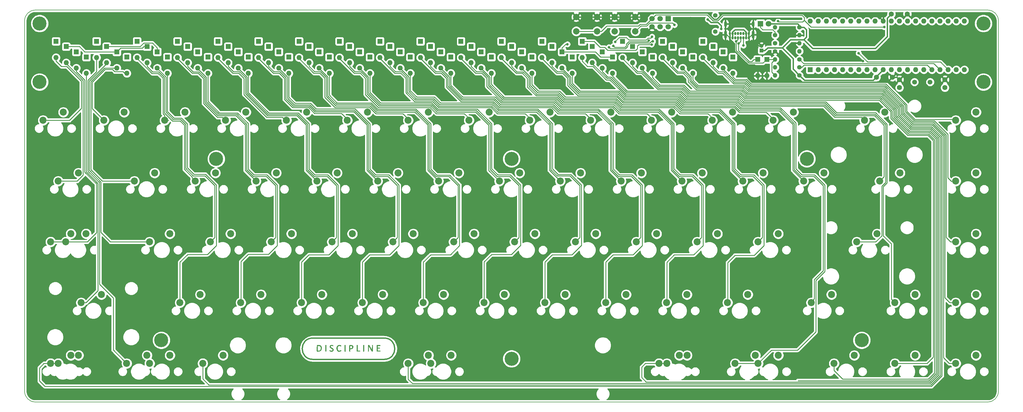
<source format=gbr>
G04 #@! TF.GenerationSoftware,KiCad,Pcbnew,5.1.7-a382d34a8~88~ubuntu20.04.1*
G04 #@! TF.CreationDate,2021-01-20T01:14:40+01:00*
G04 #@! TF.ProjectId,discipline-pcb-blocker,64697363-6970-46c6-996e-652d7063622d,rev?*
G04 #@! TF.SameCoordinates,Original*
G04 #@! TF.FileFunction,Copper,L1,Top*
G04 #@! TF.FilePolarity,Positive*
%FSLAX46Y46*%
G04 Gerber Fmt 4.6, Leading zero omitted, Abs format (unit mm)*
G04 Created by KiCad (PCBNEW 5.1.7-a382d34a8~88~ubuntu20.04.1) date 2021-01-20 01:14:40*
%MOMM*%
%LPD*%
G01*
G04 APERTURE LIST*
G04 #@! TA.AperFunction,Profile*
%ADD10C,0.150000*%
G04 #@! TD*
G04 #@! TA.AperFunction,EtchedComponent*
%ADD11C,0.400000*%
G04 #@! TD*
G04 #@! TA.AperFunction,EtchedComponent*
%ADD12C,0.010000*%
G04 #@! TD*
G04 #@! TA.AperFunction,ComponentPad*
%ADD13C,2.200000*%
G04 #@! TD*
G04 #@! TA.AperFunction,ComponentPad*
%ADD14C,4.400000*%
G04 #@! TD*
G04 #@! TA.AperFunction,ComponentPad*
%ADD15R,1.600000X1.600000*%
G04 #@! TD*
G04 #@! TA.AperFunction,ComponentPad*
%ADD16O,1.600000X1.600000*%
G04 #@! TD*
G04 #@! TA.AperFunction,ComponentPad*
%ADD17R,1.700000X1.700000*%
G04 #@! TD*
G04 #@! TA.AperFunction,ComponentPad*
%ADD18C,1.700000*%
G04 #@! TD*
G04 #@! TA.AperFunction,ComponentPad*
%ADD19C,1.500000*%
G04 #@! TD*
G04 #@! TA.AperFunction,ComponentPad*
%ADD20C,1.600000*%
G04 #@! TD*
G04 #@! TA.AperFunction,ComponentPad*
%ADD21C,1.400000*%
G04 #@! TD*
G04 #@! TA.AperFunction,ComponentPad*
%ADD22O,1.400000X1.400000*%
G04 #@! TD*
G04 #@! TA.AperFunction,ComponentPad*
%ADD23R,1.200000X1.200000*%
G04 #@! TD*
G04 #@! TA.AperFunction,ComponentPad*
%ADD24C,1.200000*%
G04 #@! TD*
G04 #@! TA.AperFunction,ComponentPad*
%ADD25C,1.800000*%
G04 #@! TD*
G04 #@! TA.AperFunction,ComponentPad*
%ADD26R,1.800000X1.800000*%
G04 #@! TD*
G04 #@! TA.AperFunction,ComponentPad*
%ADD27O,0.650000X1.000000*%
G04 #@! TD*
G04 #@! TA.AperFunction,ComponentPad*
%ADD28O,0.900000X2.400000*%
G04 #@! TD*
G04 #@! TA.AperFunction,ComponentPad*
%ADD29O,0.900000X1.700000*%
G04 #@! TD*
G04 #@! TA.AperFunction,ComponentPad*
%ADD30C,2.000000*%
G04 #@! TD*
G04 #@! TA.AperFunction,ViaPad*
%ADD31C,0.800000*%
G04 #@! TD*
G04 #@! TA.AperFunction,Conductor*
%ADD32C,0.250000*%
G04 #@! TD*
G04 #@! TA.AperFunction,Conductor*
%ADD33C,0.400000*%
G04 #@! TD*
G04 #@! TA.AperFunction,Conductor*
%ADD34C,0.254000*%
G04 #@! TD*
G04 #@! TA.AperFunction,Conductor*
%ADD35C,0.150000*%
G04 #@! TD*
G04 APERTURE END LIST*
D10*
X355353250Y-180502219D02*
X57076441Y-180502219D01*
X358660309Y-61001809D02*
X358660309Y-177195160D01*
X57073441Y-57694750D02*
X355353250Y-57694750D01*
X53766382Y-177198159D02*
X53766382Y-61001809D01*
X355353250Y-57694750D02*
G75*
G02*
X358660309Y-61001809I0J-3307059D01*
G01*
X358660309Y-177195160D02*
G75*
G02*
X355353250Y-180502219I-3307059J0D01*
G01*
X57076441Y-180502218D02*
G75*
G02*
X53766382Y-177198159I-3000J3307059D01*
G01*
X53766382Y-61001809D02*
G75*
G02*
X57073441Y-57694750I3307059J0D01*
G01*
D11*
X144037456Y-167154210D02*
X166337456Y-167154210D01*
X144057456Y-160474210D02*
X166337456Y-160474210D01*
D12*
G36*
X164749072Y-162655368D02*
G01*
X164884771Y-162657925D01*
X164975079Y-162663614D01*
X165029945Y-162673607D01*
X165059319Y-162689070D01*
X165073151Y-162711174D01*
X165074608Y-162715472D01*
X165081021Y-162794519D01*
X165073315Y-162829739D01*
X165056010Y-162852466D01*
X165017542Y-162867835D01*
X164947162Y-162877197D01*
X164834122Y-162881902D01*
X164667674Y-162883300D01*
X164646928Y-162883310D01*
X164241098Y-162883310D01*
X164250485Y-163185303D01*
X164259872Y-163487295D01*
X164610836Y-163496561D01*
X164961800Y-163505828D01*
X164961800Y-163699506D01*
X164243548Y-163699506D01*
X164243548Y-164415807D01*
X165076068Y-164434081D01*
X165076068Y-164629968D01*
X164569186Y-164638922D01*
X164353731Y-164640947D01*
X164197101Y-164638059D01*
X164092985Y-164629900D01*
X164035072Y-164616111D01*
X164022335Y-164607907D01*
X164009968Y-164563582D01*
X163999695Y-164464305D01*
X163991522Y-164320384D01*
X163985452Y-164142124D01*
X163981490Y-163939834D01*
X163979639Y-163723818D01*
X163979905Y-163504386D01*
X163982291Y-163291842D01*
X163986802Y-163096495D01*
X163993442Y-162928651D01*
X164002214Y-162798616D01*
X164013125Y-162716699D01*
X164021543Y-162693953D01*
X164067798Y-162676565D01*
X164168692Y-162664409D01*
X164327682Y-162657231D01*
X164548224Y-162654779D01*
X164558032Y-162654776D01*
X164749072Y-162655368D01*
G37*
X164749072Y-162655368D02*
X164884771Y-162657925D01*
X164975079Y-162663614D01*
X165029945Y-162673607D01*
X165059319Y-162689070D01*
X165073151Y-162711174D01*
X165074608Y-162715472D01*
X165081021Y-162794519D01*
X165073315Y-162829739D01*
X165056010Y-162852466D01*
X165017542Y-162867835D01*
X164947162Y-162877197D01*
X164834122Y-162881902D01*
X164667674Y-162883300D01*
X164646928Y-162883310D01*
X164241098Y-162883310D01*
X164250485Y-163185303D01*
X164259872Y-163487295D01*
X164610836Y-163496561D01*
X164961800Y-163505828D01*
X164961800Y-163699506D01*
X164243548Y-163699506D01*
X164243548Y-164415807D01*
X165076068Y-164434081D01*
X165076068Y-164629968D01*
X164569186Y-164638922D01*
X164353731Y-164640947D01*
X164197101Y-164638059D01*
X164092985Y-164629900D01*
X164035072Y-164616111D01*
X164022335Y-164607907D01*
X164009968Y-164563582D01*
X163999695Y-164464305D01*
X163991522Y-164320384D01*
X163985452Y-164142124D01*
X163981490Y-163939834D01*
X163979639Y-163723818D01*
X163979905Y-163504386D01*
X163982291Y-163291842D01*
X163986802Y-163096495D01*
X163993442Y-162928651D01*
X164002214Y-162798616D01*
X164013125Y-162716699D01*
X164021543Y-162693953D01*
X164067798Y-162676565D01*
X164168692Y-162664409D01*
X164327682Y-162657231D01*
X164548224Y-162654779D01*
X164558032Y-162654776D01*
X164749072Y-162655368D01*
G36*
X162734069Y-163640268D02*
G01*
X162725425Y-164629968D01*
X162611158Y-164639583D01*
X162517601Y-164634566D01*
X162445477Y-164609338D01*
X162442159Y-164606936D01*
X162412497Y-164568132D01*
X162356197Y-164479783D01*
X162277860Y-164349678D01*
X162182092Y-164185608D01*
X162073495Y-163995362D01*
X161956674Y-163786732D01*
X161944856Y-163765409D01*
X161502285Y-162966146D01*
X161493546Y-163798057D01*
X161484808Y-164629968D01*
X161378221Y-164640235D01*
X161271634Y-164650501D01*
X161280277Y-163660800D01*
X161288921Y-162671099D01*
X161440339Y-162661298D01*
X161541129Y-162660739D01*
X161603506Y-162681279D01*
X161652550Y-162730572D01*
X161684699Y-162780561D01*
X161742835Y-162879148D01*
X161821926Y-163017470D01*
X161916944Y-163186666D01*
X162022859Y-163377872D01*
X162105117Y-163527999D01*
X162496890Y-164246351D01*
X162529538Y-162671099D01*
X162636125Y-162660833D01*
X162742713Y-162650567D01*
X162734069Y-163640268D01*
G37*
X162734069Y-163640268D02*
X162725425Y-164629968D01*
X162611158Y-164639583D01*
X162517601Y-164634566D01*
X162445477Y-164609338D01*
X162442159Y-164606936D01*
X162412497Y-164568132D01*
X162356197Y-164479783D01*
X162277860Y-164349678D01*
X162182092Y-164185608D01*
X162073495Y-163995362D01*
X161956674Y-163786732D01*
X161944856Y-163765409D01*
X161502285Y-162966146D01*
X161493546Y-163798057D01*
X161484808Y-164629968D01*
X161378221Y-164640235D01*
X161271634Y-164650501D01*
X161280277Y-163660800D01*
X161288921Y-162671099D01*
X161440339Y-162661298D01*
X161541129Y-162660739D01*
X161603506Y-162681279D01*
X161652550Y-162730572D01*
X161684699Y-162780561D01*
X161742835Y-162879148D01*
X161821926Y-163017470D01*
X161916944Y-163186666D01*
X162022859Y-163377872D01*
X162105117Y-163527999D01*
X162496890Y-164246351D01*
X162529538Y-162671099D01*
X162636125Y-162660833D01*
X162742713Y-162650567D01*
X162734069Y-163640268D01*
G36*
X159893227Y-162660967D02*
G01*
X160015656Y-162671099D01*
X160015656Y-164629968D01*
X159770798Y-164650234D01*
X159770798Y-162650834D01*
X159893227Y-162660967D01*
G37*
X159893227Y-162660967D02*
X160015656Y-162671099D01*
X160015656Y-164629968D01*
X159770798Y-164650234D01*
X159770798Y-162650834D01*
X159893227Y-162660967D01*
G36*
X157869063Y-162660967D02*
G01*
X157991492Y-162671099D01*
X158008878Y-164415629D01*
X158742392Y-164434081D01*
X158742392Y-164629968D01*
X158267114Y-164638967D01*
X158097108Y-164640682D01*
X157950808Y-164639315D01*
X157840400Y-164635199D01*
X157778070Y-164628668D01*
X157769235Y-164625364D01*
X157763550Y-164588205D01*
X157758388Y-164493994D01*
X157753938Y-164350974D01*
X157750385Y-164167387D01*
X157747916Y-163951478D01*
X157746718Y-163711488D01*
X157746633Y-163626798D01*
X157746633Y-162650834D01*
X157869063Y-162660967D01*
G37*
X157869063Y-162660967D02*
X157991492Y-162671099D01*
X158008878Y-164415629D01*
X158742392Y-164434081D01*
X158742392Y-164629968D01*
X158267114Y-164638967D01*
X158097108Y-164640682D01*
X157950808Y-164639315D01*
X157840400Y-164635199D01*
X157778070Y-164628668D01*
X157769235Y-164625364D01*
X157763550Y-164588205D01*
X157758388Y-164493994D01*
X157753938Y-164350974D01*
X157750385Y-164167387D01*
X157747916Y-163951478D01*
X157746718Y-163711488D01*
X157746633Y-163626798D01*
X157746633Y-162650834D01*
X157869063Y-162660967D01*
G36*
X155863650Y-162660711D02*
G01*
X156033793Y-162669015D01*
X156154340Y-162680525D01*
X156240993Y-162698121D01*
X156309451Y-162724684D01*
X156356603Y-162751175D01*
X156483192Y-162851186D01*
X156561203Y-162971445D01*
X156597976Y-163126571D01*
X156603301Y-163242436D01*
X156579591Y-163453977D01*
X156508446Y-163622394D01*
X156388472Y-163748994D01*
X156218272Y-163835080D01*
X155996453Y-163881960D01*
X155912375Y-163889009D01*
X155657173Y-163903782D01*
X155657173Y-164646292D01*
X155548347Y-164646292D01*
X155467677Y-164640319D01*
X155419230Y-164625812D01*
X155417756Y-164624527D01*
X155412174Y-164587498D01*
X155407121Y-164493586D01*
X155402789Y-164351203D01*
X155399368Y-164168760D01*
X155397049Y-163954668D01*
X155396024Y-163717340D01*
X155395991Y-163665414D01*
X155396428Y-163387409D01*
X155397972Y-163167721D01*
X155400974Y-162999379D01*
X155405476Y-162883310D01*
X155657173Y-162883310D01*
X155657173Y-163269643D01*
X155658914Y-163422368D01*
X155663650Y-163550448D01*
X155670653Y-163640207D01*
X155678938Y-163677740D01*
X155730938Y-163694686D01*
X155824375Y-163698293D01*
X155936910Y-163689223D01*
X156046201Y-163668137D01*
X156051371Y-163666725D01*
X156190303Y-163602535D01*
X156281681Y-163497595D01*
X156329504Y-163346643D01*
X156335892Y-163292377D01*
X156341468Y-163185561D01*
X156329626Y-163116034D01*
X156290997Y-163056290D01*
X156235758Y-162998296D01*
X156171379Y-162937956D01*
X156115104Y-162903537D01*
X156045070Y-162887790D01*
X155939416Y-162883466D01*
X155888973Y-162883310D01*
X155657173Y-162883310D01*
X155405476Y-162883310D01*
X155405783Y-162875408D01*
X155412749Y-162788836D01*
X155422223Y-162732690D01*
X155434555Y-162699996D01*
X155445090Y-162687318D01*
X155493218Y-162668250D01*
X155585445Y-162658270D01*
X155729471Y-162656887D01*
X155863650Y-162660711D01*
G37*
X155863650Y-162660711D02*
X156033793Y-162669015D01*
X156154340Y-162680525D01*
X156240993Y-162698121D01*
X156309451Y-162724684D01*
X156356603Y-162751175D01*
X156483192Y-162851186D01*
X156561203Y-162971445D01*
X156597976Y-163126571D01*
X156603301Y-163242436D01*
X156579591Y-163453977D01*
X156508446Y-163622394D01*
X156388472Y-163748994D01*
X156218272Y-163835080D01*
X155996453Y-163881960D01*
X155912375Y-163889009D01*
X155657173Y-163903782D01*
X155657173Y-164646292D01*
X155548347Y-164646292D01*
X155467677Y-164640319D01*
X155419230Y-164625812D01*
X155417756Y-164624527D01*
X155412174Y-164587498D01*
X155407121Y-164493586D01*
X155402789Y-164351203D01*
X155399368Y-164168760D01*
X155397049Y-163954668D01*
X155396024Y-163717340D01*
X155395991Y-163665414D01*
X155396428Y-163387409D01*
X155397972Y-163167721D01*
X155400974Y-162999379D01*
X155405476Y-162883310D01*
X155657173Y-162883310D01*
X155657173Y-163269643D01*
X155658914Y-163422368D01*
X155663650Y-163550448D01*
X155670653Y-163640207D01*
X155678938Y-163677740D01*
X155730938Y-163694686D01*
X155824375Y-163698293D01*
X155936910Y-163689223D01*
X156046201Y-163668137D01*
X156051371Y-163666725D01*
X156190303Y-163602535D01*
X156281681Y-163497595D01*
X156329504Y-163346643D01*
X156335892Y-163292377D01*
X156341468Y-163185561D01*
X156329626Y-163116034D01*
X156290997Y-163056290D01*
X156235758Y-162998296D01*
X156171379Y-162937956D01*
X156115104Y-162903537D01*
X156045070Y-162887790D01*
X155939416Y-162883466D01*
X155888973Y-162883310D01*
X155657173Y-162883310D01*
X155405476Y-162883310D01*
X155405783Y-162875408D01*
X155412749Y-162788836D01*
X155422223Y-162732690D01*
X155434555Y-162699996D01*
X155445090Y-162687318D01*
X155493218Y-162668250D01*
X155585445Y-162658270D01*
X155729471Y-162656887D01*
X155863650Y-162660711D01*
G36*
X154155374Y-164646292D02*
G01*
X154040082Y-164646292D01*
X153959195Y-164635741D01*
X153911587Y-164609863D01*
X153908977Y-164605085D01*
X153905221Y-164562951D01*
X153902376Y-164464122D01*
X153900505Y-164317194D01*
X153899669Y-164130761D01*
X153899931Y-163913418D01*
X153901352Y-163673761D01*
X153901840Y-163617489D01*
X153910515Y-162671099D01*
X154032944Y-162660967D01*
X154155374Y-162650834D01*
X154155374Y-164646292D01*
G37*
X154155374Y-164646292D02*
X154040082Y-164646292D01*
X153959195Y-164635741D01*
X153911587Y-164609863D01*
X153908977Y-164605085D01*
X153905221Y-164562951D01*
X153902376Y-164464122D01*
X153900505Y-164317194D01*
X153899669Y-164130761D01*
X153899931Y-163913418D01*
X153901352Y-163673761D01*
X153901840Y-163617489D01*
X153910515Y-162671099D01*
X154032944Y-162660967D01*
X154155374Y-162650834D01*
X154155374Y-164646292D01*
G36*
X148131852Y-164629968D02*
G01*
X148025522Y-164640216D01*
X147939522Y-164635155D01*
X147902579Y-164607170D01*
X147898618Y-164564485D01*
X147895587Y-164465130D01*
X147893557Y-164317724D01*
X147892596Y-164130887D01*
X147892773Y-163913238D01*
X147894159Y-163673398D01*
X147894642Y-163617489D01*
X147903317Y-162671099D01*
X148131852Y-162671099D01*
X148131852Y-164629968D01*
G37*
X148131852Y-164629968D02*
X148025522Y-164640216D01*
X147939522Y-164635155D01*
X147902579Y-164607170D01*
X147898618Y-164564485D01*
X147895587Y-164465130D01*
X147893557Y-164317724D01*
X147892596Y-164130887D01*
X147892773Y-163913238D01*
X147894159Y-163673398D01*
X147894642Y-163617489D01*
X147903317Y-162671099D01*
X148131852Y-162671099D01*
X148131852Y-164629968D01*
G36*
X145844792Y-162663531D02*
G01*
X146057901Y-162687634D01*
X146234495Y-162736457D01*
X146387427Y-162812457D01*
X146394580Y-162816950D01*
X146546193Y-162950535D01*
X146660045Y-163130150D01*
X146732980Y-163346453D01*
X146761840Y-163590101D01*
X146743731Y-163850102D01*
X146681412Y-164098167D01*
X146579948Y-164296471D01*
X146436000Y-164449859D01*
X146254602Y-164559414D01*
X146163426Y-164588215D01*
X146035359Y-164612240D01*
X145884217Y-164630801D01*
X145723819Y-164643212D01*
X145567982Y-164648785D01*
X145430523Y-164646834D01*
X145325259Y-164636671D01*
X145266009Y-164617610D01*
X145258782Y-164608931D01*
X145254647Y-164565780D01*
X145251459Y-164465980D01*
X145249295Y-164318171D01*
X145248228Y-164130992D01*
X145248335Y-163913086D01*
X145249689Y-163673092D01*
X145250169Y-163617489D01*
X145256898Y-162883310D01*
X145503703Y-162883310D01*
X145503703Y-164417758D01*
X145757967Y-164417758D01*
X145915175Y-164412346D01*
X146032635Y-164393063D01*
X146135227Y-164355341D01*
X146157903Y-164344300D01*
X146295793Y-164246591D01*
X146392863Y-164109937D01*
X146452488Y-163927864D01*
X146476152Y-163734335D01*
X146474971Y-163502917D01*
X146439735Y-163316878D01*
X146367335Y-163164100D01*
X146310872Y-163090229D01*
X146204191Y-162989823D01*
X146084972Y-162926035D01*
X145936269Y-162892618D01*
X145749610Y-162883310D01*
X145503703Y-162883310D01*
X145256898Y-162883310D01*
X145258844Y-162671099D01*
X145582316Y-162661693D01*
X145844792Y-162663531D01*
G37*
X145844792Y-162663531D02*
X146057901Y-162687634D01*
X146234495Y-162736457D01*
X146387427Y-162812457D01*
X146394580Y-162816950D01*
X146546193Y-162950535D01*
X146660045Y-163130150D01*
X146732980Y-163346453D01*
X146761840Y-163590101D01*
X146743731Y-163850102D01*
X146681412Y-164098167D01*
X146579948Y-164296471D01*
X146436000Y-164449859D01*
X146254602Y-164559414D01*
X146163426Y-164588215D01*
X146035359Y-164612240D01*
X145884217Y-164630801D01*
X145723819Y-164643212D01*
X145567982Y-164648785D01*
X145430523Y-164646834D01*
X145325259Y-164636671D01*
X145266009Y-164617610D01*
X145258782Y-164608931D01*
X145254647Y-164565780D01*
X145251459Y-164465980D01*
X145249295Y-164318171D01*
X145248228Y-164130992D01*
X145248335Y-163913086D01*
X145249689Y-163673092D01*
X145250169Y-163617489D01*
X145256898Y-162883310D01*
X145503703Y-162883310D01*
X145503703Y-164417758D01*
X145757967Y-164417758D01*
X145915175Y-164412346D01*
X146032635Y-164393063D01*
X146135227Y-164355341D01*
X146157903Y-164344300D01*
X146295793Y-164246591D01*
X146392863Y-164109937D01*
X146452488Y-163927864D01*
X146476152Y-163734335D01*
X146474971Y-163502917D01*
X146439735Y-163316878D01*
X146367335Y-163164100D01*
X146310872Y-163090229D01*
X146204191Y-162989823D01*
X146084972Y-162926035D01*
X145936269Y-162892618D01*
X145749610Y-162883310D01*
X145503703Y-162883310D01*
X145256898Y-162883310D01*
X145258844Y-162671099D01*
X145582316Y-162661693D01*
X145844792Y-162663531D01*
G36*
X152408386Y-162635959D02*
G01*
X152621244Y-162690119D01*
X152679962Y-162716878D01*
X152784487Y-162784344D01*
X152836756Y-162860616D01*
X152849461Y-162949349D01*
X152834489Y-163012693D01*
X152786729Y-163026512D01*
X152701921Y-162991031D01*
X152651765Y-162959858D01*
X152513590Y-162891158D01*
X152352941Y-162860803D01*
X152332306Y-162859344D01*
X152143062Y-162872186D01*
X151989583Y-162938547D01*
X151866387Y-163061565D01*
X151806649Y-163160111D01*
X151768065Y-163242415D01*
X151743490Y-163320306D01*
X151729877Y-163412270D01*
X151724181Y-163536793D01*
X151723274Y-163666152D01*
X151725317Y-163830258D01*
X151733073Y-163946696D01*
X151749257Y-164033021D01*
X151776585Y-164106793D01*
X151798048Y-164149694D01*
X151908533Y-164293309D01*
X152054800Y-164390362D01*
X152224605Y-164438527D01*
X152405703Y-164435479D01*
X152585849Y-164378891D01*
X152687818Y-164318677D01*
X152759436Y-164274662D01*
X152811380Y-164254634D01*
X152813691Y-164254519D01*
X152844489Y-164280286D01*
X152849916Y-164343086D01*
X152833021Y-164421166D01*
X152796856Y-164492776D01*
X152777122Y-164515256D01*
X152656447Y-164591254D01*
X152493250Y-164643959D01*
X152307205Y-164669959D01*
X152117982Y-164665847D01*
X152012312Y-164647796D01*
X151824801Y-164571180D01*
X151668871Y-164441890D01*
X151547844Y-164266117D01*
X151465039Y-164050050D01*
X151423778Y-163799878D01*
X151424759Y-163552590D01*
X151466364Y-163300088D01*
X151547477Y-163078068D01*
X151663241Y-162897078D01*
X151776084Y-162789979D01*
X151967945Y-162687333D01*
X152184666Y-162635512D01*
X152408386Y-162635959D01*
G37*
X152408386Y-162635959D02*
X152621244Y-162690119D01*
X152679962Y-162716878D01*
X152784487Y-162784344D01*
X152836756Y-162860616D01*
X152849461Y-162949349D01*
X152834489Y-163012693D01*
X152786729Y-163026512D01*
X152701921Y-162991031D01*
X152651765Y-162959858D01*
X152513590Y-162891158D01*
X152352941Y-162860803D01*
X152332306Y-162859344D01*
X152143062Y-162872186D01*
X151989583Y-162938547D01*
X151866387Y-163061565D01*
X151806649Y-163160111D01*
X151768065Y-163242415D01*
X151743490Y-163320306D01*
X151729877Y-163412270D01*
X151724181Y-163536793D01*
X151723274Y-163666152D01*
X151725317Y-163830258D01*
X151733073Y-163946696D01*
X151749257Y-164033021D01*
X151776585Y-164106793D01*
X151798048Y-164149694D01*
X151908533Y-164293309D01*
X152054800Y-164390362D01*
X152224605Y-164438527D01*
X152405703Y-164435479D01*
X152585849Y-164378891D01*
X152687818Y-164318677D01*
X152759436Y-164274662D01*
X152811380Y-164254634D01*
X152813691Y-164254519D01*
X152844489Y-164280286D01*
X152849916Y-164343086D01*
X152833021Y-164421166D01*
X152796856Y-164492776D01*
X152777122Y-164515256D01*
X152656447Y-164591254D01*
X152493250Y-164643959D01*
X152307205Y-164669959D01*
X152117982Y-164665847D01*
X152012312Y-164647796D01*
X151824801Y-164571180D01*
X151668871Y-164441890D01*
X151547844Y-164266117D01*
X151465039Y-164050050D01*
X151423778Y-163799878D01*
X151424759Y-163552590D01*
X151466364Y-163300088D01*
X151547477Y-163078068D01*
X151663241Y-162897078D01*
X151776084Y-162789979D01*
X151967945Y-162687333D01*
X152184666Y-162635512D01*
X152408386Y-162635959D01*
G36*
X150058620Y-162650150D02*
G01*
X150181691Y-162684296D01*
X150274180Y-162728554D01*
X150316406Y-162773391D01*
X150334272Y-162857763D01*
X150327489Y-162931595D01*
X150307760Y-162961945D01*
X150264101Y-162958916D01*
X150187416Y-162930900D01*
X150153942Y-162914901D01*
X149996013Y-162858251D01*
X149846929Y-162847564D01*
X149717597Y-162878974D01*
X149618923Y-162948617D01*
X149561814Y-163052629D01*
X149552032Y-163128169D01*
X149575421Y-163240997D01*
X149649293Y-163340158D01*
X149779204Y-163431459D01*
X149898620Y-163490354D01*
X150125834Y-163606298D01*
X150289152Y-163724770D01*
X150372520Y-163819849D01*
X150414719Y-163927832D01*
X150432425Y-164068767D01*
X150424946Y-164214800D01*
X150391589Y-164338078D01*
X150385724Y-164350194D01*
X150276350Y-164493769D01*
X150122757Y-164598390D01*
X149935744Y-164660265D01*
X149726111Y-164675603D01*
X149535708Y-164648620D01*
X149419119Y-164610095D01*
X149316971Y-164558593D01*
X149253173Y-164506351D01*
X149250539Y-164502652D01*
X149229230Y-164437173D01*
X149229852Y-164361057D01*
X149251456Y-164308359D01*
X149256050Y-164304820D01*
X149300715Y-164307535D01*
X149379113Y-164335935D01*
X149422808Y-164356995D01*
X149596979Y-164424087D01*
X149764628Y-164446056D01*
X149915771Y-164426186D01*
X150040425Y-164367761D01*
X150128607Y-164274064D01*
X150170333Y-164148378D01*
X150172340Y-164110470D01*
X150150853Y-164021260D01*
X150082869Y-163932090D01*
X149963105Y-163838044D01*
X149786278Y-163734206D01*
X149744317Y-163712201D01*
X149560379Y-163608427D01*
X149431276Y-163511457D01*
X149348801Y-163411095D01*
X149304745Y-163297144D01*
X149290899Y-163159409D01*
X149290849Y-163148930D01*
X149316523Y-162961799D01*
X149393178Y-162815336D01*
X149520261Y-162710107D01*
X149697220Y-162646681D01*
X149793478Y-162631877D01*
X149923154Y-162631036D01*
X150058620Y-162650150D01*
G37*
X150058620Y-162650150D02*
X150181691Y-162684296D01*
X150274180Y-162728554D01*
X150316406Y-162773391D01*
X150334272Y-162857763D01*
X150327489Y-162931595D01*
X150307760Y-162961945D01*
X150264101Y-162958916D01*
X150187416Y-162930900D01*
X150153942Y-162914901D01*
X149996013Y-162858251D01*
X149846929Y-162847564D01*
X149717597Y-162878974D01*
X149618923Y-162948617D01*
X149561814Y-163052629D01*
X149552032Y-163128169D01*
X149575421Y-163240997D01*
X149649293Y-163340158D01*
X149779204Y-163431459D01*
X149898620Y-163490354D01*
X150125834Y-163606298D01*
X150289152Y-163724770D01*
X150372520Y-163819849D01*
X150414719Y-163927832D01*
X150432425Y-164068767D01*
X150424946Y-164214800D01*
X150391589Y-164338078D01*
X150385724Y-164350194D01*
X150276350Y-164493769D01*
X150122757Y-164598390D01*
X149935744Y-164660265D01*
X149726111Y-164675603D01*
X149535708Y-164648620D01*
X149419119Y-164610095D01*
X149316971Y-164558593D01*
X149253173Y-164506351D01*
X149250539Y-164502652D01*
X149229230Y-164437173D01*
X149229852Y-164361057D01*
X149251456Y-164308359D01*
X149256050Y-164304820D01*
X149300715Y-164307535D01*
X149379113Y-164335935D01*
X149422808Y-164356995D01*
X149596979Y-164424087D01*
X149764628Y-164446056D01*
X149915771Y-164426186D01*
X150040425Y-164367761D01*
X150128607Y-164274064D01*
X150170333Y-164148378D01*
X150172340Y-164110470D01*
X150150853Y-164021260D01*
X150082869Y-163932090D01*
X149963105Y-163838044D01*
X149786278Y-163734206D01*
X149744317Y-163712201D01*
X149560379Y-163608427D01*
X149431276Y-163511457D01*
X149348801Y-163411095D01*
X149304745Y-163297144D01*
X149290899Y-163159409D01*
X149290849Y-163148930D01*
X149316523Y-162961799D01*
X149393178Y-162815336D01*
X149520261Y-162710107D01*
X149697220Y-162646681D01*
X149793478Y-162631877D01*
X149923154Y-162631036D01*
X150058620Y-162650150D01*
D11*
X166327456Y-160474210D02*
G75*
G02*
X166327456Y-167154210I0J-3340000D01*
G01*
X144027456Y-167154210D02*
G75*
G02*
X144027456Y-160474210I0J3340000D01*
G01*
D13*
X282575450Y-165893750D03*
X276225450Y-168433750D03*
D14*
X206213345Y-166958110D03*
X206213345Y-104302994D03*
X298671968Y-104302994D03*
X113754723Y-104302994D03*
X315860803Y-161146960D03*
X96565888Y-161146960D03*
X353970721Y-80221243D03*
X353970721Y-61899530D03*
X58455970Y-61899530D03*
X58455970Y-80221243D03*
D13*
X258763050Y-165883620D03*
X252413050Y-168423620D03*
D15*
X299753430Y-76389182D03*
D16*
X348013430Y-61149182D03*
X302293430Y-76389182D03*
X345473430Y-61149182D03*
X304833430Y-76389182D03*
X342933430Y-61149182D03*
X307373430Y-76389182D03*
X340393430Y-61149182D03*
X309913430Y-76389182D03*
X337853430Y-61149182D03*
X312453430Y-76389182D03*
X335313430Y-61149182D03*
X314993430Y-76389182D03*
X332773430Y-61149182D03*
X317533430Y-76389182D03*
X330233430Y-61149182D03*
X320073430Y-76389182D03*
X327693430Y-61149182D03*
X322613430Y-76389182D03*
X325153430Y-61149182D03*
X325153430Y-76389182D03*
X322613430Y-61149182D03*
X327693430Y-76389182D03*
X320073430Y-61149182D03*
X330233430Y-76389182D03*
X317533430Y-61149182D03*
X332773430Y-76389182D03*
X314993430Y-61149182D03*
X335313430Y-76389182D03*
X312453430Y-61149182D03*
X337853430Y-76389182D03*
X309913430Y-61149182D03*
X340393430Y-76389182D03*
X307373430Y-61149182D03*
X342933430Y-76389182D03*
X304833430Y-61149182D03*
X345473430Y-76389182D03*
X302293430Y-61149182D03*
X348013430Y-76389182D03*
X299753430Y-61149182D03*
D13*
X283390128Y-168433750D03*
X289740128Y-165893750D03*
X254833936Y-168433750D03*
X261183936Y-165893750D03*
X180207573Y-165901640D03*
X173857573Y-168441640D03*
X92893031Y-168429819D03*
X99243031Y-165889819D03*
X64293700Y-168423620D03*
X70643700Y-165883620D03*
X68262500Y-127783620D03*
X61912500Y-130323620D03*
D17*
X255293830Y-60350870D03*
D18*
X255293830Y-62890870D03*
X252753830Y-60350870D03*
X252753830Y-62890870D03*
X250213830Y-60350870D03*
X250213830Y-62890870D03*
D13*
X323056250Y-89693750D03*
X316706250Y-92233750D03*
X314325250Y-130333750D03*
X320675250Y-127793750D03*
X71437450Y-149383750D03*
X77787450Y-146843750D03*
X68262450Y-165883620D03*
X61912450Y-168423620D03*
X92075050Y-165893750D03*
X85725050Y-168433750D03*
X115887450Y-165883620D03*
X109537450Y-168423620D03*
X73025050Y-127783620D03*
X66675050Y-130323620D03*
X306387250Y-146843750D03*
X300037250Y-149383750D03*
X64293750Y-111283750D03*
X70643750Y-108743750D03*
X321468250Y-111283750D03*
X327818250Y-108743750D03*
X294481250Y-89693750D03*
X288131250Y-92233750D03*
X132556250Y-108743750D03*
X126206250Y-111283750D03*
X65881250Y-89693750D03*
X59531250Y-92233750D03*
X84931250Y-89693750D03*
X78581250Y-92233750D03*
X103981250Y-89693750D03*
X97631250Y-92233750D03*
X123031250Y-89693750D03*
X116681250Y-92233750D03*
X142081250Y-89693750D03*
X135731250Y-92233750D03*
X161131250Y-89693750D03*
X154781250Y-92233750D03*
X180181250Y-89693750D03*
X173831250Y-92233750D03*
X199231250Y-89693750D03*
X192881250Y-92233750D03*
X218281250Y-89693750D03*
X211931250Y-92233750D03*
X237331250Y-89693750D03*
X230981250Y-92233750D03*
X256381250Y-89693750D03*
X250031250Y-92233750D03*
X275431250Y-89693750D03*
X269081250Y-92233750D03*
X351631250Y-89693750D03*
X345281250Y-92233750D03*
X94456250Y-108743750D03*
X88106250Y-111283750D03*
X113506250Y-108743750D03*
X107156250Y-111283750D03*
X151606250Y-108743750D03*
X145256250Y-111283750D03*
X170656250Y-108743750D03*
X164306250Y-111283750D03*
X189706250Y-108743750D03*
X183356250Y-111283750D03*
X208756250Y-108743750D03*
X202406250Y-111283750D03*
X227806250Y-108743750D03*
X221456250Y-111283750D03*
X246856250Y-108743750D03*
X240506250Y-111283750D03*
X265906250Y-108743750D03*
X259556250Y-111283750D03*
X284956250Y-108743750D03*
X278606250Y-111283750D03*
X304006250Y-108743750D03*
X297656250Y-111283750D03*
X351631250Y-108743750D03*
X345281250Y-111283750D03*
X99218750Y-127793750D03*
X92868750Y-130333750D03*
X118268750Y-127793750D03*
X111918750Y-130333750D03*
X137318750Y-127793750D03*
X130968750Y-130333750D03*
X156368250Y-127793750D03*
X150018250Y-130333750D03*
X175418250Y-127793750D03*
X169068250Y-130333750D03*
X194468250Y-127793750D03*
X188118250Y-130333750D03*
X213518250Y-127793750D03*
X207168250Y-130333750D03*
X232568250Y-127793750D03*
X226218250Y-130333750D03*
X251618250Y-127793750D03*
X245268250Y-130333750D03*
X270668250Y-127793750D03*
X264318250Y-130333750D03*
X289718250Y-127793750D03*
X283368250Y-130333750D03*
X351631250Y-127793750D03*
X345281250Y-130333750D03*
X108743750Y-146843750D03*
X102393750Y-149383750D03*
X127793750Y-146843750D03*
X121443750Y-149383750D03*
X146843750Y-146843750D03*
X140493750Y-149383750D03*
X165894250Y-146843750D03*
X159544250Y-149383750D03*
X184944250Y-146843750D03*
X178594250Y-149383750D03*
X203994250Y-146843750D03*
X197644250Y-149383750D03*
X223044250Y-146843750D03*
X216694250Y-149383750D03*
X242094250Y-146843750D03*
X235744250Y-149383750D03*
X261144250Y-146843750D03*
X254794250Y-149383750D03*
X280194250Y-146843750D03*
X273844250Y-149383750D03*
X332581250Y-146843750D03*
X326231250Y-149383750D03*
X351631250Y-146843750D03*
X345281250Y-149383750D03*
X187325250Y-165893750D03*
X180975250Y-168433750D03*
X313531250Y-165893750D03*
X307181250Y-168433750D03*
X332581250Y-165893750D03*
X326231250Y-168433750D03*
X351631250Y-165893750D03*
X345281250Y-168433750D03*
D19*
X337251644Y-80256240D03*
X332371644Y-80256240D03*
D20*
X341906112Y-79506040D03*
X341906112Y-82006040D03*
X327680238Y-79506040D03*
X327680238Y-82006040D03*
X330125530Y-58926178D03*
X325125530Y-58926178D03*
X325471062Y-78716416D03*
X320471062Y-78716416D03*
D21*
X296376316Y-75645517D03*
D22*
X288756316Y-75645517D03*
D21*
X296376316Y-73152052D03*
D22*
X288756316Y-73152052D03*
D21*
X296376316Y-78138982D03*
D22*
X288756316Y-78138982D03*
D21*
X288756316Y-70580211D03*
D22*
X296376316Y-70580211D03*
D21*
X288756316Y-68060499D03*
D22*
X296376316Y-68060499D03*
D21*
X288756316Y-65567034D03*
D22*
X296376316Y-65567034D03*
D21*
X296376316Y-63073204D03*
D22*
X288756316Y-63073204D03*
D23*
X284477676Y-70404866D03*
D24*
X284477676Y-68904866D03*
D25*
X286667716Y-61970830D03*
D26*
X284127716Y-61970830D03*
D27*
X278823468Y-66391022D03*
X280523468Y-66391022D03*
X279673468Y-66391022D03*
X277973468Y-66391022D03*
X277123468Y-66391022D03*
X276273468Y-66391022D03*
X275423468Y-66391022D03*
X274573468Y-66391022D03*
X280523468Y-65066022D03*
X279668468Y-65066022D03*
X278818468Y-65066022D03*
X277968468Y-65066022D03*
X277118468Y-65066022D03*
X276268468Y-65066022D03*
X275418468Y-65066022D03*
X274568468Y-65066022D03*
D28*
X281873468Y-65411022D03*
X273223468Y-65411022D03*
D29*
X281873468Y-62031022D03*
X273223468Y-62031022D03*
D21*
X270047614Y-59350838D03*
X270047614Y-64450838D03*
D30*
X244985732Y-59836074D03*
X244985732Y-64336074D03*
X238485732Y-59836074D03*
X238485732Y-64336074D03*
X232985732Y-59836074D03*
X232985732Y-64336074D03*
X226485732Y-59836074D03*
X226485732Y-64336074D03*
D16*
X63600284Y-72555612D03*
D15*
X63600284Y-67475612D03*
D16*
X73108673Y-77516199D03*
D15*
X73108673Y-72436199D03*
D16*
X85786525Y-77516199D03*
D15*
X85786525Y-72436199D03*
D16*
X88955988Y-72555612D03*
D15*
X88955988Y-67475612D03*
D16*
X101633840Y-72555612D03*
D15*
X101633840Y-67475612D03*
D16*
X114311692Y-72555612D03*
D15*
X114311692Y-67475612D03*
D16*
X126989544Y-72555612D03*
D15*
X126989544Y-67475612D03*
D16*
X139667396Y-72555612D03*
D15*
X139667396Y-67475612D03*
D16*
X152345248Y-72555612D03*
D15*
X152345248Y-67475612D03*
D16*
X165023100Y-72555612D03*
D15*
X165023100Y-67475612D03*
D16*
X177700952Y-72555612D03*
D15*
X177700952Y-67475612D03*
D16*
X190378804Y-72555612D03*
D15*
X190378804Y-67475612D03*
D16*
X203056656Y-72555612D03*
D15*
X203056656Y-67475612D03*
D16*
X215734508Y-72555612D03*
D15*
X215734508Y-67475612D03*
D16*
X228342376Y-72555612D03*
D15*
X228342376Y-67475612D03*
D16*
X275541929Y-77516199D03*
D15*
X275541929Y-72436199D03*
D16*
X66769747Y-74209141D03*
D15*
X66769747Y-69129141D03*
D16*
X82617062Y-75862670D03*
D15*
X82617062Y-70782670D03*
D16*
X92125451Y-74209141D03*
D15*
X92125451Y-69129141D03*
D16*
X104803303Y-74209141D03*
D15*
X104803303Y-69129141D03*
D16*
X117481155Y-74209141D03*
D15*
X117481155Y-69129141D03*
D16*
X130159007Y-74209141D03*
D15*
X130159007Y-69129141D03*
D16*
X142836859Y-74209141D03*
D15*
X142836859Y-69129141D03*
D16*
X155514711Y-74209141D03*
D15*
X155514711Y-69129141D03*
D16*
X168192563Y-74209141D03*
D15*
X168192563Y-69129141D03*
D16*
X180870415Y-74209141D03*
D15*
X180870415Y-69129141D03*
D16*
X193548267Y-74209141D03*
D15*
X193548267Y-69129141D03*
D16*
X206226119Y-74209141D03*
D15*
X206226119Y-69129141D03*
D16*
X218886475Y-74209141D03*
D15*
X218886475Y-69129141D03*
D16*
X231493149Y-74209141D03*
D15*
X231493149Y-69129141D03*
D16*
X272453205Y-75862670D03*
D15*
X272453205Y-70782670D03*
D16*
X69939210Y-75862670D03*
D15*
X69939210Y-70782670D03*
D16*
X79447599Y-74209141D03*
D15*
X79447599Y-69129141D03*
D16*
X95294914Y-75862670D03*
D15*
X95294914Y-70782670D03*
D16*
X107972766Y-75862670D03*
D15*
X107972766Y-70782670D03*
D16*
X120650618Y-75862670D03*
D15*
X120650618Y-70782670D03*
D16*
X133328470Y-75862670D03*
D15*
X133328470Y-70782670D03*
D16*
X146006322Y-75862670D03*
D15*
X146006322Y-70782670D03*
D16*
X158684174Y-75862670D03*
D15*
X158684174Y-70782670D03*
D16*
X171362026Y-75862670D03*
D15*
X171362026Y-70782670D03*
D16*
X184039878Y-75862670D03*
D15*
X184039878Y-70782670D03*
D16*
X196717730Y-75862670D03*
D15*
X196717730Y-70782670D03*
D16*
X209395582Y-75862670D03*
D15*
X209395582Y-70782670D03*
D16*
X234643922Y-75862670D03*
D15*
X234643922Y-70782670D03*
D16*
X269364481Y-74209141D03*
D15*
X269364481Y-69129141D03*
D16*
X98464377Y-77516199D03*
D15*
X98464377Y-72436199D03*
D16*
X111142229Y-77516199D03*
D15*
X111142229Y-72436199D03*
D16*
X123820081Y-77516199D03*
D15*
X123820081Y-72436199D03*
D16*
X136497933Y-77516199D03*
D15*
X136497933Y-72436199D03*
D16*
X149175785Y-77516199D03*
D15*
X149175785Y-72436199D03*
D16*
X161853637Y-77516199D03*
D15*
X161853637Y-72436199D03*
D16*
X174531489Y-77516199D03*
D15*
X174531489Y-72436199D03*
D16*
X187209341Y-77516199D03*
D15*
X187209341Y-72436199D03*
D16*
X199887193Y-77516199D03*
D15*
X199887193Y-72436199D03*
D16*
X212565045Y-77516199D03*
D15*
X212565045Y-72436199D03*
D16*
X222038442Y-75862670D03*
D15*
X222038442Y-70782670D03*
D16*
X237794695Y-77516199D03*
D15*
X237794695Y-72436199D03*
D16*
X266089606Y-72555612D03*
D15*
X266089606Y-67475612D03*
D16*
X259788058Y-75862670D03*
D15*
X259788058Y-70782670D03*
D16*
X76278136Y-72555612D03*
D15*
X76278136Y-67475612D03*
D16*
X256637284Y-74209141D03*
D15*
X256637284Y-69129141D03*
D16*
X253486511Y-72555612D03*
D15*
X253486511Y-67475612D03*
D16*
X250335738Y-77516199D03*
D15*
X250335738Y-72436199D03*
D16*
X225190409Y-77516199D03*
D15*
X225190409Y-72436199D03*
D16*
X244096241Y-74209141D03*
D15*
X244096241Y-69129141D03*
D16*
X240945468Y-72555612D03*
D15*
X240945468Y-67475612D03*
D16*
X262938832Y-77516199D03*
D15*
X262938832Y-72436199D03*
D16*
X247184965Y-75862670D03*
D15*
X247184965Y-70782670D03*
D16*
X286174982Y-78242196D03*
D15*
X286174982Y-73162196D03*
D16*
X283305310Y-78242196D03*
D15*
X283305310Y-73162196D03*
D31*
X317286426Y-147658536D03*
X127275644Y-177842586D03*
X254608590Y-121534022D03*
X275168740Y-121971472D03*
X104895702Y-124176220D03*
X324443108Y-92679820D03*
X316988960Y-87990356D03*
X333332092Y-169513538D03*
X283427796Y-173083130D03*
X289709578Y-173223114D03*
X276603576Y-172995640D03*
X249954122Y-173205616D03*
X342571036Y-93839906D03*
X303515500Y-88952746D03*
X57598608Y-86468030D03*
X298598562Y-78348958D03*
X276813552Y-62031022D03*
X249271700Y-70439862D03*
X235045826Y-65487928D03*
X316289040Y-78243970D03*
X212438410Y-178122554D03*
X263037486Y-64331925D03*
X262302584Y-60237471D03*
X286239392Y-65381785D03*
X317630206Y-71261001D03*
X316265388Y-73704406D03*
X317630206Y-66116687D03*
X319939898Y-71261001D03*
X322459562Y-71261001D03*
X315075545Y-66116687D03*
X312520886Y-66116687D03*
X309966227Y-66116687D03*
X307411568Y-66116687D03*
X304856909Y-66116687D03*
X302302250Y-66116687D03*
X288339112Y-60499936D03*
X271849908Y-63633140D03*
X267650388Y-60605986D03*
X250080466Y-68467729D03*
X250461158Y-67472794D03*
X236725634Y-69327582D03*
X238072980Y-68935034D03*
X249202787Y-67247085D03*
X250199094Y-66012868D03*
X238720406Y-67640182D03*
X223724620Y-68392596D03*
X278825616Y-68797705D03*
X322885786Y-63003212D03*
X289651437Y-61170830D03*
X276534836Y-67473316D03*
X277266951Y-68198326D03*
X314871702Y-71192276D03*
X257249287Y-62351160D03*
D32*
X249884130Y-79066376D02*
X250059110Y-79241356D01*
X249885727Y-79067973D02*
X250059110Y-79241356D01*
X247184965Y-75862670D02*
X247184965Y-76367211D01*
X247184965Y-76367211D02*
X249885727Y-79067973D01*
X330724890Y-96021938D02*
X337006672Y-96021938D01*
X279543240Y-85015696D02*
X321765914Y-85015696D01*
X339158926Y-171560804D02*
X336919182Y-173800548D01*
X339158926Y-98174192D02*
X339158926Y-171560804D01*
X325860446Y-91157494D02*
X330724890Y-96021938D01*
X325860446Y-89110228D02*
X325860446Y-91157494D01*
X321765914Y-85015696D02*
X325860446Y-89110228D01*
X252473834Y-81656080D02*
X259962978Y-81656080D01*
X259962978Y-81656080D02*
X261852762Y-83545864D01*
X337006672Y-96021938D02*
X339158926Y-98174192D01*
X261852762Y-83545864D02*
X278073408Y-83545864D01*
X336919182Y-173800548D02*
X295903870Y-173800548D01*
X278073408Y-83545864D02*
X279543240Y-85015696D01*
X250059110Y-79241356D02*
X252473834Y-81656080D01*
X274573468Y-65071022D02*
X274568468Y-65066022D01*
D33*
X274568468Y-66386022D02*
X274573468Y-66391022D01*
X274568468Y-65066022D02*
X274568468Y-66386022D01*
X280523468Y-65066022D02*
X280523468Y-66391022D01*
D32*
X273223468Y-63961022D02*
X273223468Y-62031022D01*
X273223468Y-65411022D02*
X273223468Y-63961022D01*
X273923468Y-62031022D02*
X276813552Y-62031022D01*
X273223468Y-62031022D02*
X273923468Y-62031022D01*
X281873468Y-63131022D02*
X281873468Y-65411022D01*
X281873468Y-62031022D02*
X281873468Y-63131022D01*
X281503468Y-65411022D02*
X280523468Y-66391022D01*
X281873468Y-65411022D02*
X281503468Y-65411022D01*
X273593468Y-65411022D02*
X274573468Y-66391022D01*
X273223468Y-65411022D02*
X273593468Y-65411022D01*
D33*
X281873468Y-67011022D02*
X281873468Y-65411022D01*
X281873468Y-67149186D02*
X281873468Y-67011022D01*
X283629148Y-68904866D02*
X281873468Y-67149186D01*
X284477676Y-68904866D02*
X283629148Y-68904866D01*
X283410298Y-78259694D02*
X283410298Y-77981500D01*
X280243160Y-79118870D02*
X281433024Y-80308734D01*
D32*
X276813552Y-62031022D02*
X281873468Y-62031022D01*
D33*
X286174982Y-78242196D02*
X283305310Y-78242196D01*
X280243160Y-76311416D02*
X280243160Y-75829246D01*
X280243160Y-74814362D02*
X280243160Y-75829246D01*
X280243160Y-75829246D02*
X280243160Y-79118870D01*
X323878744Y-80308734D02*
X325471062Y-78716416D01*
X281433024Y-80308734D02*
X323878744Y-80308734D01*
X326890614Y-78716416D02*
X327680238Y-79506040D01*
X325471062Y-78716416D02*
X326890614Y-78716416D01*
X279181221Y-73752423D02*
X279178155Y-73752423D01*
X274573468Y-66850641D02*
X274573468Y-66391022D01*
X279178155Y-73752423D02*
X275991146Y-70565414D01*
X275991146Y-68268319D02*
X274573468Y-66850641D01*
X275991146Y-70565414D02*
X275991146Y-68268319D01*
X248635857Y-59836074D02*
X244985732Y-59836074D01*
X249861743Y-58610188D02*
X248635857Y-59836074D01*
X267666860Y-58610188D02*
X249861743Y-58610188D01*
X269575168Y-60518496D02*
X267666860Y-58610188D01*
X321165415Y-59701167D02*
X298358667Y-59701167D01*
X322613430Y-61149182D02*
X321165415Y-59701167D01*
X298358667Y-59701167D02*
X297513686Y-58856186D01*
X297513686Y-58856186D02*
X272170268Y-58856186D01*
X272170268Y-58856186D02*
X270507958Y-60518496D01*
X270507958Y-60518496D02*
X269575168Y-60518496D01*
X243571519Y-59836074D02*
X238485732Y-59836074D01*
X244985732Y-59836074D02*
X243571519Y-59836074D01*
X237071519Y-59836074D02*
X232985732Y-59836074D01*
X238485732Y-59836074D02*
X237071519Y-59836074D01*
X231571519Y-59836074D02*
X226485732Y-59836074D01*
X232985732Y-59836074D02*
X231571519Y-59836074D01*
X283305310Y-77110826D02*
X283299784Y-77105300D01*
X283305310Y-78242196D02*
X283305310Y-77110826D01*
X283299784Y-77105300D02*
X283299784Y-75880385D01*
X283299784Y-75880385D02*
X282249104Y-74829705D01*
X280258503Y-74829705D02*
X280045218Y-74616420D01*
X282249104Y-74829705D02*
X280258503Y-74829705D01*
X280243160Y-74814362D02*
X280045218Y-74616420D01*
X280045218Y-74616420D02*
X279181221Y-73752423D01*
X288601577Y-60237471D02*
X288339112Y-60499936D01*
X290491325Y-60237471D02*
X288601577Y-60237471D01*
X275418468Y-66386022D02*
X275423468Y-66391022D01*
X275418468Y-65066022D02*
X275418468Y-66386022D01*
X279668468Y-66386022D02*
X279673468Y-66391022D01*
X279668468Y-65066022D02*
X279668468Y-66386022D01*
X279668468Y-64606403D02*
X279668468Y-65066022D01*
X278887683Y-63825618D02*
X279668468Y-64606403D01*
X276148628Y-63825618D02*
X278887683Y-63825618D01*
X275418468Y-65066022D02*
X275418468Y-64555778D01*
X275418468Y-64555778D02*
X276148628Y-63825618D01*
X268385304Y-61340902D02*
X267650388Y-60605986D01*
X268630276Y-61585874D02*
X268385304Y-61340902D01*
X270852522Y-61585874D02*
X268630276Y-61585874D01*
X271849908Y-62583260D02*
X270852522Y-61585874D01*
X271849908Y-63633140D02*
X271849908Y-62583260D01*
D32*
X245600450Y-68931704D02*
X246064425Y-68467729D01*
X245600450Y-69809934D02*
X245600450Y-68931704D01*
X228342376Y-67475612D02*
X232064078Y-67475612D01*
X232064078Y-67475612D02*
X233960950Y-69372484D01*
X246064425Y-68467729D02*
X250080466Y-68467729D01*
X235418738Y-69372484D02*
X236300396Y-70254142D01*
X236300396Y-70254142D02*
X245156242Y-70254142D01*
X233960950Y-69372484D02*
X235418738Y-69372484D01*
X245156242Y-70254142D02*
X245600450Y-69809934D01*
X63600284Y-72555612D02*
X63600284Y-72714464D01*
X67808114Y-92233750D02*
X59531250Y-92233750D01*
X63600284Y-73686982D02*
X65252604Y-75339302D01*
X65252604Y-75339302D02*
X66995034Y-75339302D01*
X66995034Y-75339302D02*
X71579220Y-79923488D01*
X71579220Y-79923488D02*
X71579220Y-88462644D01*
X63600284Y-72555612D02*
X63600284Y-73686982D01*
X71579220Y-88462644D02*
X67808114Y-92233750D01*
X85095111Y-77516199D02*
X84580524Y-77001612D01*
X74939126Y-80291236D02*
X74939126Y-88591626D01*
X85786525Y-77516199D02*
X85095111Y-77516199D01*
X84580524Y-77001612D02*
X81990820Y-77001612D01*
X74939126Y-88591626D02*
X78581250Y-92233750D01*
X81990820Y-77001612D02*
X81325896Y-76336688D01*
X81325896Y-76336688D02*
X78893674Y-76336688D01*
X78893674Y-76336688D02*
X74939126Y-80291236D01*
X97090818Y-86362924D02*
X97090818Y-87727742D01*
X97090818Y-86362924D02*
X97090818Y-85260571D01*
X98709711Y-92233750D02*
X97631250Y-92233750D01*
X98770594Y-92294633D02*
X98709711Y-92233750D01*
X97631250Y-90678116D02*
X97631250Y-92233750D01*
X97090818Y-90137684D02*
X97631250Y-90678116D01*
X97090818Y-87517770D02*
X97090818Y-90137684D01*
X97090818Y-87517770D02*
X97090818Y-87727742D01*
X97090818Y-85260571D02*
X97090818Y-85768110D01*
X97090818Y-85768110D02*
X97090818Y-87517770D01*
X97090818Y-81821812D02*
X97090818Y-85768110D01*
X97090818Y-79030604D02*
X97090818Y-81821812D01*
X95586766Y-77526552D02*
X97090818Y-79030604D01*
X93661986Y-77526552D02*
X95586766Y-77526552D01*
X88955988Y-72820554D02*
X93661986Y-77526552D01*
X88955988Y-72555612D02*
X88955988Y-72820554D01*
X101633840Y-72555612D02*
X101633840Y-72864850D01*
X101633840Y-72555612D02*
X101633840Y-72689870D01*
X116557331Y-92233750D02*
X116681250Y-92233750D01*
X115620847Y-91297266D02*
X116557331Y-92233750D01*
X114144549Y-91297266D02*
X115620847Y-91297266D01*
X101633840Y-72555612D02*
X101633840Y-72812356D01*
X101633840Y-72812356D02*
X106295542Y-77474058D01*
X106295542Y-77474058D02*
X108097836Y-77474058D01*
X108097836Y-77474058D02*
X109777644Y-79153866D01*
X109777644Y-79153866D02*
X109777644Y-86930361D01*
X109777644Y-86930361D02*
X114144549Y-91297266D01*
X135402318Y-92233750D02*
X135731250Y-92233750D01*
X134465834Y-91297266D02*
X135402318Y-92233750D01*
X129583985Y-91297266D02*
X134465834Y-91297266D01*
X122444937Y-84158218D02*
X122724981Y-84438262D01*
X122724981Y-84438262D02*
X129583985Y-91297266D01*
X122446196Y-84159477D02*
X122724981Y-84438262D01*
X122446196Y-79066376D02*
X122446196Y-84159477D01*
X120836380Y-77456560D02*
X122446196Y-79066376D01*
X118946596Y-77456560D02*
X120836380Y-77456560D01*
X114311692Y-72555612D02*
X114311692Y-72821656D01*
X114311692Y-72821656D02*
X118946596Y-77456560D01*
X126989544Y-72555612D02*
X126989544Y-72830956D01*
X154781250Y-91875314D02*
X154781250Y-92233750D01*
X142723312Y-88268749D02*
X144544490Y-90089927D01*
X137683984Y-88268749D02*
X142723312Y-88268749D01*
X152995863Y-90089927D02*
X154781250Y-91875314D01*
X144544490Y-90089927D02*
X152995863Y-90089927D01*
X126989544Y-72813458D02*
X131632646Y-77456560D01*
X126989544Y-72555612D02*
X126989544Y-72813458D01*
X131632646Y-77456560D02*
X133522430Y-77456560D01*
X133522430Y-77456560D02*
X135132246Y-79066376D01*
X135132246Y-79066376D02*
X135132246Y-85717011D01*
X135132246Y-85717011D02*
X137683984Y-88268749D01*
X163750434Y-90142420D02*
X172208301Y-90142420D01*
X172208301Y-90142420D02*
X173831250Y-91765369D01*
X151001129Y-88200179D02*
X161808193Y-88200179D01*
X161808193Y-88200179D02*
X163750434Y-90142420D01*
X139667396Y-72822758D02*
X144301198Y-77456560D01*
X139667396Y-72555612D02*
X139667396Y-72822758D01*
X173831250Y-91765369D02*
X173831250Y-92233750D01*
X144301198Y-77456560D02*
X146225978Y-77456560D01*
X146225978Y-77456560D02*
X147783300Y-79013882D01*
X147783300Y-79013882D02*
X147783300Y-84982350D01*
X147783300Y-84982350D02*
X151001129Y-88200179D01*
X192881250Y-91550438D02*
X192881250Y-92233750D01*
X191473232Y-90142420D02*
X192881250Y-91550438D01*
X164544323Y-88252672D02*
X180758166Y-88252672D01*
X152345248Y-72814560D02*
X156987248Y-77456560D01*
X182647914Y-90142420D02*
X191473232Y-90142420D01*
X152345248Y-72555612D02*
X152345248Y-72814560D01*
X156987248Y-77456560D02*
X158894530Y-77456560D01*
X180758166Y-88252672D02*
X182647914Y-90142420D01*
X158894530Y-77456560D02*
X160486848Y-79048878D01*
X160486848Y-79048878D02*
X160486848Y-84195197D01*
X160486848Y-84195197D02*
X164544323Y-88252672D01*
X211931250Y-91545479D02*
X211931250Y-92233750D01*
X210528191Y-90142420D02*
X211931250Y-91545479D01*
X183405387Y-88268749D02*
X199862212Y-88268749D01*
X181499562Y-86362924D02*
X183405387Y-88268749D01*
X165023100Y-72823860D02*
X169655800Y-77456560D01*
X199862212Y-88268749D02*
X201735883Y-90142420D01*
X165023100Y-72555612D02*
X165023100Y-72823860D01*
X169655800Y-77456560D02*
X171580580Y-77456560D01*
X171580580Y-77456560D02*
X173137902Y-79013882D01*
X175882811Y-86362924D02*
X181499562Y-86362924D01*
X173137902Y-79013882D02*
X173137902Y-83618015D01*
X201735883Y-90142420D02*
X210528191Y-90142420D01*
X173137902Y-83618015D02*
X175882811Y-86362924D01*
X218874578Y-88252672D02*
X220764326Y-90142420D01*
X200502028Y-86362924D02*
X202391776Y-88252672D01*
X202391776Y-88252672D02*
X218874578Y-88252672D01*
X190403887Y-86362924D02*
X200502028Y-86362924D01*
X220764326Y-90142420D02*
X229373178Y-90142420D01*
X229373178Y-90142420D02*
X230981250Y-91750492D01*
X230981250Y-91750492D02*
X230981250Y-92233750D01*
X185859308Y-81818345D02*
X186068924Y-82027961D01*
X186068924Y-82027961D02*
X190403887Y-86362924D01*
X185841450Y-81800487D02*
X186068924Y-82027961D01*
X185841450Y-79048878D02*
X185841450Y-81800487D01*
X184249132Y-77456560D02*
X185841450Y-79048878D01*
X182341850Y-77456560D02*
X184249132Y-77456560D01*
X177700952Y-72555612D02*
X177700952Y-72815662D01*
X177700952Y-72815662D02*
X182341850Y-77456560D01*
X250031250Y-91535561D02*
X250031250Y-92233750D01*
X248638109Y-90142420D02*
X250031250Y-91535561D01*
X239812791Y-90142420D02*
X248638109Y-90142420D01*
X221656707Y-88252672D02*
X237923043Y-88252672D01*
X219789386Y-86385351D02*
X221656707Y-88252672D01*
X203254091Y-86385351D02*
X219789386Y-86385351D01*
X237923043Y-88252672D02*
X239812791Y-90142420D01*
X190378804Y-72807464D02*
X195027900Y-77456560D01*
X190378804Y-72555612D02*
X190378804Y-72807464D01*
X195027900Y-77456560D02*
X196917684Y-77456560D01*
X196917684Y-77456560D02*
X198492504Y-79031380D01*
X198492504Y-79031380D02*
X198492504Y-81623764D01*
X198492504Y-81623764D02*
X203254091Y-86385351D01*
X258926737Y-90142420D02*
X267745561Y-90142420D01*
X257036989Y-88252672D02*
X258926737Y-90142420D01*
X267745561Y-90142420D02*
X269081250Y-91478109D01*
X222490101Y-86362924D02*
X238655070Y-86362924D01*
X220652846Y-84525669D02*
X222490101Y-86362924D01*
X213940236Y-84525669D02*
X220652846Y-84525669D01*
X238655070Y-86362924D02*
X240544818Y-88252672D01*
X203056656Y-72816764D02*
X207713950Y-77474058D01*
X203056656Y-72555612D02*
X203056656Y-72816764D01*
X207713950Y-77474058D02*
X209603734Y-77474058D01*
X209603734Y-77474058D02*
X211196052Y-79066376D01*
X269081250Y-91478109D02*
X269081250Y-92233750D01*
X240544818Y-88252672D02*
X257036989Y-88252672D01*
X211196052Y-79066376D02*
X211196052Y-81781485D01*
X211196052Y-81781485D02*
X213940236Y-84525669D01*
X288131250Y-92233750D02*
X288051962Y-92233750D01*
X276032961Y-88252672D02*
X277502765Y-89722476D01*
X259766625Y-88252672D02*
X276032961Y-88252672D01*
X241289089Y-86362924D02*
X257876877Y-86362924D01*
X286013125Y-89722476D02*
X288131250Y-91840601D01*
X239399341Y-84473176D02*
X241289089Y-86362924D01*
X227010993Y-84473176D02*
X239399341Y-84473176D01*
X277502765Y-89722476D02*
X286013125Y-89722476D01*
X215734508Y-72826064D02*
X220365004Y-77456560D01*
X215734508Y-72555612D02*
X215734508Y-72826064D01*
X257876877Y-86362924D02*
X259766625Y-88252672D01*
X220365004Y-77456560D02*
X222237290Y-77456560D01*
X223794612Y-79013882D02*
X223794612Y-81256795D01*
X288131250Y-91840601D02*
X288131250Y-92233750D01*
X222237290Y-77456560D02*
X223794612Y-79013882D01*
X223794612Y-81256795D02*
X227010993Y-84473176D01*
X278296654Y-87832728D02*
X276826850Y-86362924D01*
X316706250Y-92226860D02*
X315776656Y-91297266D01*
X307430269Y-91297266D02*
X303965731Y-87832728D01*
X276826850Y-86362924D02*
X260606513Y-86362924D01*
X316706250Y-92233750D02*
X316706250Y-92226860D01*
X260606513Y-86362924D02*
X258716765Y-84473176D01*
X303965731Y-87832728D02*
X278296654Y-87832728D01*
X315776656Y-91297266D02*
X307430269Y-91297266D01*
X258716765Y-84473176D02*
X241944983Y-84473176D01*
X241944983Y-84473176D02*
X239932795Y-82460988D01*
X228342376Y-73686982D02*
X229994696Y-75339302D01*
X228342376Y-72555612D02*
X228342376Y-73686982D01*
X229994696Y-75339302D02*
X231703708Y-75339302D01*
X231703708Y-75339302D02*
X235920726Y-79556320D01*
X235920726Y-79556320D02*
X237005602Y-79556320D01*
X239910270Y-82460988D02*
X239932795Y-82460988D01*
X237005602Y-79556320D02*
X239910270Y-82460988D01*
X276328194Y-79433834D02*
X277355990Y-79433834D01*
X275541929Y-78647569D02*
X276328194Y-79433834D01*
X275541929Y-77516199D02*
X275541929Y-78647569D01*
X277058524Y-79433834D02*
X277355990Y-79433834D01*
X279788212Y-79433834D02*
X277355990Y-79433834D01*
X281258044Y-80903666D02*
X279788212Y-79433834D01*
X323469702Y-80903666D02*
X281258044Y-80903666D01*
X329972476Y-87406440D02*
X323469702Y-80903666D01*
X329972476Y-89390196D02*
X329972476Y-87406440D01*
X332509686Y-91927406D02*
X329972476Y-89390196D01*
X344974906Y-91927406D02*
X332509686Y-91927406D01*
X345281250Y-92233750D02*
X344974906Y-91927406D01*
X82662896Y-70782670D02*
X82617062Y-70782670D01*
X83828110Y-69617456D02*
X82662896Y-70782670D01*
X90587136Y-69617456D02*
X83828110Y-69617456D01*
X92125451Y-69129141D02*
X91075451Y-69129141D01*
X91075451Y-69129141D02*
X90587136Y-69617456D01*
X242582527Y-69138932D02*
X242582527Y-68578995D01*
X241933960Y-69787499D02*
X242582527Y-69138932D01*
X249518736Y-68004140D02*
X250050082Y-67472794D01*
X242582527Y-68578995D02*
X243157382Y-68004140D01*
X250050082Y-67472794D02*
X250461158Y-67472794D01*
X236725634Y-69327582D02*
X237185551Y-69787499D01*
X243157382Y-68004140D02*
X249518736Y-68004140D01*
X237185551Y-69787499D02*
X241933960Y-69787499D01*
X82617062Y-70782670D02*
X72587242Y-70782670D01*
X70933713Y-69129141D02*
X66769747Y-69129141D01*
X72587242Y-70782670D02*
X70933713Y-69129141D01*
X66769747Y-74466589D02*
X72051657Y-79748499D01*
X66769747Y-74209141D02*
X66769747Y-74466589D01*
X72051657Y-79748499D02*
X72051657Y-103525843D01*
X72051657Y-103525843D02*
X72068751Y-103542937D01*
X72068751Y-103542937D02*
X72068751Y-109427751D01*
X70212752Y-111283750D02*
X64293750Y-111283750D01*
X72068751Y-109427751D02*
X70212752Y-111283750D01*
X88106250Y-111283750D02*
X78075003Y-111283750D01*
X78075003Y-111283750D02*
X74904309Y-108113056D01*
X74904309Y-108113056D02*
X74518828Y-107727575D01*
X80136032Y-75862670D02*
X82617062Y-75862670D01*
X78720266Y-75862670D02*
X80136032Y-75862670D01*
X74484178Y-80098758D02*
X78720266Y-75862670D01*
X74484178Y-107692925D02*
X74484178Y-80098758D01*
X74904309Y-108113056D02*
X74484178Y-107692925D01*
X107156250Y-111283750D02*
X106277093Y-110404593D01*
X106277093Y-110404593D02*
X106277093Y-110037267D01*
X106277093Y-110037267D02*
X103766251Y-107526425D01*
X103766251Y-107526425D02*
X103766251Y-93757753D01*
X103766251Y-93757753D02*
X102457247Y-92448749D01*
X102457247Y-92448749D02*
X100079556Y-92448749D01*
X100079556Y-92448749D02*
X97790915Y-90160108D01*
X97790915Y-90160108D02*
X97564355Y-89933548D01*
X97546542Y-89915735D02*
X97790915Y-90160108D01*
X97546542Y-78838902D02*
X97546542Y-89915735D01*
X95779244Y-77071604D02*
X97546542Y-78838902D01*
X93856544Y-77071604D02*
X95779244Y-77071604D01*
X92125451Y-75340511D02*
X93856544Y-77071604D01*
X92125451Y-74209141D02*
X92125451Y-75340511D01*
X114292442Y-90808749D02*
X119967251Y-90808749D01*
X125106251Y-110183751D02*
X126206250Y-111283750D01*
X122816251Y-93657749D02*
X122816251Y-107893751D01*
X122816251Y-107893751D02*
X125106251Y-110183751D01*
X119967251Y-90808749D02*
X122816251Y-93657749D01*
X110390074Y-86906381D02*
X114292442Y-90808749D01*
X110232592Y-86748899D02*
X110390074Y-86906381D01*
X110232592Y-78961388D02*
X110232592Y-86748899D01*
X108290314Y-77019110D02*
X110232592Y-78961388D01*
X106481902Y-77019110D02*
X108290314Y-77019110D01*
X104803303Y-75340511D02*
X106481902Y-77019110D01*
X104803303Y-74209141D02*
X104803303Y-75340511D01*
X139010151Y-90808749D02*
X129817380Y-90808749D01*
X145256250Y-111283750D02*
X141866251Y-107893751D01*
X141866251Y-93664849D02*
X139010151Y-90808749D01*
X141866251Y-107893751D02*
X141866251Y-93664849D01*
X117481155Y-75340511D02*
X119142256Y-77001612D01*
X117481155Y-74209141D02*
X117481155Y-75340511D01*
X119142256Y-77001612D02*
X121028858Y-77001612D01*
X121028858Y-77001612D02*
X122901144Y-78873898D01*
X122901144Y-83892513D02*
X123128618Y-84119987D01*
X122901144Y-78873898D02*
X122901144Y-83892513D01*
X129817380Y-90808749D02*
X123128618Y-84119987D01*
X123128618Y-84119987D02*
X122920059Y-83911428D01*
X137916382Y-87818738D02*
X142909712Y-87818738D01*
X144708464Y-89617490D02*
X144701969Y-89610995D01*
X160916251Y-107893751D02*
X160916251Y-93657749D01*
X142909712Y-87818738D02*
X144701969Y-89610995D01*
X160916251Y-93657749D02*
X156875992Y-89617490D01*
X164306250Y-111283750D02*
X160916251Y-107893751D01*
X156875992Y-89617490D02*
X144708464Y-89617490D01*
X130159007Y-75340511D02*
X131820108Y-77001612D01*
X130159007Y-74209141D02*
X130159007Y-75340511D01*
X131820108Y-77001612D02*
X133714908Y-77001612D01*
X133714908Y-77001612D02*
X135587194Y-78873898D01*
X135587194Y-85489550D02*
X135970742Y-85873098D01*
X135587194Y-78873898D02*
X135587194Y-85489550D01*
X135970742Y-85873098D02*
X137916382Y-87818738D01*
X179966251Y-107893751D02*
X183356250Y-111283750D01*
X179966251Y-93657749D02*
X179966251Y-107893751D01*
X163914407Y-89669983D02*
X175978485Y-89669983D01*
X151204606Y-87727742D02*
X161972166Y-87727742D01*
X142836859Y-75340511D02*
X144497960Y-77001612D01*
X142836859Y-74209141D02*
X142836859Y-75340511D01*
X161972166Y-87727742D02*
X163914407Y-89669983D01*
X144497960Y-77001612D02*
X146418456Y-77001612D01*
X146418456Y-77001612D02*
X148238248Y-78821404D01*
X148238248Y-78821404D02*
X148238248Y-84761384D01*
X175978485Y-89669983D02*
X179966251Y-93657749D01*
X148238248Y-84761384D02*
X151204606Y-87727742D01*
X199084717Y-107962217D02*
X199084717Y-93726215D01*
X202406250Y-111283750D02*
X199084717Y-107962217D01*
X199084717Y-93726215D02*
X195028485Y-89669983D01*
X195028485Y-89669983D02*
X182811887Y-89669983D01*
X182811887Y-89669983D02*
X180899713Y-87757809D01*
X180899713Y-87757809D02*
X164731869Y-87757809D01*
X155514711Y-75340511D02*
X157175812Y-77001612D01*
X155514711Y-74209141D02*
X155514711Y-75340511D01*
X157175812Y-77001612D02*
X159087008Y-77001612D01*
X159087008Y-77001612D02*
X160941796Y-78856400D01*
X160941796Y-83967736D02*
X161097358Y-84123298D01*
X160941796Y-78856400D02*
X160941796Y-83967736D01*
X164731869Y-87757809D02*
X161097358Y-84123298D01*
X218087183Y-107914683D02*
X221456250Y-111283750D01*
X218087183Y-93678681D02*
X218087183Y-107914683D01*
X214078485Y-89669983D02*
X218087183Y-93678681D01*
X201899857Y-89669983D02*
X214078485Y-89669983D01*
X183592788Y-87780235D02*
X200010109Y-87780235D01*
X181703040Y-85890487D02*
X183592788Y-87780235D01*
X176092783Y-85890487D02*
X181703040Y-85890487D01*
X168192563Y-75340511D02*
X169853664Y-77001612D01*
X200010109Y-87780235D02*
X201899857Y-89669983D01*
X168192563Y-74209141D02*
X168192563Y-75340511D01*
X169853664Y-77001612D02*
X171773058Y-77001612D01*
X171773058Y-77001612D02*
X173592850Y-78821404D01*
X173592850Y-78821404D02*
X173592850Y-83390554D01*
X173592850Y-83390554D02*
X176092783Y-85890487D01*
X237116251Y-93657749D02*
X237116251Y-107893751D01*
X233128485Y-89669983D02*
X237116251Y-93657749D01*
X190567861Y-85890487D02*
X200712000Y-85890487D01*
X220974298Y-89669983D02*
X233128485Y-89669983D01*
X200712000Y-85890487D02*
X202601748Y-87780235D01*
X237116251Y-107893751D02*
X240506250Y-111283750D01*
X202601748Y-87780235D02*
X219084550Y-87780235D01*
X219084550Y-87780235D02*
X220974298Y-89669983D01*
X180870415Y-75340511D02*
X182531516Y-77001612D01*
X180870415Y-74209141D02*
X180870415Y-75340511D01*
X182531516Y-77001612D02*
X184441610Y-77001612D01*
X184441610Y-77001612D02*
X186296398Y-78856400D01*
X186296398Y-81619024D02*
X186333454Y-81656080D01*
X186296398Y-78856400D02*
X186296398Y-81619024D01*
X186309319Y-81631945D02*
X186333454Y-81656080D01*
X186333454Y-81656080D02*
X190567861Y-85890487D01*
X256167034Y-107894534D02*
X259556250Y-111283750D01*
X256167034Y-93658532D02*
X256167034Y-107894534D01*
X252178485Y-89669983D02*
X256167034Y-93658532D01*
X239976764Y-89669983D02*
X252178485Y-89669983D01*
X238087016Y-87780235D02*
X239976764Y-89669983D01*
X221866679Y-87780235D02*
X238087016Y-87780235D01*
X219984572Y-85898128D02*
X221866679Y-87780235D01*
X193548267Y-74209141D02*
X193548267Y-75340511D01*
X195209368Y-77001612D02*
X197127660Y-77001612D01*
X197127660Y-77001612D02*
X198947452Y-78821404D01*
X193548267Y-75340511D02*
X195209368Y-77001612D01*
X198947452Y-78821404D02*
X198947452Y-81396303D01*
X203449277Y-85898128D02*
X219984572Y-85898128D01*
X198947452Y-81396303D02*
X203449277Y-85898128D01*
X275216251Y-107893751D02*
X278606250Y-111283750D01*
X275216251Y-96389087D02*
X275216251Y-107893751D01*
X275216251Y-96389087D02*
X275216251Y-96582375D01*
X259136709Y-89669983D02*
X271228485Y-89669983D01*
X238821918Y-85890487D02*
X240711666Y-87780235D01*
X271228485Y-89669983D02*
X275216251Y-93657749D01*
X222654074Y-85890487D02*
X238821918Y-85890487D01*
X220816819Y-84053232D02*
X222654074Y-85890487D01*
X240711666Y-87780235D02*
X257246961Y-87780235D01*
X214150208Y-84053232D02*
X220816819Y-84053232D01*
X275216251Y-93657749D02*
X275216251Y-96389087D01*
X257246961Y-87780235D02*
X259136709Y-89669983D01*
X206226119Y-75340511D02*
X207904718Y-77019110D01*
X206226119Y-74209141D02*
X206226119Y-75340511D01*
X207904718Y-77019110D02*
X209796212Y-77019110D01*
X209796212Y-77019110D02*
X211651000Y-78873898D01*
X211651000Y-81554024D02*
X214150208Y-84053232D01*
X211651000Y-78873898D02*
X211651000Y-81554024D01*
X290055086Y-89250039D02*
X289162705Y-89250039D01*
X294276952Y-93471905D02*
X290055086Y-89250039D01*
X294276952Y-107904452D02*
X294276952Y-93471905D01*
X297656250Y-111283750D02*
X294276952Y-107904452D01*
X289858541Y-89250039D02*
X289162705Y-89250039D01*
X218886475Y-75340511D02*
X218886475Y-74209141D01*
X222429768Y-77001612D02*
X220547576Y-77001612D01*
X224249560Y-78821404D02*
X222429768Y-77001612D01*
X224249560Y-81029334D02*
X224249560Y-78821404D01*
X227220965Y-84000739D02*
X224249560Y-81029334D01*
X239563314Y-84000739D02*
X227220965Y-84000739D01*
X277666738Y-89250039D02*
X276196934Y-87780235D01*
X220547576Y-77001612D02*
X218886475Y-75340511D01*
X289162705Y-89250039D02*
X277666738Y-89250039D01*
X276196934Y-87780235D02*
X259976597Y-87780235D01*
X259976597Y-87780235D02*
X258086849Y-85890487D01*
X258086849Y-85890487D02*
X241453062Y-85890487D01*
X241453062Y-85890487D02*
X239563314Y-84000739D01*
X322863211Y-93823424D02*
X322863211Y-109888789D01*
X319848536Y-90808749D02*
X322863211Y-93823424D01*
X307624161Y-90808749D02*
X319848536Y-90808749D01*
X304175703Y-87360291D02*
X307624161Y-90808749D01*
X278506626Y-87360291D02*
X304175703Y-87360291D01*
X277036822Y-85890487D02*
X278506626Y-87360291D01*
X322863211Y-109888789D02*
X321468250Y-111283750D01*
X260816485Y-85890487D02*
X277036822Y-85890487D01*
X242108956Y-84000739D02*
X258926737Y-84000739D01*
X231493149Y-74481317D02*
X236113204Y-79101372D01*
X231493149Y-74209141D02*
X231493149Y-74481317D01*
X237198080Y-79101372D02*
X240107687Y-82010979D01*
X258926737Y-84000739D02*
X260816485Y-85890487D01*
X240107687Y-82010979D02*
X240119196Y-82010979D01*
X236113204Y-79101372D02*
X237198080Y-79101372D01*
X240119196Y-82010979D02*
X242108956Y-84000739D01*
X345249810Y-111315190D02*
X345281250Y-111283750D01*
X343883386Y-111315190D02*
X345249810Y-111315190D01*
X342798510Y-110230314D02*
X343883386Y-111315190D01*
X342798510Y-96634368D02*
X342798510Y-110230314D01*
X338546496Y-92382354D02*
X342798510Y-96634368D01*
X329517528Y-89582674D02*
X332317208Y-92382354D01*
X329517528Y-87587902D02*
X329517528Y-89582674D01*
X272453205Y-76210857D02*
X276131130Y-79888782D01*
X276131130Y-79888782D02*
X279595734Y-79888782D01*
X279595734Y-79888782D02*
X281065566Y-81358614D01*
X281065566Y-81358614D02*
X323288240Y-81358614D01*
X332317208Y-92382354D02*
X338546496Y-92382354D01*
X272453205Y-75862670D02*
X272453205Y-76210857D01*
X323288240Y-81358614D02*
X329517528Y-87587902D01*
X61936010Y-130333750D02*
X61922161Y-130319901D01*
X66675050Y-130333750D02*
X61936010Y-130333750D01*
X73382290Y-130333750D02*
X66675050Y-130333750D01*
X69939210Y-75862670D02*
X69939210Y-76994040D01*
X69939210Y-76994040D02*
X72576587Y-79631417D01*
X72576587Y-79631417D02*
X72576587Y-108462477D01*
X72576587Y-108462477D02*
X76251097Y-112136987D01*
X76251097Y-112136987D02*
X76251097Y-127464943D01*
X76251097Y-127464943D02*
X73382290Y-130333750D01*
X91065450Y-68004140D02*
X93780972Y-68004140D01*
X79447599Y-69129141D02*
X89940449Y-69129141D01*
X89940449Y-69129141D02*
X91065450Y-68004140D01*
X95294914Y-69518082D02*
X95294914Y-70782670D01*
X93780972Y-68004140D02*
X95294914Y-69518082D01*
X242132516Y-68340102D02*
X242919926Y-67552692D01*
X242919926Y-67552692D02*
X248897180Y-67552692D01*
X238072980Y-68935034D02*
X238472979Y-69335033D01*
X241750015Y-69335033D02*
X242132516Y-68952532D01*
X242132516Y-68952532D02*
X242132516Y-68340102D01*
X238472979Y-69335033D02*
X241750015Y-69335033D01*
X248897180Y-67552692D02*
X249202787Y-67247085D01*
X83285159Y-130333750D02*
X92868750Y-130333750D01*
X80642201Y-130333750D02*
X83285159Y-130333750D01*
X77668408Y-127359957D02*
X80642201Y-130333750D01*
X77668408Y-111559564D02*
X77668408Y-127359957D01*
X74046391Y-107937547D02*
X74169214Y-108060370D01*
X74169214Y-108060370D02*
X77668408Y-111559564D01*
X74029230Y-107920386D02*
X74169214Y-108060370D01*
X74029230Y-79906280D02*
X74029230Y-107920386D01*
X79447599Y-74487911D02*
X74029230Y-79906280D01*
X79447599Y-74209141D02*
X79447599Y-74487911D01*
X113291251Y-128961249D02*
X111918750Y-130333750D01*
X113291251Y-112707749D02*
X113291251Y-128961249D01*
X106539558Y-109617323D02*
X110200825Y-109617323D01*
X104229866Y-107307631D02*
X106539558Y-109617323D01*
X104229866Y-93554465D02*
X104229866Y-107307631D01*
X95294914Y-75939848D02*
X98014366Y-78659300D01*
X95294914Y-75862670D02*
X95294914Y-75939848D01*
X98014366Y-78659300D02*
X98014366Y-89701150D01*
X98014366Y-89701150D02*
X100292891Y-91979675D01*
X100292891Y-91979675D02*
X102655076Y-91979675D01*
X110200825Y-109617323D02*
X113291251Y-112707749D01*
X102655076Y-91979675D02*
X104229866Y-93554465D01*
X125430544Y-109827295D02*
X129460797Y-109827295D01*
X132341251Y-112707749D02*
X132341251Y-128961249D01*
X132068749Y-129233751D02*
X130968750Y-130333750D01*
X132341251Y-128961249D02*
X132068749Y-129233751D01*
X120194084Y-90358738D02*
X123284825Y-93449479D01*
X129460797Y-109827295D02*
X132341251Y-112707749D01*
X123284825Y-93449479D02*
X123284825Y-107681576D01*
X114524840Y-90358738D02*
X120194084Y-90358738D01*
X123284825Y-107681576D02*
X125430544Y-109827295D01*
X110686505Y-86520403D02*
X110826610Y-86660508D01*
X110826610Y-86660508D02*
X114524840Y-90358738D01*
X110687540Y-86521438D02*
X110826610Y-86660508D01*
X110687540Y-78768910D02*
X110687540Y-86521438D01*
X107972766Y-76054136D02*
X110687540Y-78768910D01*
X107972766Y-75862670D02*
X107972766Y-76054136D01*
X151391251Y-128960749D02*
X150018250Y-130333750D01*
X148510797Y-109827295D02*
X151391251Y-112707749D01*
X144439504Y-109827295D02*
X148510797Y-109827295D01*
X142339784Y-107727575D02*
X144439504Y-109827295D01*
X142339784Y-93501972D02*
X142339784Y-107727575D01*
X120650618Y-75975946D02*
X123356092Y-78681420D01*
X151391251Y-112707749D02*
X151391251Y-128960749D01*
X123356092Y-78681420D02*
X123356092Y-83711050D01*
X123356092Y-83711050D02*
X130003780Y-90358738D01*
X130003780Y-90358738D02*
X139196550Y-90358738D01*
X120650618Y-75862670D02*
X120650618Y-75975946D01*
X139196550Y-90358738D02*
X142339784Y-93501972D01*
X161394743Y-93499830D02*
X157039966Y-89145053D01*
X157039966Y-89145053D02*
X144872437Y-89145053D01*
X144872437Y-89145053D02*
X143096112Y-87368727D01*
X143096112Y-87368727D02*
X138148780Y-87368727D01*
X161394743Y-107727575D02*
X161394743Y-93499830D01*
X167560797Y-109827295D02*
X163494463Y-109827295D01*
X170441251Y-112707749D02*
X167560797Y-109827295D01*
X170441251Y-128960749D02*
X170441251Y-112707749D01*
X163494463Y-109827295D02*
X161394743Y-107727575D01*
X169068250Y-130333750D02*
X170441251Y-128960749D01*
X138148780Y-87368727D02*
X136287114Y-85507061D01*
X136287114Y-85507061D02*
X136040624Y-85260571D01*
X136042142Y-85262089D02*
X136287114Y-85507061D01*
X136042142Y-78681420D02*
X136042142Y-85262089D01*
X133328470Y-75862670D02*
X133328470Y-75967748D01*
X133328470Y-75967748D02*
X136042142Y-78681420D01*
X189491251Y-128960749D02*
X188118250Y-130333750D01*
X182572994Y-109857362D02*
X186640864Y-109857362D01*
X180449702Y-107734069D02*
X182572994Y-109857362D01*
X180449702Y-93504789D02*
X180449702Y-107734069D01*
X189491251Y-112707749D02*
X189491251Y-128960749D01*
X164117885Y-89197546D02*
X176142459Y-89197546D01*
X146006322Y-75942052D02*
X148691437Y-78627167D01*
X146006322Y-75862670D02*
X146006322Y-75942052D01*
X148691437Y-78627167D02*
X148691437Y-84578162D01*
X186640864Y-109857362D02*
X189491251Y-112707749D01*
X148691437Y-84578162D02*
X151368580Y-87255305D01*
X151368580Y-87255305D02*
X162175644Y-87255305D01*
X176142459Y-89197546D02*
X180449702Y-93504789D01*
X162175644Y-87255305D02*
X164117885Y-89197546D01*
X208541251Y-128960749D02*
X207168250Y-130333750D01*
X205660797Y-109827295D02*
X208541251Y-112707749D01*
X201656874Y-109827295D02*
X205660797Y-109827295D01*
X199557154Y-107727575D02*
X201656874Y-109827295D01*
X199557154Y-93562241D02*
X199557154Y-107727575D01*
X195192459Y-89197546D02*
X199557154Y-93562241D01*
X182975860Y-89197546D02*
X195192459Y-89197546D01*
X181086114Y-87307800D02*
X182975860Y-89197546D01*
X158684174Y-75951352D02*
X161394743Y-78661921D01*
X158684174Y-75862670D02*
X158684174Y-75951352D01*
X161394743Y-78661921D02*
X161394743Y-83692276D01*
X161394743Y-83692276D02*
X165010265Y-87307798D01*
X165010265Y-87307798D02*
X174360514Y-87307798D01*
X208541251Y-112707749D02*
X208541251Y-128960749D01*
X174360514Y-87307798D02*
X181086114Y-87307800D01*
X227591251Y-128960749D02*
X226218250Y-130333750D01*
X227591251Y-112707749D02*
X227591251Y-128960749D01*
X220554354Y-109669816D02*
X224553318Y-109669816D01*
X218559620Y-93501972D02*
X218559620Y-107675082D01*
X214255194Y-89197546D02*
X218559620Y-93501972D01*
X200174082Y-87307798D02*
X202063830Y-89197546D01*
X202063830Y-89197546D02*
X214255194Y-89197546D01*
X183756761Y-87307798D02*
X200174082Y-87307798D01*
X171362026Y-75943154D02*
X174045556Y-78626684D01*
X171362026Y-75862670D02*
X171362026Y-75943154D01*
X174045556Y-78626684D02*
X174045556Y-83160851D01*
X174045556Y-83160851D02*
X176302755Y-85418050D01*
X218559620Y-107675082D02*
X220554354Y-109669816D01*
X176302755Y-85418050D02*
X181867013Y-85418050D01*
X224553318Y-109669816D02*
X227591251Y-112707749D01*
X181867013Y-85418050D02*
X183756761Y-87307798D01*
X246641251Y-112707749D02*
X246641251Y-128960749D01*
X243760797Y-109827295D02*
X246641251Y-112707749D01*
X246641251Y-128960749D02*
X245268250Y-130333750D01*
X239714299Y-109827295D02*
X243760797Y-109827295D01*
X237614579Y-107727575D02*
X239714299Y-109827295D01*
X233310153Y-89197546D02*
X237614579Y-93501972D01*
X221184270Y-89197546D02*
X233310153Y-89197546D01*
X219294522Y-87307798D02*
X221184270Y-89197546D01*
X202811720Y-87307798D02*
X219294522Y-87307798D01*
X184039878Y-75952454D02*
X186759330Y-78671906D01*
X186759330Y-78671906D02*
X186759330Y-81445545D01*
X186759330Y-81445545D02*
X190731835Y-85418050D01*
X184039878Y-75862670D02*
X184039878Y-75952454D01*
X190731835Y-85418050D02*
X200921972Y-85418050D01*
X237614579Y-93501972D02*
X237614579Y-107727575D01*
X200921972Y-85418050D02*
X202811720Y-87307798D01*
X265691251Y-128960749D02*
X264318250Y-130333750D01*
X258769258Y-109827295D02*
X262810797Y-109827295D01*
X256617045Y-93472132D02*
X256617045Y-107675082D01*
X262810797Y-109827295D02*
X265691251Y-112707749D01*
X252342459Y-89197546D02*
X256617045Y-93472132D01*
X238296988Y-87307798D02*
X240186736Y-89197546D01*
X222076651Y-87307798D02*
X238296988Y-87307798D01*
X265691251Y-112707749D02*
X265691251Y-128960749D01*
X240186736Y-89197546D02*
X252342459Y-89197546D01*
X196717730Y-75944256D02*
X199399675Y-78626201D01*
X256617045Y-107675082D02*
X258769258Y-109827295D01*
X196717730Y-75862670D02*
X196717730Y-75944256D01*
X199399675Y-78626201D02*
X199399675Y-81166117D01*
X199399675Y-81166117D02*
X203681675Y-85448117D01*
X203681675Y-85448117D02*
X220216970Y-85448117D01*
X220216970Y-85448117D02*
X222076651Y-87307798D01*
X284741251Y-128960749D02*
X283368250Y-130333750D01*
X221026791Y-83580795D02*
X222864046Y-85418050D01*
X214360180Y-83580795D02*
X221026791Y-83580795D01*
X257456933Y-87307798D02*
X259346681Y-89197546D01*
X281860797Y-109827295D02*
X284741251Y-112707749D01*
X212102981Y-78678453D02*
X212102981Y-81323596D01*
X209395582Y-75862670D02*
X209395582Y-75971054D01*
X209395582Y-75971054D02*
X212102981Y-78678453D01*
X222864046Y-85418050D02*
X239031890Y-85418050D01*
X284741251Y-112707749D02*
X284741251Y-128960749D01*
X259346681Y-89197546D02*
X271392459Y-89197546D01*
X239031890Y-85418050D02*
X240921638Y-87307798D01*
X240921638Y-87307798D02*
X257456933Y-87307798D01*
X271392459Y-89197546D02*
X275672004Y-93477091D01*
X212102981Y-81323596D02*
X214360180Y-83580795D01*
X275672004Y-93477091D02*
X275672004Y-107675082D01*
X275672004Y-107675082D02*
X277824217Y-109827295D01*
X277824217Y-109827295D02*
X281860797Y-109827295D01*
X320207636Y-130333750D02*
X314325250Y-130333750D01*
X320225944Y-130352058D02*
X320207636Y-130333750D01*
X259136709Y-83528302D02*
X261026457Y-85418050D01*
X304385675Y-86887854D02*
X307850213Y-90352392D01*
X261026457Y-85418050D02*
X277246794Y-85418050D01*
X277246794Y-85418050D02*
X278716598Y-86887854D01*
X307850213Y-90352392D02*
X320028589Y-90352392D01*
X322150735Y-128427267D02*
X320225944Y-130352058D01*
X278716598Y-86887854D02*
X304385675Y-86887854D01*
X320028589Y-90352392D02*
X323335648Y-93659451D01*
X323335648Y-93659451D02*
X323335648Y-111688940D01*
X322150735Y-112873852D02*
X322150735Y-128427267D01*
X323335648Y-111688940D02*
X322150735Y-112873852D01*
X242272929Y-83528302D02*
X259136709Y-83528302D01*
X240260723Y-81516096D02*
X242272929Y-83528302D01*
X234643922Y-76994040D02*
X236296306Y-78646424D01*
X234643922Y-75862670D02*
X234643922Y-76994040D01*
X236296306Y-78646424D02*
X237390558Y-78646424D01*
X240260230Y-81516096D02*
X240260723Y-81516096D01*
X237390558Y-78646424D02*
X240260230Y-81516096D01*
X343689142Y-130333750D02*
X345281250Y-130333750D01*
X342343562Y-128988170D02*
X343689142Y-130333750D01*
X342343562Y-96826846D02*
X342343562Y-128988170D01*
X338354018Y-92837302D02*
X342343562Y-96826846D01*
X323095762Y-81813562D02*
X329062580Y-87780380D01*
X280873088Y-81813562D02*
X323095762Y-81813562D01*
X269364481Y-75340511D02*
X271025582Y-77001612D01*
X329062580Y-89810148D02*
X332089734Y-92837302D01*
X269364481Y-74209141D02*
X269364481Y-75340511D01*
X329062580Y-87780380D02*
X329062580Y-89810148D01*
X271025582Y-77001612D02*
X272596534Y-77001612D01*
X332089734Y-92837302D02*
X338354018Y-92837302D01*
X272596534Y-77001612D02*
X275938652Y-80343730D01*
X275938652Y-80343730D02*
X279403256Y-80343730D01*
X279403256Y-80343730D02*
X280873088Y-81813562D01*
X223088442Y-70782670D02*
X222038442Y-70782670D01*
X232458920Y-70782670D02*
X223088442Y-70782670D01*
X234112449Y-72436199D02*
X232458920Y-70782670D01*
X237794695Y-72436199D02*
X234112449Y-72436199D01*
X222038442Y-69732670D02*
X222038442Y-70782670D01*
X222038442Y-69513089D02*
X222038442Y-69732670D01*
X223158935Y-68392596D02*
X222038442Y-69513089D01*
X223724620Y-68392596D02*
X223158935Y-68392596D01*
X249761644Y-66450318D02*
X250199094Y-66012868D01*
X248974234Y-66450318D02*
X249761644Y-66450318D01*
X238720406Y-67515672D02*
X239943242Y-66292836D01*
X238720406Y-67640182D02*
X238720406Y-67515672D01*
X239943242Y-66292836D02*
X242185010Y-66292836D01*
X242185010Y-66292836D02*
X242989918Y-67097744D01*
X242989918Y-67097744D02*
X248326808Y-67097744D01*
X248326808Y-67097744D02*
X248974234Y-66450318D01*
X76740051Y-111988869D02*
X73108673Y-108357491D01*
X76740051Y-145636783D02*
X76740051Y-111988869D01*
X72993084Y-149383750D02*
X76740051Y-145636783D01*
X71437450Y-149383750D02*
X72993084Y-149383750D01*
X73108673Y-77516199D02*
X73108673Y-78978886D01*
X73108673Y-78978886D02*
X73108673Y-108357491D01*
X98464377Y-86625389D02*
X98464377Y-87106567D01*
X102841476Y-91529665D02*
X100525290Y-91529665D01*
X100525290Y-91529665D02*
X98464377Y-89468752D01*
X102871542Y-91559731D02*
X102841476Y-91529665D01*
X102917541Y-91559731D02*
X102871542Y-91559731D01*
X104754796Y-93396986D02*
X102917541Y-91559731D01*
X104754796Y-107150152D02*
X104754796Y-93396986D01*
X106749530Y-109144886D02*
X104754796Y-107150152D01*
X110371547Y-109144886D02*
X106749530Y-109144886D01*
X102393750Y-149383750D02*
X102393750Y-136650079D01*
X104783790Y-134260039D02*
X111001463Y-134260039D01*
X111001463Y-134260039D02*
X113783592Y-131477910D01*
X102393750Y-136650079D02*
X104783790Y-134260039D01*
X113783592Y-131477910D02*
X113783592Y-112556931D01*
X113783592Y-112556931D02*
X110371547Y-109144886D01*
X98464377Y-77516199D02*
X98464377Y-86870484D01*
X98464377Y-89468752D02*
X98464377Y-86870484D01*
X98464377Y-86870484D02*
X98464377Y-86625389D01*
X111142229Y-86293718D02*
X111142229Y-77516199D01*
X114757238Y-89908727D02*
X111142229Y-86293718D01*
X125594517Y-109354858D02*
X123757262Y-107517603D01*
X123757262Y-93239507D02*
X120426482Y-89908727D01*
X123757262Y-107517603D02*
X123757262Y-93239507D01*
X129636478Y-109354858D02*
X125594517Y-109354858D01*
X120426482Y-89908727D02*
X114757238Y-89908727D01*
X121491284Y-136502518D02*
X123786256Y-134207546D01*
X123786256Y-134207546D02*
X130103956Y-134207546D01*
X121491284Y-149226271D02*
X121491284Y-136502518D01*
X130103956Y-134207546D02*
X132838551Y-131472951D01*
X132838551Y-131472951D02*
X132838551Y-112556931D01*
X132838551Y-112556931D02*
X129636478Y-109354858D01*
X149006395Y-134365025D02*
X142788722Y-134365025D01*
X149006395Y-134354607D02*
X149006395Y-134365025D01*
X151893510Y-131467492D02*
X149006395Y-134354607D01*
X151893510Y-112556931D02*
X151893510Y-131467492D01*
X148691437Y-109354858D02*
X151893510Y-112556931D01*
X144649476Y-109354858D02*
X148691437Y-109354858D01*
X130190180Y-89908727D02*
X139428948Y-89908727D01*
X139428948Y-89908727D02*
X142812221Y-93292000D01*
X142812221Y-93292000D02*
X142812221Y-107517603D01*
X142788722Y-134365025D02*
X140493750Y-136659997D01*
X123820081Y-83538628D02*
X130190180Y-89908727D01*
X142812221Y-107517603D02*
X144649476Y-109354858D01*
X140493750Y-136659997D02*
X140493750Y-149383750D01*
X123820081Y-83538628D02*
X123820081Y-77516199D01*
X159548709Y-136659997D02*
X159548709Y-149383750D01*
X168061354Y-134365025D02*
X161843681Y-134365025D01*
X170948469Y-131477910D02*
X168061354Y-134365025D01*
X167798889Y-109354858D02*
X170948469Y-112504438D01*
X170948469Y-112504438D02*
X170948469Y-131477910D01*
X163704435Y-109354858D02*
X167798889Y-109354858D01*
X161867180Y-107517603D02*
X163704435Y-109354858D01*
X161867180Y-93335856D02*
X161867180Y-107517603D01*
X136497933Y-84982978D02*
X138433671Y-86918716D01*
X161843681Y-134365025D02*
X159548709Y-136659997D01*
X138433671Y-86918716D02*
X143282512Y-86918716D01*
X143282512Y-86918716D02*
X145036412Y-88672616D01*
X145036412Y-88672616D02*
X157203940Y-88672616D01*
X157203940Y-88672616D02*
X161867180Y-93335856D01*
X136497933Y-84982978D02*
X136497933Y-77516199D01*
X180898640Y-134365025D02*
X178603668Y-136659997D01*
X187116313Y-134365025D02*
X180898640Y-134365025D01*
X189950935Y-131530403D02*
X187116313Y-134365025D01*
X178603668Y-136659997D02*
X178603668Y-149383750D01*
X189950935Y-112504438D02*
X189950935Y-131530403D01*
X186853848Y-109407351D02*
X189950935Y-112504438D01*
X180922139Y-107570096D02*
X182759394Y-109407351D01*
X149175785Y-84380101D02*
X151578552Y-86782868D01*
X180922139Y-93340815D02*
X180922139Y-107570096D01*
X151578552Y-86782868D02*
X162339617Y-86782868D01*
X162339617Y-86782868D02*
X164281858Y-88725109D01*
X182759394Y-109407351D02*
X186853848Y-109407351D01*
X164281858Y-88725109D02*
X176306433Y-88725109D01*
X176306433Y-88725109D02*
X180922139Y-93340815D01*
X149175785Y-84380101D02*
X149175785Y-77516199D01*
X199953599Y-134312532D02*
X197658627Y-136607504D01*
X206171272Y-134312532D02*
X199953599Y-134312532D01*
X197658627Y-136607504D02*
X197658627Y-149331257D01*
X181237097Y-86835361D02*
X165174239Y-86835361D01*
X181259526Y-86857790D02*
X181237097Y-86835361D01*
X183139833Y-88725109D02*
X181272515Y-86857791D01*
X195462700Y-88725109D02*
X183139833Y-88725109D01*
X200029591Y-93292000D02*
X195462700Y-88725109D01*
X200029591Y-107465110D02*
X200029591Y-93292000D01*
X209005894Y-112504438D02*
X205856314Y-109354858D01*
X165174239Y-86835361D02*
X161853637Y-83514759D01*
X181272515Y-86857791D02*
X181259526Y-86857790D01*
X205856314Y-109354858D02*
X201919339Y-109354858D01*
X209005894Y-131505108D02*
X209005894Y-112504438D01*
X201919339Y-109354858D02*
X200029591Y-107465110D01*
X208978696Y-131505108D02*
X206171272Y-134312532D01*
X209005894Y-131505108D02*
X208978696Y-131505108D01*
X161853637Y-83514759D02*
X161853637Y-77516199D01*
X218956065Y-134365025D02*
X216661093Y-136659997D01*
X225173738Y-134365025D02*
X218956065Y-134365025D01*
X216661093Y-136659997D02*
X216661093Y-149383750D01*
X224753794Y-109197379D02*
X220816819Y-109197379D01*
X228060853Y-131500149D02*
X228060853Y-112504438D01*
X219032057Y-107412617D02*
X219032057Y-93292000D01*
X219032057Y-93292000D02*
X214465166Y-88725109D01*
X202227803Y-88725109D02*
X200338055Y-86835361D01*
X220816819Y-109197379D02*
X219032057Y-107412617D01*
X200338055Y-86835361D02*
X183966733Y-86835361D01*
X228060853Y-112504438D02*
X224753794Y-109197379D01*
X214465166Y-88725109D02*
X202227803Y-88725109D01*
X183966733Y-86835361D02*
X182076985Y-84945613D01*
X182076985Y-84945613D02*
X176512727Y-84945613D01*
X176512727Y-84945613D02*
X174517993Y-82950879D01*
X228038614Y-131500149D02*
X225173738Y-134365025D01*
X228060853Y-131500149D02*
X228038614Y-131500149D01*
X174531489Y-82937383D02*
X174531489Y-77516199D01*
X174517993Y-82950879D02*
X174531489Y-82937383D01*
X238011024Y-134365025D02*
X235716052Y-136659997D01*
X235716052Y-136659997D02*
X235716052Y-149383750D01*
X247115812Y-112504438D02*
X247115812Y-131495190D01*
X238087016Y-107517603D02*
X239924271Y-109354858D01*
X238087016Y-93337999D02*
X238087016Y-107517603D01*
X243966232Y-109354858D02*
X247115812Y-112504438D01*
X233474126Y-88725109D02*
X238087016Y-93337999D01*
X221446735Y-88725109D02*
X233474126Y-88725109D01*
X187209341Y-81259146D02*
X190895808Y-84945613D01*
X190895808Y-84945613D02*
X201131944Y-84945613D01*
X201131944Y-84945613D02*
X203021692Y-86835361D01*
X239924271Y-109354858D02*
X243966232Y-109354858D01*
X203021692Y-86835361D02*
X219556987Y-86835361D01*
X219556987Y-86835361D02*
X221446735Y-88725109D01*
X244245977Y-134365025D02*
X244123711Y-134365025D01*
X247115812Y-131495190D02*
X244245977Y-134365025D01*
X244228697Y-134365025D02*
X244123711Y-134365025D01*
X244123711Y-134365025D02*
X238011024Y-134365025D01*
X187209341Y-81259146D02*
X187209341Y-77516199D01*
X257118476Y-134417518D02*
X254823504Y-136712490D01*
X254823504Y-136712490D02*
X254823504Y-149436243D01*
X263243484Y-134417518D02*
X263021191Y-134417518D01*
X220449368Y-84998106D02*
X222286623Y-86835361D01*
X238491097Y-86835361D02*
X240380845Y-88725109D01*
X203914073Y-84998106D02*
X220449368Y-84998106D01*
X199887193Y-80971226D02*
X203914073Y-84998106D01*
X240380845Y-88725109D02*
X252506433Y-88725109D01*
X263021191Y-109354858D02*
X266170771Y-112504438D01*
X257089482Y-107465110D02*
X258979230Y-109354858D01*
X263231163Y-134417518D02*
X263021191Y-134417518D01*
X252506433Y-88725109D02*
X257089482Y-93308158D01*
X263021191Y-134417518D02*
X257118476Y-134417518D01*
X222286623Y-86835361D02*
X238491097Y-86835361D01*
X258979230Y-109354858D02*
X263021191Y-109354858D01*
X266170771Y-131490231D02*
X263243484Y-134417518D01*
X257089482Y-93308158D02*
X257089482Y-107465110D01*
X266170771Y-112504438D02*
X266170771Y-131490231D01*
X199887193Y-80971226D02*
X199887193Y-77516199D01*
X273878463Y-136817476D02*
X273878463Y-149541229D01*
X276173435Y-134522504D02*
X273878463Y-136817476D01*
X239235368Y-84945613D02*
X241125116Y-86835361D01*
X223074018Y-84945613D02*
X239235368Y-84945613D01*
X214622645Y-83108358D02*
X221236763Y-83108358D01*
X276144441Y-107465110D02*
X278034189Y-109354858D01*
X285225730Y-131485272D02*
X282188498Y-134522504D01*
X278034189Y-109354858D02*
X282076150Y-109354858D01*
X241125116Y-86835361D02*
X257666905Y-86835361D01*
X212565045Y-81050758D02*
X214622645Y-83108358D01*
X257666905Y-86835361D02*
X259556653Y-88725109D01*
X259556653Y-88725109D02*
X271556433Y-88725109D01*
X271556433Y-88725109D02*
X276144441Y-93313117D01*
X276144441Y-93313117D02*
X276144441Y-107465110D01*
X282188498Y-134522504D02*
X276173435Y-134522504D01*
X221236763Y-83108358D02*
X223074018Y-84945613D01*
X282076150Y-109354858D02*
X285225730Y-112504438D01*
X285225730Y-112504438D02*
X285225730Y-131485272D01*
X212565045Y-81050758D02*
X212565045Y-77516199D01*
X239924271Y-83725286D02*
X239749718Y-83550733D01*
X241617035Y-85418050D02*
X239924271Y-83725286D01*
X258296821Y-85418050D02*
X241617035Y-85418050D01*
X260186569Y-87307798D02*
X258296821Y-85418050D01*
X294726963Y-107675082D02*
X294726963Y-93285505D01*
X296879176Y-109827295D02*
X294726963Y-107675082D01*
X300910797Y-109827295D02*
X296879176Y-109827295D01*
X300037250Y-149383750D02*
X300037250Y-149083565D01*
X294726963Y-93285505D02*
X290219060Y-88777602D01*
X300037250Y-149083565D02*
X300973630Y-148147185D01*
X276406906Y-87307798D02*
X260186569Y-87307798D01*
X300973630Y-148147185D02*
X300973630Y-142156489D01*
X277876710Y-88777602D02*
X276406906Y-87307798D01*
X300973630Y-142156489D02*
X303791251Y-139338868D01*
X290219060Y-88777602D02*
X277876710Y-88777602D01*
X303791251Y-139338868D02*
X303791251Y-112707749D01*
X303791251Y-112707749D02*
X300910797Y-109827295D01*
X239727287Y-83528302D02*
X239924271Y-83725286D01*
X227430937Y-83528302D02*
X239727287Y-83528302D01*
X224701301Y-80798666D02*
X227430937Y-83528302D01*
X224701301Y-78625719D02*
X224701301Y-80798666D01*
X222038442Y-75862670D02*
X222038442Y-75962860D01*
X222038442Y-75962860D02*
X224701301Y-78625719D01*
X304595647Y-86415417D02*
X278926570Y-86415417D01*
X278926570Y-86415417D02*
X277456766Y-84945613D01*
X323808085Y-93449479D02*
X320238561Y-89879955D01*
X277456766Y-84945613D02*
X261236429Y-84945613D01*
X261236429Y-84945613D02*
X259346681Y-83055865D01*
X242436902Y-83055865D02*
X237798277Y-78417240D01*
X259346681Y-83055865D02*
X242436902Y-83055865D01*
X308060185Y-89879955D02*
X304595647Y-86415417D01*
X320238561Y-89879955D02*
X308060185Y-89879955D01*
X325131251Y-148283751D02*
X325131251Y-130940322D01*
X323808085Y-111852913D02*
X323808085Y-93449479D01*
X322600746Y-113060252D02*
X323808085Y-111852913D01*
X322600746Y-128409817D02*
X322600746Y-113060252D01*
X325131251Y-130940322D02*
X322600746Y-128409817D01*
X326231250Y-149383750D02*
X325131251Y-148283751D01*
X237798277Y-77519781D02*
X237794695Y-77516199D01*
X237798277Y-78417240D02*
X237798277Y-77519781D01*
X338161540Y-93292250D02*
X341888614Y-97019324D01*
X328607632Y-87972858D02*
X328607632Y-90002626D01*
X322903284Y-82268510D02*
X328607632Y-87972858D01*
X328607632Y-90002626D02*
X331897256Y-93292250D01*
X280680610Y-82268510D02*
X322903284Y-82268510D01*
X331897256Y-93292250D02*
X338161540Y-93292250D01*
X266089606Y-72555612D02*
X266089606Y-72716930D01*
X343403852Y-149383750D02*
X345281250Y-149383750D01*
X266089606Y-72716930D02*
X270829236Y-77456560D01*
X270829236Y-77456560D02*
X272404056Y-77456560D01*
X341888614Y-97019324D02*
X341888614Y-147868512D01*
X272404056Y-77456560D02*
X275746174Y-80798678D01*
X275746174Y-80798678D02*
X279210778Y-80798678D01*
X341888614Y-147868512D02*
X343403852Y-149383750D01*
X279210778Y-80798678D02*
X280680610Y-82268510D01*
X64289769Y-168433750D02*
X64293700Y-168429819D01*
X61912450Y-168433750D02*
X64289769Y-168433750D01*
X59803356Y-168433750D02*
X61912450Y-168433750D01*
X58386018Y-169851088D02*
X59803356Y-168433750D01*
X264424968Y-81708574D02*
X278825822Y-81708574D01*
X262482690Y-79766296D02*
X264424968Y-81708574D01*
X262482690Y-78681420D02*
X262482690Y-79766296D01*
X259788058Y-75862670D02*
X259788058Y-75986788D01*
X58386018Y-173905536D02*
X58386018Y-169851088D01*
X331494802Y-94202146D02*
X337776584Y-94202146D01*
X280295654Y-83178406D02*
X322518328Y-83178406D01*
X322518328Y-83178406D02*
X327680238Y-88340316D01*
X327680238Y-88340316D02*
X327680238Y-90387582D01*
X327680238Y-90387582D02*
X331494802Y-94202146D01*
X278825822Y-81708574D02*
X280295654Y-83178406D01*
X60100822Y-175620340D02*
X58386018Y-173905536D01*
X337776584Y-94202146D02*
X340978718Y-97404280D01*
X340978718Y-172330716D02*
X337689094Y-175620340D01*
X259788058Y-75986788D02*
X262482690Y-78681420D01*
X340978718Y-97404280D02*
X340978718Y-172330716D01*
X337689094Y-175620340D02*
X60100822Y-175620340D01*
X247184965Y-71162670D02*
X247334965Y-71162670D01*
X77195971Y-111769536D02*
X77195971Y-143632787D01*
X84625051Y-167333751D02*
X85725050Y-168433750D01*
X81502451Y-164211151D02*
X84625051Y-167333751D01*
X81502451Y-147939267D02*
X81502451Y-164211151D01*
X77195971Y-143632787D02*
X81502451Y-147939267D01*
X73573954Y-108147519D02*
X73784258Y-108357823D01*
X73784258Y-108357823D02*
X77195971Y-111769536D01*
X73574282Y-108147847D02*
X73784258Y-108357823D01*
X73574282Y-79678806D02*
X73574282Y-108147847D01*
X76278136Y-76974952D02*
X73574282Y-79678806D01*
X76278136Y-72555612D02*
X76278136Y-76974952D01*
X92896962Y-168433750D02*
X92893031Y-168429819D01*
X109537450Y-173262888D02*
X109537450Y-168433750D01*
X111439954Y-175165392D02*
X109537450Y-173262888D01*
X262027742Y-78873898D02*
X262027742Y-79958774D01*
X262027742Y-79958774D02*
X264232490Y-82163522D01*
X327225290Y-90580060D02*
X331302324Y-94657094D01*
X260172954Y-77019110D02*
X262027742Y-78873898D01*
X258315883Y-77019110D02*
X260172954Y-77019110D01*
X340523770Y-97596758D02*
X340523770Y-172138238D01*
X256637284Y-74209141D02*
X256637284Y-75340511D01*
X256637284Y-75340511D02*
X258315883Y-77019110D01*
X337496616Y-175165392D02*
X111439954Y-175165392D01*
X278633344Y-82163522D02*
X280103176Y-83633354D01*
X280103176Y-83633354D02*
X322325850Y-83633354D01*
X327225290Y-88532794D02*
X327225290Y-90580060D01*
X322325850Y-83633354D02*
X327225290Y-88532794D01*
X331302324Y-94657094D02*
X337584106Y-94657094D01*
X264232490Y-82163522D02*
X278633344Y-82163522D01*
X337584106Y-94657094D02*
X340523770Y-97596758D01*
X340523770Y-172138238D02*
X337496616Y-175165392D01*
X178142330Y-174710444D02*
X175535128Y-174710444D01*
X173857573Y-169997274D02*
X173855320Y-169999527D01*
X173857573Y-168441640D02*
X173857573Y-169997274D01*
X173855320Y-173380596D02*
X175185168Y-174710444D01*
X173855320Y-169999527D02*
X173855320Y-173380596D01*
X175185168Y-174710444D02*
X178142330Y-174710444D01*
X337006672Y-174710444D02*
X178142330Y-174710444D01*
X337304138Y-174710444D02*
X337006672Y-174710444D01*
X261572794Y-79066376D02*
X261572794Y-80151252D01*
X331109846Y-95112042D02*
X337391628Y-95112042D01*
X259980476Y-77474058D02*
X261572794Y-79066376D01*
X258125688Y-77474058D02*
X259980476Y-77474058D01*
X264040012Y-82618470D02*
X278440866Y-82618470D01*
X253486511Y-72555612D02*
X253486511Y-72834881D01*
X253486511Y-72834881D02*
X258125688Y-77474058D01*
X278440866Y-82618470D02*
X279910698Y-84088302D01*
X279910698Y-84088302D02*
X322133372Y-84088302D01*
X322133372Y-84088302D02*
X326770342Y-88725272D01*
X337391628Y-95112042D02*
X340068822Y-97789236D01*
X326770342Y-90772538D02*
X331109846Y-95112042D01*
X340068822Y-97789236D02*
X340068822Y-171945760D01*
X261572794Y-80151252D02*
X264040012Y-82618470D01*
X326770342Y-88725272D02*
X326770342Y-90772538D01*
X340068822Y-171945760D02*
X337304138Y-174710444D01*
X250060884Y-168433750D02*
X252440612Y-168433750D01*
X252440612Y-168433750D02*
X254833936Y-168433750D01*
X248094246Y-168433750D02*
X250060884Y-168433750D01*
X246961964Y-169566032D02*
X248094246Y-168433750D01*
X246961964Y-172855656D02*
X246961964Y-169566032D01*
X262045240Y-83090916D02*
X278265886Y-83090916D01*
X260155456Y-81201132D02*
X262045240Y-83090916D01*
X326315394Y-88917750D02*
X326315394Y-90965016D01*
X337199150Y-95566990D02*
X339613874Y-97981714D01*
X250335738Y-78870558D02*
X252666312Y-81201132D01*
X250335738Y-77516199D02*
X250335738Y-78870558D01*
X279735718Y-84560748D02*
X321958392Y-84560748D01*
X321958392Y-84560748D02*
X326315394Y-88917750D01*
X326315394Y-90965016D02*
X330917368Y-95566990D01*
X339613874Y-171753282D02*
X337111660Y-174255496D01*
X330917368Y-95566990D02*
X337199150Y-95566990D01*
X278265886Y-83090916D02*
X279735718Y-84560748D01*
X339613874Y-97981714D02*
X339613874Y-171753282D01*
X252666312Y-81201132D02*
X260155456Y-81201132D01*
X248361804Y-174255496D02*
X246961964Y-172855656D01*
X337111660Y-174255496D02*
X248361804Y-174255496D01*
X295199400Y-93082028D02*
X290422537Y-88305165D01*
X278086682Y-88305165D02*
X276616878Y-86835361D01*
X297089148Y-109354858D02*
X295199400Y-107465110D01*
X301078616Y-109354858D02*
X297089148Y-109354858D01*
X304280689Y-112556931D02*
X301078616Y-109354858D01*
X304280689Y-139627309D02*
X304280689Y-112556931D01*
X290422537Y-88305165D02*
X278086682Y-88305165D01*
X301462251Y-142445747D02*
X304280689Y-139627309D01*
X295199400Y-107465110D02*
X295199400Y-93082028D01*
X276616878Y-86835361D02*
X260396541Y-86835361D01*
X258506793Y-84945613D02*
X241781010Y-84945613D01*
X260396541Y-86835361D02*
X258506793Y-84945613D01*
X241781010Y-84945613D02*
X239891262Y-83055865D01*
X239891262Y-83055865D02*
X227640909Y-83055865D01*
X227640909Y-83055865D02*
X225190409Y-80605365D01*
X281834494Y-168433750D02*
X276225250Y-168433750D01*
X283390128Y-168433750D02*
X281834494Y-168433750D01*
X301462251Y-142445747D02*
X301462251Y-158530777D01*
X301462251Y-158530777D02*
X295763886Y-164229142D01*
X287594736Y-164229142D02*
X283390128Y-168433750D01*
X295763886Y-164229142D02*
X287594736Y-164229142D01*
X225190409Y-80605365D02*
X225190409Y-77516199D01*
X309920323Y-173343825D02*
X307181250Y-170604752D01*
X338703978Y-171366551D02*
X336726704Y-173343825D01*
X338703978Y-98366670D02*
X338703978Y-171366551D01*
X252023823Y-81870993D02*
X252030306Y-81870993D01*
X307181250Y-170604752D02*
X307181250Y-168433750D01*
X247140501Y-76987671D02*
X252023823Y-81870993D01*
X321578456Y-85470543D02*
X325405301Y-89297388D01*
X245743401Y-76987671D02*
X247140501Y-76987671D01*
X277876710Y-84000739D02*
X279346514Y-85470543D01*
X252030306Y-81870993D02*
X252270304Y-82110991D01*
X244096241Y-74209141D02*
X244096241Y-75340511D01*
X259766625Y-82110991D02*
X261656373Y-84000739D01*
X325405301Y-89297388D02*
X325405301Y-91372185D01*
X336726704Y-173343825D02*
X309920323Y-173343825D01*
X252270304Y-82110991D02*
X259766625Y-82110991D01*
X261656373Y-84000739D02*
X277876710Y-84000739D01*
X279346514Y-85470543D02*
X321578456Y-85470543D01*
X325405301Y-91372185D02*
X330527189Y-96494073D01*
X244096241Y-75340511D02*
X245743401Y-76987671D01*
X330527189Y-96494073D02*
X336831381Y-96494073D01*
X336831381Y-96494073D02*
X338703978Y-98366670D01*
X326747693Y-93396986D02*
X326957665Y-93606958D01*
X330317217Y-96966510D02*
X326747693Y-93396986D01*
X336656392Y-96966510D02*
X330317217Y-96966510D01*
X338249030Y-98559148D02*
X336656392Y-96966510D01*
X338249030Y-166486384D02*
X338249030Y-98559148D01*
X336301664Y-168433750D02*
X338249030Y-166486384D01*
X326231250Y-168433750D02*
X336301664Y-168433750D01*
X324955290Y-91604583D02*
X326747693Y-93396986D01*
X321395251Y-85923749D02*
X324955290Y-89483788D01*
X279117311Y-85923749D02*
X321395251Y-85923749D01*
X277666738Y-84473176D02*
X279117311Y-85923749D01*
X261446401Y-84473176D02*
X277666738Y-84473176D01*
X259556653Y-82583428D02*
X261446401Y-84473176D01*
X252083163Y-82583428D02*
X259556653Y-82583428D01*
X240945468Y-72555612D02*
X240945468Y-72839904D01*
X324955290Y-89483788D02*
X324955290Y-91604583D01*
X245544626Y-77439062D02*
X246944466Y-77439062D01*
X246944466Y-77439062D02*
X251797126Y-82291722D01*
X240945468Y-72839904D02*
X245544626Y-77439062D01*
X251797126Y-82291722D02*
X251797126Y-82297391D01*
X251797126Y-82297391D02*
X252083163Y-82583428D01*
X343258546Y-168433750D02*
X345281250Y-168433750D01*
X341433666Y-166608870D02*
X343258546Y-168433750D01*
X337969062Y-93747198D02*
X341433666Y-97211802D01*
X328135186Y-90195104D02*
X331687280Y-93747198D01*
X262938832Y-79575012D02*
X264617446Y-81253626D01*
X262938832Y-77516199D02*
X262938832Y-79575012D01*
X328135186Y-88147838D02*
X328135186Y-90195104D01*
X264617446Y-81253626D02*
X279018300Y-81253626D01*
X279018300Y-81253626D02*
X280488132Y-82723458D01*
X341433666Y-97211802D02*
X341433666Y-166608870D01*
X280488132Y-82723458D02*
X322710806Y-82723458D01*
X331687280Y-93747198D02*
X337969062Y-93747198D01*
X322710806Y-82723458D02*
X328135186Y-88147838D01*
X278823468Y-68795557D02*
X278825616Y-68797705D01*
X278825616Y-68580332D02*
X278825616Y-68797705D01*
X278823468Y-66391022D02*
X278823468Y-68795557D01*
X278758098Y-68512814D02*
X278825616Y-68580332D01*
X322320101Y-63003212D02*
X322302603Y-62985714D01*
X322885786Y-63003212D02*
X322320101Y-63003212D01*
X271023279Y-60745651D02*
X270905016Y-60863914D01*
X297263963Y-59398624D02*
X287394238Y-59398624D01*
X297862567Y-59997228D02*
X297263963Y-59398624D01*
X287697308Y-59398624D02*
X287394238Y-59398624D01*
X296160569Y-61392317D02*
X289872924Y-61392317D01*
X289872924Y-61392317D02*
X289651437Y-61170830D01*
X297862567Y-60845165D02*
X297315415Y-61392317D01*
X297862567Y-60552429D02*
X297862567Y-60845165D01*
X297315415Y-61392317D02*
X296160569Y-61392317D01*
X297862567Y-60552429D02*
X297862567Y-59997228D01*
X297862567Y-60552429D02*
X297862567Y-60889609D01*
X299958672Y-62985714D02*
X300517488Y-62985714D01*
X297862567Y-60889609D02*
X299958672Y-62985714D01*
X322302603Y-62985714D02*
X300517488Y-62985714D01*
X272370306Y-59398624D02*
X272266361Y-59502569D01*
X287394238Y-59398624D02*
X272370306Y-59398624D01*
X272266361Y-59502569D02*
X270905016Y-60863914D01*
X251063829Y-59500871D02*
X250213830Y-60350870D01*
X251388831Y-59175869D02*
X251063829Y-59500871D01*
X267480127Y-59175869D02*
X251388831Y-59175869D01*
X269347764Y-61043506D02*
X267480127Y-59175869D01*
X270725424Y-61043506D02*
X269347764Y-61043506D01*
X270905016Y-60863914D02*
X270725424Y-61043506D01*
X226485732Y-64336074D02*
X232985732Y-64336074D01*
X248384988Y-62179712D02*
X246502191Y-62179712D01*
X234399945Y-64336074D02*
X232985732Y-64336074D01*
X236031377Y-62704642D02*
X234399945Y-64336074D01*
X245977261Y-62704642D02*
X236031377Y-62704642D01*
X246502191Y-62179712D02*
X245977261Y-62704642D01*
X250213830Y-60350870D02*
X248384988Y-62179712D01*
D33*
X325153430Y-58954078D02*
X325125530Y-58926178D01*
X320471062Y-78531550D02*
X322613430Y-76389182D01*
X320471062Y-78716416D02*
X320471062Y-78531550D01*
X319736146Y-79451332D02*
X320471062Y-78716416D01*
X319491174Y-79696304D02*
X319736146Y-79451332D01*
X297933638Y-79696304D02*
X319491174Y-79696304D01*
X296376316Y-78138982D02*
X297933638Y-79696304D01*
X285477676Y-70404866D02*
X284477676Y-70404866D01*
X286402332Y-69480210D02*
X285477676Y-70404866D01*
X296376316Y-63073204D02*
X296376316Y-62552938D01*
X295794208Y-61970830D02*
X295583146Y-61970830D01*
X296376316Y-62552938D02*
X295794208Y-61970830D01*
X295583146Y-61970830D02*
X286667716Y-61970830D01*
X296376316Y-63073204D02*
X296634117Y-63073204D01*
X290967733Y-69480210D02*
X294375807Y-72888284D01*
X294375807Y-76138473D02*
X296376316Y-78138982D01*
X294375807Y-72888284D02*
X294375807Y-76138473D01*
X290438832Y-69480210D02*
X290967733Y-69480210D01*
X286402332Y-69480210D02*
X290438832Y-69480210D01*
X297788963Y-63073204D02*
X296376316Y-63073204D01*
X291012284Y-69480210D02*
X293531996Y-66960498D01*
X290438832Y-69480210D02*
X291012284Y-69480210D01*
X297731436Y-66960498D02*
X298575247Y-66116687D01*
X298575247Y-66116687D02*
X298575247Y-63859488D01*
X298575247Y-63859488D02*
X297788963Y-63073204D01*
X297052950Y-66960498D02*
X297731436Y-66960498D01*
X293531996Y-66960498D02*
X297052950Y-66960498D01*
X297052950Y-66960498D02*
X297739282Y-66960498D01*
X297739282Y-66960498D02*
X300464995Y-69686211D01*
X325125530Y-61121282D02*
X325153430Y-61149182D01*
X323824380Y-60227328D02*
X325125530Y-58926178D01*
X323824380Y-65959208D02*
X323824380Y-60227328D01*
X320097377Y-69686211D02*
X323824380Y-65959208D01*
X300464995Y-69686211D02*
X320097377Y-69686211D01*
D32*
X296402563Y-75619270D02*
X296376316Y-75645517D01*
X297093734Y-75619270D02*
X296402563Y-75619270D01*
X297767486Y-74945518D02*
X297093734Y-75619270D01*
X337853430Y-76389182D02*
X336409766Y-74945518D01*
X336409766Y-74945518D02*
X297767486Y-74945518D01*
X338433654Y-74429406D02*
X340393430Y-76389182D01*
X297653670Y-74429406D02*
X338433654Y-74429406D01*
X296376316Y-73152052D02*
X297653670Y-74429406D01*
X276934835Y-67073317D02*
X276534836Y-67473316D01*
X277123468Y-66391022D02*
X277123468Y-66884684D01*
X277123468Y-66884684D02*
X276934835Y-67073317D01*
X288728674Y-73179694D02*
X288756316Y-73152052D01*
X288746172Y-73162196D02*
X288756316Y-73152052D01*
X286174982Y-73162196D02*
X288746172Y-73162196D01*
X288056317Y-77438983D02*
X288756316Y-78138982D01*
X287731315Y-77113981D02*
X288056317Y-77438983D01*
X287731315Y-74177053D02*
X287731315Y-77113981D01*
X288756316Y-73152052D02*
X287731315Y-74177053D01*
X276534836Y-67473316D02*
X276534836Y-68039001D01*
X276534836Y-68039001D02*
X276533584Y-68040253D01*
X276534836Y-68039001D02*
X276534836Y-70353624D01*
X286077348Y-73162196D02*
X284934849Y-74304695D01*
X284934849Y-74304695D02*
X280485907Y-74304695D01*
X276534836Y-70353624D02*
X280485907Y-74304695D01*
X286174982Y-73162196D02*
X286077348Y-73162196D01*
X283410298Y-73179694D02*
X283015198Y-73179694D01*
X277666950Y-67798327D02*
X277266951Y-68198326D01*
X277294654Y-68198326D02*
X277266951Y-68198326D01*
X277973468Y-66391022D02*
X277973468Y-67491809D01*
X277378712Y-68282384D02*
X277294654Y-68198326D01*
X277973468Y-67491809D02*
X277666950Y-67798327D01*
X277266951Y-68198326D02*
X277266951Y-70438313D01*
X277266951Y-70438313D02*
X280680610Y-73851972D01*
X282099812Y-73162196D02*
X283305310Y-73162196D01*
X281410036Y-73851972D02*
X282099812Y-73162196D01*
X280680610Y-73851972D02*
X281410036Y-73851972D01*
D33*
X288918202Y-65567034D02*
X288756316Y-65567034D01*
D32*
X284127716Y-63120830D02*
X284127716Y-61970830D01*
X284832504Y-63825618D02*
X284127716Y-63120830D01*
X288004849Y-63825618D02*
X284832504Y-63825618D01*
X288756316Y-64577085D02*
X288004849Y-63825618D01*
X288756316Y-65567034D02*
X288756316Y-64577085D01*
X340501208Y-73956960D02*
X342933430Y-76389182D01*
X317636386Y-73956960D02*
X340501208Y-73956960D01*
X314871702Y-71192276D02*
X317636386Y-73956960D01*
X256605402Y-61707275D02*
X249494292Y-61707275D01*
X257249287Y-62351160D02*
X256605402Y-61707275D01*
X248706440Y-62494670D02*
X248571388Y-62629722D01*
X249494292Y-61707275D02*
X248706897Y-62494670D01*
X248706897Y-62494670D02*
X248706440Y-62494670D01*
X246692084Y-62629722D02*
X244985732Y-64336074D01*
X248571388Y-62629722D02*
X246692084Y-62629722D01*
D34*
X280650468Y-66264022D02*
X280670468Y-66264022D01*
X280670468Y-66518022D01*
X280650468Y-66518022D01*
X280650468Y-66538022D01*
X280633468Y-66538022D01*
X280633468Y-66244022D01*
X280650468Y-66244022D01*
X280650468Y-66264022D01*
G04 #@! TA.AperFunction,Conductor*
D35*
G36*
X280650468Y-66264022D02*
G01*
X280670468Y-66264022D01*
X280670468Y-66518022D01*
X280650468Y-66518022D01*
X280650468Y-66538022D01*
X280633468Y-66538022D01*
X280633468Y-66244022D01*
X280650468Y-66244022D01*
X280650468Y-66264022D01*
G37*
G04 #@! TD.AperFunction*
D34*
X274463468Y-66538022D02*
X274446468Y-66538022D01*
X274446468Y-66518022D01*
X274426468Y-66518022D01*
X274426468Y-66264022D01*
X274446468Y-66264022D01*
X274446468Y-66244022D01*
X274463468Y-66244022D01*
X274463468Y-66538022D01*
G04 #@! TA.AperFunction,Conductor*
D35*
G36*
X274463468Y-66538022D02*
G01*
X274446468Y-66538022D01*
X274446468Y-66518022D01*
X274426468Y-66518022D01*
X274426468Y-66264022D01*
X274446468Y-66264022D01*
X274446468Y-66244022D01*
X274463468Y-66244022D01*
X274463468Y-66538022D01*
G37*
G04 #@! TD.AperFunction*
D34*
X281910435Y-65558022D02*
X281746468Y-65558022D01*
X281746468Y-65538022D01*
X281726468Y-65538022D01*
X281726468Y-65284022D01*
X281746468Y-65284022D01*
X281746468Y-63743520D01*
X281579467Y-63616614D01*
X281376271Y-63688320D01*
X281196060Y-63804008D01*
X281041881Y-63952631D01*
X280979466Y-64042430D01*
X280970299Y-64036425D01*
X280797762Y-63971042D01*
X280650468Y-64099901D01*
X280650468Y-64939022D01*
X280670468Y-64939022D01*
X280670468Y-65193022D01*
X280650468Y-65193022D01*
X280650468Y-65213022D01*
X280628468Y-65213022D01*
X280628468Y-64843861D01*
X280614578Y-64702829D01*
X280559684Y-64521868D01*
X280470541Y-64355094D01*
X280461445Y-64344010D01*
X280443640Y-64285316D01*
X280396468Y-64197064D01*
X280396468Y-64099901D01*
X280249174Y-63971042D01*
X280223649Y-63980715D01*
X279507128Y-63264196D01*
X279480974Y-63232327D01*
X279353829Y-63127982D01*
X279208770Y-63050446D01*
X279051372Y-63002700D01*
X278928702Y-62990618D01*
X278928701Y-62990618D01*
X278887683Y-62986578D01*
X278846665Y-62990618D01*
X276189646Y-62990618D01*
X276148627Y-62986578D01*
X276107609Y-62990618D01*
X275984939Y-63002700D01*
X275827541Y-63050446D01*
X275682482Y-63127982D01*
X275555337Y-63232327D01*
X275529186Y-63264192D01*
X274857042Y-63936337D01*
X274825178Y-63962487D01*
X274764499Y-64036425D01*
X274755522Y-64047363D01*
X274695468Y-64099901D01*
X274695468Y-64137085D01*
X274693901Y-64140018D01*
X274643296Y-64234691D01*
X274595550Y-64392089D01*
X274595308Y-64394545D01*
X274527252Y-64521868D01*
X274472358Y-64702829D01*
X274458468Y-64843860D01*
X274458468Y-65213022D01*
X274441468Y-65213022D01*
X274441468Y-65193022D01*
X274421468Y-65193022D01*
X274421468Y-64939022D01*
X274441468Y-64939022D01*
X274441468Y-64099901D01*
X274294174Y-63971042D01*
X274121637Y-64036425D01*
X274115906Y-64040179D01*
X274055055Y-63952631D01*
X273900876Y-63804008D01*
X273720665Y-63688320D01*
X273517469Y-63616614D01*
X273350468Y-63743520D01*
X273350468Y-65284022D01*
X273370468Y-65284022D01*
X273370468Y-65538022D01*
X273350468Y-65538022D01*
X273350468Y-65558022D01*
X273125988Y-65558022D01*
X273125988Y-62158022D01*
X273350468Y-62158022D01*
X273350468Y-63348524D01*
X273517469Y-63475430D01*
X273720665Y-63403724D01*
X273900876Y-63288036D01*
X274055055Y-63139413D01*
X274177277Y-62963567D01*
X274262844Y-62767255D01*
X274308468Y-62558022D01*
X274308468Y-62158022D01*
X280788468Y-62158022D01*
X280788468Y-62558022D01*
X280834092Y-62767255D01*
X280919659Y-62963567D01*
X281041881Y-63139413D01*
X281196060Y-63288036D01*
X281376271Y-63403724D01*
X281579467Y-63475430D01*
X281746468Y-63348524D01*
X281746468Y-62158022D01*
X280788468Y-62158022D01*
X274308468Y-62158022D01*
X273350468Y-62158022D01*
X273125988Y-62158022D01*
X273125988Y-60713520D01*
X273350468Y-60713520D01*
X273350468Y-61904022D01*
X274308468Y-61904022D01*
X274308468Y-61504022D01*
X280788468Y-61504022D01*
X280788468Y-61904022D01*
X281746468Y-61904022D01*
X281746468Y-60713520D01*
X281579467Y-60586614D01*
X281376271Y-60658320D01*
X281196060Y-60774008D01*
X281041881Y-60922631D01*
X280919659Y-61098477D01*
X280834092Y-61294789D01*
X280788468Y-61504022D01*
X274308468Y-61504022D01*
X274262844Y-61294789D01*
X274177277Y-61098477D01*
X274055055Y-60922631D01*
X273900876Y-60774008D01*
X273720665Y-60658320D01*
X273517469Y-60586614D01*
X273350468Y-60713520D01*
X273125988Y-60713520D01*
X273125988Y-60158624D01*
X281951652Y-60158624D01*
X281910435Y-65558022D01*
G04 #@! TA.AperFunction,Conductor*
D35*
G36*
X281910435Y-65558022D02*
G01*
X281746468Y-65558022D01*
X281746468Y-65538022D01*
X281726468Y-65538022D01*
X281726468Y-65284022D01*
X281746468Y-65284022D01*
X281746468Y-63743520D01*
X281579467Y-63616614D01*
X281376271Y-63688320D01*
X281196060Y-63804008D01*
X281041881Y-63952631D01*
X280979466Y-64042430D01*
X280970299Y-64036425D01*
X280797762Y-63971042D01*
X280650468Y-64099901D01*
X280650468Y-64939022D01*
X280670468Y-64939022D01*
X280670468Y-65193022D01*
X280650468Y-65193022D01*
X280650468Y-65213022D01*
X280628468Y-65213022D01*
X280628468Y-64843861D01*
X280614578Y-64702829D01*
X280559684Y-64521868D01*
X280470541Y-64355094D01*
X280461445Y-64344010D01*
X280443640Y-64285316D01*
X280396468Y-64197064D01*
X280396468Y-64099901D01*
X280249174Y-63971042D01*
X280223649Y-63980715D01*
X279507128Y-63264196D01*
X279480974Y-63232327D01*
X279353829Y-63127982D01*
X279208770Y-63050446D01*
X279051372Y-63002700D01*
X278928702Y-62990618D01*
X278928701Y-62990618D01*
X278887683Y-62986578D01*
X278846665Y-62990618D01*
X276189646Y-62990618D01*
X276148627Y-62986578D01*
X276107609Y-62990618D01*
X275984939Y-63002700D01*
X275827541Y-63050446D01*
X275682482Y-63127982D01*
X275555337Y-63232327D01*
X275529186Y-63264192D01*
X274857042Y-63936337D01*
X274825178Y-63962487D01*
X274764499Y-64036425D01*
X274755522Y-64047363D01*
X274695468Y-64099901D01*
X274695468Y-64137085D01*
X274693901Y-64140018D01*
X274643296Y-64234691D01*
X274595550Y-64392089D01*
X274595308Y-64394545D01*
X274527252Y-64521868D01*
X274472358Y-64702829D01*
X274458468Y-64843860D01*
X274458468Y-65213022D01*
X274441468Y-65213022D01*
X274441468Y-65193022D01*
X274421468Y-65193022D01*
X274421468Y-64939022D01*
X274441468Y-64939022D01*
X274441468Y-64099901D01*
X274294174Y-63971042D01*
X274121637Y-64036425D01*
X274115906Y-64040179D01*
X274055055Y-63952631D01*
X273900876Y-63804008D01*
X273720665Y-63688320D01*
X273517469Y-63616614D01*
X273350468Y-63743520D01*
X273350468Y-65284022D01*
X273370468Y-65284022D01*
X273370468Y-65538022D01*
X273350468Y-65538022D01*
X273350468Y-65558022D01*
X273125988Y-65558022D01*
X273125988Y-62158022D01*
X273350468Y-62158022D01*
X273350468Y-63348524D01*
X273517469Y-63475430D01*
X273720665Y-63403724D01*
X273900876Y-63288036D01*
X274055055Y-63139413D01*
X274177277Y-62963567D01*
X274262844Y-62767255D01*
X274308468Y-62558022D01*
X274308468Y-62158022D01*
X280788468Y-62158022D01*
X280788468Y-62558022D01*
X280834092Y-62767255D01*
X280919659Y-62963567D01*
X281041881Y-63139413D01*
X281196060Y-63288036D01*
X281376271Y-63403724D01*
X281579467Y-63475430D01*
X281746468Y-63348524D01*
X281746468Y-62158022D01*
X280788468Y-62158022D01*
X274308468Y-62158022D01*
X273350468Y-62158022D01*
X273125988Y-62158022D01*
X273125988Y-60713520D01*
X273350468Y-60713520D01*
X273350468Y-61904022D01*
X274308468Y-61904022D01*
X274308468Y-61504022D01*
X280788468Y-61504022D01*
X280788468Y-61904022D01*
X281746468Y-61904022D01*
X281746468Y-60713520D01*
X281579467Y-60586614D01*
X281376271Y-60658320D01*
X281196060Y-60774008D01*
X281041881Y-60922631D01*
X280919659Y-61098477D01*
X280834092Y-61294789D01*
X280788468Y-61504022D01*
X274308468Y-61504022D01*
X274262844Y-61294789D01*
X274177277Y-61098477D01*
X274055055Y-60922631D01*
X273900876Y-60774008D01*
X273720665Y-60658320D01*
X273517469Y-60586614D01*
X273350468Y-60713520D01*
X273125988Y-60713520D01*
X273125988Y-60158624D01*
X281951652Y-60158624D01*
X281910435Y-65558022D01*
G37*
G04 #@! TD.AperFunction*
D34*
X281963255Y-58638624D02*
X273125988Y-58638624D01*
X273125988Y-58404750D01*
X281965040Y-58404750D01*
X281963255Y-58638624D01*
G04 #@! TA.AperFunction,Conductor*
D35*
G36*
X281963255Y-58638624D02*
G01*
X273125988Y-58638624D01*
X273125988Y-58404750D01*
X281965040Y-58404750D01*
X281963255Y-58638624D01*
G37*
G04 #@! TD.AperFunction*
D34*
X233134219Y-176590358D02*
X232897942Y-176943970D01*
X232735193Y-177336883D01*
X232652223Y-177753997D01*
X232652223Y-178179283D01*
X232735193Y-178596397D01*
X232897942Y-178989310D01*
X233134219Y-179342922D01*
X233434941Y-179643644D01*
X233657298Y-179792219D01*
X135965348Y-179792219D01*
X136187705Y-179643644D01*
X136488427Y-179342922D01*
X136724704Y-178989310D01*
X136887453Y-178596397D01*
X136970423Y-178179283D01*
X136970423Y-177753997D01*
X136887453Y-177336883D01*
X136724704Y-176943970D01*
X136488427Y-176590358D01*
X136278409Y-176380340D01*
X233344237Y-176380340D01*
X233134219Y-176590358D01*
G04 #@! TA.AperFunction,Conductor*
D35*
G36*
X233134219Y-176590358D02*
G01*
X232897942Y-176943970D01*
X232735193Y-177336883D01*
X232652223Y-177753997D01*
X232652223Y-178179283D01*
X232735193Y-178596397D01*
X232897942Y-178989310D01*
X233134219Y-179342922D01*
X233434941Y-179643644D01*
X233657298Y-179792219D01*
X135965348Y-179792219D01*
X136187705Y-179643644D01*
X136488427Y-179342922D01*
X136724704Y-178989310D01*
X136887453Y-178596397D01*
X136970423Y-178179283D01*
X136970423Y-177753997D01*
X136887453Y-177336883D01*
X136724704Y-176943970D01*
X136488427Y-176590358D01*
X136278409Y-176380340D01*
X233344237Y-176380340D01*
X233134219Y-176590358D01*
G37*
G04 #@! TD.AperFunction*
D34*
X133134419Y-176590358D02*
X132898142Y-176943970D01*
X132735393Y-177336883D01*
X132652423Y-177753997D01*
X132652423Y-178179283D01*
X132735393Y-178596397D01*
X132898142Y-178989310D01*
X133134419Y-179342922D01*
X133435141Y-179643644D01*
X133657498Y-179792219D01*
X121671498Y-179792219D01*
X121893855Y-179643644D01*
X122194577Y-179342922D01*
X122430854Y-178989310D01*
X122593603Y-178596397D01*
X122676573Y-178179283D01*
X122676573Y-177753997D01*
X122593603Y-177336883D01*
X122430854Y-176943970D01*
X122194577Y-176590358D01*
X121984559Y-176380340D01*
X133344437Y-176380340D01*
X133134419Y-176590358D01*
G04 #@! TA.AperFunction,Conductor*
D35*
G36*
X133134419Y-176590358D02*
G01*
X132898142Y-176943970D01*
X132735393Y-177336883D01*
X132652423Y-177753997D01*
X132652423Y-178179283D01*
X132735393Y-178596397D01*
X132898142Y-178989310D01*
X133134419Y-179342922D01*
X133435141Y-179643644D01*
X133657498Y-179792219D01*
X121671498Y-179792219D01*
X121893855Y-179643644D01*
X122194577Y-179342922D01*
X122430854Y-178989310D01*
X122593603Y-178596397D01*
X122676573Y-178179283D01*
X122676573Y-177753997D01*
X122593603Y-177336883D01*
X122430854Y-176943970D01*
X122194577Y-176590358D01*
X121984559Y-176380340D01*
X133344437Y-176380340D01*
X133134419Y-176590358D01*
G37*
G04 #@! TD.AperFunction*
D34*
X225625688Y-58436260D02*
X225529924Y-58700661D01*
X226485732Y-59656469D01*
X227441540Y-58700661D01*
X227345776Y-58436260D01*
X227281004Y-58404750D01*
X232184639Y-58404750D01*
X232125688Y-58436260D01*
X232029924Y-58700661D01*
X232985732Y-59656469D01*
X233941540Y-58700661D01*
X233845776Y-58436260D01*
X233781004Y-58404750D01*
X237684639Y-58404750D01*
X237625688Y-58436260D01*
X237529924Y-58700661D01*
X238485732Y-59656469D01*
X239441540Y-58700661D01*
X239345776Y-58436260D01*
X239281004Y-58404750D01*
X244184639Y-58404750D01*
X244125688Y-58436260D01*
X244029924Y-58700661D01*
X244985732Y-59656469D01*
X245941540Y-58700661D01*
X245845776Y-58436260D01*
X245781004Y-58404750D01*
X269105727Y-58404750D01*
X269010652Y-58499825D01*
X268864553Y-58718479D01*
X268763918Y-58961433D01*
X268712614Y-59219352D01*
X268712614Y-59333555D01*
X268043931Y-58664872D01*
X268020128Y-58635868D01*
X267904403Y-58540895D01*
X267772374Y-58470323D01*
X267629113Y-58426866D01*
X267517460Y-58415869D01*
X267517449Y-58415869D01*
X267480127Y-58412193D01*
X267442805Y-58415869D01*
X251426153Y-58415869D01*
X251388830Y-58412193D01*
X251351507Y-58415869D01*
X251351498Y-58415869D01*
X251239845Y-58426866D01*
X251096584Y-58470323D01*
X250964555Y-58540895D01*
X250848830Y-58635868D01*
X250825027Y-58664872D01*
X250580238Y-58909661D01*
X250360090Y-58865870D01*
X250067570Y-58865870D01*
X249780672Y-58922938D01*
X249510419Y-59034880D01*
X249267198Y-59197395D01*
X249060355Y-59404238D01*
X248897840Y-59647459D01*
X248785898Y-59917712D01*
X248728830Y-60204610D01*
X248728830Y-60497130D01*
X248772620Y-60717278D01*
X248070187Y-61419712D01*
X246539513Y-61419712D01*
X246502190Y-61416036D01*
X246464867Y-61419712D01*
X246464858Y-61419712D01*
X246353205Y-61430709D01*
X246230990Y-61467782D01*
X246209944Y-61474166D01*
X246077914Y-61544738D01*
X246009101Y-61601212D01*
X245962190Y-61639711D01*
X245938391Y-61668710D01*
X245662460Y-61944642D01*
X236068699Y-61944642D01*
X236031376Y-61940966D01*
X235994053Y-61944642D01*
X235994044Y-61944642D01*
X235882391Y-61955639D01*
X235739130Y-61999096D01*
X235607101Y-62069668D01*
X235491376Y-62164641D01*
X235467578Y-62193639D01*
X234300450Y-63360767D01*
X234255719Y-63293822D01*
X234027984Y-63066087D01*
X233760195Y-62887156D01*
X233462644Y-62763906D01*
X233146765Y-62701074D01*
X232824699Y-62701074D01*
X232508820Y-62763906D01*
X232211269Y-62887156D01*
X231943480Y-63066087D01*
X231715745Y-63293822D01*
X231536814Y-63561611D01*
X231530823Y-63576074D01*
X227940641Y-63576074D01*
X227934650Y-63561611D01*
X227755719Y-63293822D01*
X227527984Y-63066087D01*
X227260195Y-62887156D01*
X226962644Y-62763906D01*
X226646765Y-62701074D01*
X226324699Y-62701074D01*
X226008820Y-62763906D01*
X225711269Y-62887156D01*
X225443480Y-63066087D01*
X225215745Y-63293822D01*
X225036814Y-63561611D01*
X224913564Y-63859162D01*
X224850732Y-64175041D01*
X224850732Y-64497107D01*
X224913564Y-64812986D01*
X225036814Y-65110537D01*
X225215745Y-65378326D01*
X225443480Y-65606061D01*
X225711269Y-65784992D01*
X226008820Y-65908242D01*
X226324699Y-65971074D01*
X226646765Y-65971074D01*
X226962644Y-65908242D01*
X227260195Y-65784992D01*
X227527984Y-65606061D01*
X227755719Y-65378326D01*
X227934650Y-65110537D01*
X227940641Y-65096074D01*
X231530823Y-65096074D01*
X231536814Y-65110537D01*
X231715745Y-65378326D01*
X231943480Y-65606061D01*
X232211269Y-65784992D01*
X232508820Y-65908242D01*
X232824699Y-65971074D01*
X233146765Y-65971074D01*
X233462644Y-65908242D01*
X233760195Y-65784992D01*
X234027984Y-65606061D01*
X234255719Y-65378326D01*
X234434650Y-65110537D01*
X234440784Y-65095729D01*
X234548931Y-65085077D01*
X234692192Y-65041620D01*
X234824221Y-64971048D01*
X234939946Y-64876075D01*
X234963749Y-64847071D01*
X236346179Y-63464642D01*
X237101607Y-63464642D01*
X237036814Y-63561611D01*
X236913564Y-63859162D01*
X236850732Y-64175041D01*
X236850732Y-64497107D01*
X236913564Y-64812986D01*
X237036814Y-65110537D01*
X237215745Y-65378326D01*
X237443480Y-65606061D01*
X237711269Y-65784992D01*
X238008820Y-65908242D01*
X238324699Y-65971074D01*
X238646765Y-65971074D01*
X238962644Y-65908242D01*
X239260195Y-65784992D01*
X239527984Y-65606061D01*
X239755719Y-65378326D01*
X239934650Y-65110537D01*
X240057900Y-64812986D01*
X240120732Y-64497107D01*
X240120732Y-64175041D01*
X240057900Y-63859162D01*
X239934650Y-63561611D01*
X239869857Y-63464642D01*
X243601607Y-63464642D01*
X243536814Y-63561611D01*
X243413564Y-63859162D01*
X243350732Y-64175041D01*
X243350732Y-64497107D01*
X243413564Y-64812986D01*
X243536814Y-65110537D01*
X243715745Y-65378326D01*
X243943480Y-65606061D01*
X244211269Y-65784992D01*
X244508820Y-65908242D01*
X244824699Y-65971074D01*
X245146765Y-65971074D01*
X245462644Y-65908242D01*
X245760195Y-65784992D01*
X246027984Y-65606061D01*
X246255719Y-65378326D01*
X246434650Y-65110537D01*
X246557900Y-64812986D01*
X246620732Y-64497107D01*
X246620732Y-64175041D01*
X246569856Y-63919267D01*
X249365038Y-63919267D01*
X249442673Y-64168342D01*
X249706713Y-64294241D01*
X249990241Y-64366209D01*
X250282361Y-64381481D01*
X250571849Y-64339469D01*
X250847577Y-64241789D01*
X250984987Y-64168342D01*
X251062622Y-63919267D01*
X250213830Y-63070475D01*
X249365038Y-63919267D01*
X246569856Y-63919267D01*
X246557900Y-63859162D01*
X246551909Y-63844699D01*
X247006886Y-63389722D01*
X248534066Y-63389722D01*
X248571388Y-63393398D01*
X248608710Y-63389722D01*
X248608721Y-63389722D01*
X248720374Y-63378725D01*
X248802411Y-63353840D01*
X248862911Y-63524617D01*
X248936358Y-63662027D01*
X249185433Y-63739662D01*
X250034225Y-62890870D01*
X250020083Y-62876728D01*
X250199688Y-62697123D01*
X250213830Y-62711265D01*
X250227973Y-62697123D01*
X250407578Y-62876728D01*
X250393435Y-62890870D01*
X251242227Y-63739662D01*
X251484519Y-63664141D01*
X251600355Y-63837502D01*
X251807198Y-64044345D01*
X252050419Y-64206860D01*
X252320672Y-64318802D01*
X252607570Y-64375870D01*
X252900090Y-64375870D01*
X253186988Y-64318802D01*
X253457241Y-64206860D01*
X253700462Y-64044345D01*
X253907305Y-63837502D01*
X254023830Y-63663110D01*
X254140355Y-63837502D01*
X254347198Y-64044345D01*
X254590419Y-64206860D01*
X254860672Y-64318802D01*
X255147570Y-64375870D01*
X255440090Y-64375870D01*
X255726988Y-64318802D01*
X255997241Y-64206860D01*
X256240462Y-64044345D01*
X256447305Y-63837502D01*
X256609820Y-63594281D01*
X256721762Y-63324028D01*
X256735907Y-63252914D01*
X256759031Y-63268365D01*
X256947389Y-63346386D01*
X257147348Y-63386160D01*
X257351226Y-63386160D01*
X257551185Y-63346386D01*
X257739543Y-63268365D01*
X257909061Y-63155097D01*
X258053224Y-63010934D01*
X258166492Y-62841416D01*
X258244513Y-62653058D01*
X258284287Y-62453099D01*
X258284287Y-62249221D01*
X258244513Y-62049262D01*
X258166492Y-61860904D01*
X258053224Y-61691386D01*
X257909061Y-61547223D01*
X257739543Y-61433955D01*
X257551185Y-61355934D01*
X257351226Y-61316160D01*
X257289088Y-61316160D01*
X257169205Y-61196277D01*
X257145403Y-61167274D01*
X257029678Y-61072301D01*
X256897649Y-61001729D01*
X256781902Y-60966618D01*
X256781902Y-59935869D01*
X266856794Y-59935869D01*
X266846451Y-59946212D01*
X266733183Y-60115730D01*
X266655162Y-60304088D01*
X266615388Y-60504047D01*
X266615388Y-60707925D01*
X266655162Y-60907884D01*
X266733183Y-61096242D01*
X266846451Y-61265760D01*
X266990614Y-61409923D01*
X267160132Y-61523191D01*
X267348490Y-61601212D01*
X267493613Y-61630079D01*
X267823874Y-61960340D01*
X267823879Y-61960344D01*
X268010834Y-62147300D01*
X268036985Y-62179165D01*
X268164130Y-62283510D01*
X268309189Y-62361046D01*
X268466587Y-62408792D01*
X268589257Y-62420874D01*
X268589258Y-62420874D01*
X268630276Y-62424914D01*
X268671294Y-62420874D01*
X270506654Y-62420874D01*
X271014909Y-62929129D01*
X271014909Y-63019854D01*
X270932703Y-63142884D01*
X270854682Y-63331242D01*
X270845329Y-63378264D01*
X270679973Y-63267777D01*
X270437019Y-63167142D01*
X270179100Y-63115838D01*
X269916128Y-63115838D01*
X269658209Y-63167142D01*
X269415255Y-63267777D01*
X269196601Y-63413876D01*
X269010652Y-63599825D01*
X268864553Y-63818479D01*
X268763918Y-64061433D01*
X268712614Y-64319352D01*
X268712614Y-64582324D01*
X268763918Y-64840243D01*
X268864553Y-65083197D01*
X269010652Y-65301851D01*
X269196601Y-65487800D01*
X269415255Y-65633899D01*
X269658209Y-65734534D01*
X269916128Y-65785838D01*
X270179100Y-65785838D01*
X270437019Y-65734534D01*
X270679973Y-65633899D01*
X270823463Y-65538022D01*
X272138468Y-65538022D01*
X272138468Y-66288022D01*
X272184092Y-66497255D01*
X272269659Y-66693567D01*
X272391881Y-66869413D01*
X272546060Y-67018036D01*
X272726271Y-67133724D01*
X272929467Y-67205430D01*
X273096468Y-67078524D01*
X273096468Y-65538022D01*
X272138468Y-65538022D01*
X270823463Y-65538022D01*
X270898627Y-65487800D01*
X271084576Y-65301851D01*
X271230675Y-65083197D01*
X271331310Y-64840243D01*
X271382614Y-64582324D01*
X271382614Y-64559856D01*
X271548010Y-64628366D01*
X271747969Y-64668140D01*
X271951847Y-64668140D01*
X272138468Y-64631019D01*
X272138468Y-65284022D01*
X273096468Y-65284022D01*
X273096468Y-63743520D01*
X273350468Y-63743520D01*
X273350468Y-65284022D01*
X273370468Y-65284022D01*
X273370468Y-65538022D01*
X273350468Y-65538022D01*
X273350468Y-67078524D01*
X273517469Y-67205430D01*
X273720665Y-67133724D01*
X273775133Y-67098758D01*
X273833610Y-67184572D01*
X273968499Y-67317026D01*
X274126637Y-67420619D01*
X274299174Y-67486002D01*
X274446468Y-67357143D01*
X274446468Y-66518022D01*
X274426468Y-66518022D01*
X274426468Y-66264022D01*
X274446468Y-66264022D01*
X274446468Y-66244022D01*
X274463468Y-66244022D01*
X274463468Y-66613183D01*
X274477358Y-66754214D01*
X274532252Y-66935175D01*
X274621395Y-67101950D01*
X274700468Y-67198301D01*
X274700468Y-67357143D01*
X274847762Y-67486002D01*
X275000115Y-67428268D01*
X275054314Y-67457238D01*
X275235275Y-67512132D01*
X275423468Y-67530667D01*
X275499836Y-67523146D01*
X275499836Y-67575255D01*
X275539610Y-67775214D01*
X275617631Y-67963572D01*
X275730899Y-68133090D01*
X275774836Y-68177027D01*
X275774837Y-70316292D01*
X275771160Y-70353624D01*
X275774837Y-70390957D01*
X275785834Y-70502610D01*
X275796115Y-70536501D01*
X275829290Y-70645870D01*
X275899862Y-70777900D01*
X275969365Y-70862589D01*
X275994836Y-70893625D01*
X276023834Y-70917423D01*
X276104538Y-70998127D01*
X274741929Y-70998127D01*
X274617447Y-71010387D01*
X274497749Y-71046697D01*
X274387435Y-71105662D01*
X274290744Y-71185014D01*
X274211392Y-71281705D01*
X274152427Y-71392019D01*
X274116117Y-71511717D01*
X274103857Y-71636199D01*
X274103857Y-73236199D01*
X274116117Y-73360681D01*
X274152427Y-73480379D01*
X274211392Y-73590693D01*
X274290744Y-73687384D01*
X274387435Y-73766736D01*
X274497749Y-73825701D01*
X274617447Y-73862011D01*
X274741929Y-73874271D01*
X276341929Y-73874271D01*
X276466411Y-73862011D01*
X276586109Y-73825701D01*
X276696423Y-73766736D01*
X276793114Y-73687384D01*
X276872466Y-73590693D01*
X276931431Y-73480379D01*
X276967741Y-73360681D01*
X276980001Y-73236199D01*
X276980001Y-71873590D01*
X279922108Y-74815698D01*
X279945906Y-74844696D01*
X280061631Y-74939669D01*
X280193660Y-75010241D01*
X280336921Y-75053698D01*
X280448574Y-75064695D01*
X280448583Y-75064695D01*
X280485906Y-75068371D01*
X280523229Y-75064695D01*
X284897527Y-75064695D01*
X284934849Y-75068371D01*
X284972171Y-75064695D01*
X284972182Y-75064695D01*
X285083835Y-75053698D01*
X285227096Y-75010241D01*
X285359125Y-74939669D01*
X285474850Y-74844696D01*
X285498653Y-74815693D01*
X285714077Y-74600268D01*
X286971315Y-74600268D01*
X286971316Y-77054829D01*
X286912402Y-77011159D01*
X286658069Y-76890950D01*
X286524021Y-76850292D01*
X286301982Y-76972281D01*
X286301982Y-78115196D01*
X286321982Y-78115196D01*
X286321982Y-78369196D01*
X286301982Y-78369196D01*
X286301982Y-79512111D01*
X286524021Y-79634100D01*
X286658069Y-79593442D01*
X286912402Y-79473233D01*
X287138396Y-79305715D01*
X287327367Y-79097327D01*
X287472052Y-78856077D01*
X287535251Y-78679592D01*
X287573255Y-78771341D01*
X287719354Y-78989995D01*
X287905303Y-79175944D01*
X288123957Y-79322043D01*
X288366911Y-79422678D01*
X288624830Y-79473982D01*
X288887802Y-79473982D01*
X289145721Y-79422678D01*
X289388675Y-79322043D01*
X289607329Y-79175944D01*
X289793278Y-78989995D01*
X289939377Y-78771341D01*
X290040012Y-78528387D01*
X290091316Y-78270468D01*
X290091316Y-78007496D01*
X290040012Y-77749577D01*
X289939377Y-77506623D01*
X289793278Y-77287969D01*
X289607329Y-77102020D01*
X289388675Y-76955921D01*
X289234959Y-76892250D01*
X289388675Y-76828578D01*
X289607329Y-76682479D01*
X289793278Y-76496530D01*
X289939377Y-76277876D01*
X290040012Y-76034922D01*
X290091316Y-75777003D01*
X290091316Y-75514031D01*
X290040012Y-75256112D01*
X289939377Y-75013158D01*
X289793278Y-74794504D01*
X289607329Y-74608555D01*
X289388675Y-74462456D01*
X289234959Y-74398785D01*
X289388675Y-74335113D01*
X289607329Y-74189014D01*
X289793278Y-74003065D01*
X289939377Y-73784411D01*
X290040012Y-73541457D01*
X290091316Y-73283538D01*
X290091316Y-73020566D01*
X290040012Y-72762647D01*
X289939377Y-72519693D01*
X289793278Y-72301039D01*
X289607329Y-72115090D01*
X289388675Y-71968991D01*
X289145721Y-71868356D01*
X289129546Y-71865138D01*
X289337682Y-71789146D01*
X289438519Y-71735248D01*
X289497980Y-71501480D01*
X288756316Y-70759816D01*
X288014652Y-71501480D01*
X288074113Y-71735248D01*
X288312558Y-71846145D01*
X288387176Y-71864325D01*
X288366911Y-71868356D01*
X288123957Y-71968991D01*
X287905303Y-72115090D01*
X287719354Y-72301039D01*
X287651763Y-72402196D01*
X287613054Y-72402196D01*
X287613054Y-72362196D01*
X287600794Y-72237714D01*
X287564484Y-72118016D01*
X287505519Y-72007702D01*
X287426167Y-71911011D01*
X287329476Y-71831659D01*
X287219162Y-71772694D01*
X287099464Y-71736384D01*
X286974982Y-71724124D01*
X285374982Y-71724124D01*
X285250500Y-71736384D01*
X285130802Y-71772694D01*
X285020488Y-71831659D01*
X284923797Y-71911011D01*
X284844445Y-72007702D01*
X284785480Y-72118016D01*
X284749170Y-72237714D01*
X284740146Y-72329339D01*
X284731122Y-72237714D01*
X284694812Y-72118016D01*
X284635847Y-72007702D01*
X284556495Y-71911011D01*
X284459804Y-71831659D01*
X284349490Y-71772694D01*
X284229792Y-71736384D01*
X284105310Y-71724124D01*
X282505310Y-71724124D01*
X282380828Y-71736384D01*
X282261130Y-71772694D01*
X282150816Y-71831659D01*
X282054125Y-71911011D01*
X281974773Y-72007702D01*
X281915808Y-72118016D01*
X281879498Y-72237714D01*
X281867238Y-72362196D01*
X281867238Y-72438549D01*
X281807565Y-72456650D01*
X281675536Y-72527222D01*
X281559811Y-72622195D01*
X281536013Y-72651194D01*
X281095235Y-73091972D01*
X280995412Y-73091972D01*
X278026951Y-70123512D01*
X278026951Y-69462751D01*
X278165842Y-69601642D01*
X278335360Y-69714910D01*
X278523718Y-69792931D01*
X278723677Y-69832705D01*
X278927555Y-69832705D01*
X279127514Y-69792931D01*
X279315872Y-69714910D01*
X279485390Y-69601642D01*
X279629553Y-69457479D01*
X279742821Y-69287961D01*
X279820842Y-69099603D01*
X279860616Y-68899644D01*
X279860616Y-68695766D01*
X279820842Y-68495807D01*
X279742821Y-68307449D01*
X279629553Y-68137931D01*
X279583468Y-68091846D01*
X279583468Y-68055102D01*
X283807517Y-68055102D01*
X284477676Y-68725261D01*
X285147835Y-68055102D01*
X285100528Y-67831518D01*
X284879160Y-67730629D01*
X284642363Y-67674866D01*
X284399238Y-67666371D01*
X284159127Y-67705471D01*
X283931258Y-67790664D01*
X283854824Y-67831518D01*
X283807517Y-68055102D01*
X279583468Y-68055102D01*
X279583468Y-67521803D01*
X279673468Y-67530667D01*
X279861660Y-67512132D01*
X280042621Y-67457238D01*
X280096821Y-67428268D01*
X280249174Y-67486002D01*
X280396468Y-67357143D01*
X280396468Y-67198301D01*
X280475541Y-67101950D01*
X280564684Y-66935176D01*
X280619578Y-66754215D01*
X280633468Y-66613184D01*
X280633468Y-66244022D01*
X280650468Y-66244022D01*
X280650468Y-66264022D01*
X280670468Y-66264022D01*
X280670468Y-66518022D01*
X280650468Y-66518022D01*
X280650468Y-67357143D01*
X280797762Y-67486002D01*
X280970299Y-67420619D01*
X281128437Y-67317026D01*
X281263326Y-67184572D01*
X281321803Y-67098758D01*
X281376271Y-67133724D01*
X281579467Y-67205430D01*
X281746468Y-67078524D01*
X281746468Y-65538022D01*
X282000468Y-65538022D01*
X282000468Y-67078524D01*
X282167469Y-67205430D01*
X282370665Y-67133724D01*
X282550876Y-67018036D01*
X282705055Y-66869413D01*
X282827277Y-66693567D01*
X282912844Y-66497255D01*
X282958468Y-66288022D01*
X282958468Y-65538022D01*
X282000468Y-65538022D01*
X281746468Y-65538022D01*
X281726468Y-65538022D01*
X281726468Y-65284022D01*
X281746468Y-65284022D01*
X281746468Y-63743520D01*
X282000468Y-63743520D01*
X282000468Y-65284022D01*
X282958468Y-65284022D01*
X282958468Y-64534022D01*
X282912844Y-64324789D01*
X282827277Y-64128477D01*
X282705055Y-63952631D01*
X282550876Y-63804008D01*
X282370665Y-63688320D01*
X282167469Y-63616614D01*
X282000468Y-63743520D01*
X281746468Y-63743520D01*
X281579467Y-63616614D01*
X281376271Y-63688320D01*
X281196060Y-63804008D01*
X281041881Y-63952631D01*
X280979466Y-64042430D01*
X280970299Y-64036425D01*
X280797762Y-63971042D01*
X280650468Y-64099901D01*
X280650468Y-64939022D01*
X280670468Y-64939022D01*
X280670468Y-65193022D01*
X280650468Y-65193022D01*
X280650468Y-65213022D01*
X280628468Y-65213022D01*
X280628468Y-64843861D01*
X280614578Y-64702829D01*
X280559684Y-64521868D01*
X280470541Y-64355094D01*
X280461445Y-64344010D01*
X280443640Y-64285316D01*
X280396468Y-64197064D01*
X280396468Y-64099901D01*
X280249174Y-63971042D01*
X280223649Y-63980715D01*
X279507128Y-63264196D01*
X279480974Y-63232327D01*
X279353829Y-63127982D01*
X279208770Y-63050446D01*
X279051372Y-63002700D01*
X278928702Y-62990618D01*
X278928701Y-62990618D01*
X278887683Y-62986578D01*
X278846665Y-62990618D01*
X276189646Y-62990618D01*
X276148627Y-62986578D01*
X276107609Y-62990618D01*
X275984939Y-63002700D01*
X275827541Y-63050446D01*
X275682482Y-63127982D01*
X275555337Y-63232327D01*
X275529186Y-63264192D01*
X274857042Y-63936337D01*
X274825178Y-63962487D01*
X274775373Y-64023175D01*
X274755522Y-64047363D01*
X274695468Y-64099901D01*
X274695468Y-64137085D01*
X274693901Y-64140018D01*
X274643296Y-64234691D01*
X274595550Y-64392089D01*
X274595308Y-64394545D01*
X274527252Y-64521868D01*
X274472358Y-64702829D01*
X274458468Y-64843860D01*
X274458468Y-65213022D01*
X274441468Y-65213022D01*
X274441468Y-65193022D01*
X274421468Y-65193022D01*
X274421468Y-64939022D01*
X274441468Y-64939022D01*
X274441468Y-64099901D01*
X274294174Y-63971042D01*
X274121637Y-64036425D01*
X274115906Y-64040179D01*
X274055055Y-63952631D01*
X273900876Y-63804008D01*
X273720665Y-63688320D01*
X273517469Y-63616614D01*
X273350468Y-63743520D01*
X273096468Y-63743520D01*
X272929467Y-63616614D01*
X272884908Y-63632338D01*
X272884908Y-63531201D01*
X272869613Y-63454308D01*
X272929467Y-63475430D01*
X273096468Y-63348524D01*
X273096468Y-62158022D01*
X273350468Y-62158022D01*
X273350468Y-63348524D01*
X273517469Y-63475430D01*
X273720665Y-63403724D01*
X273900876Y-63288036D01*
X274055055Y-63139413D01*
X274177277Y-62963567D01*
X274262844Y-62767255D01*
X274308468Y-62558022D01*
X274308468Y-62158022D01*
X280788468Y-62158022D01*
X280788468Y-62558022D01*
X280834092Y-62767255D01*
X280919659Y-62963567D01*
X281041881Y-63139413D01*
X281196060Y-63288036D01*
X281376271Y-63403724D01*
X281579467Y-63475430D01*
X281746468Y-63348524D01*
X281746468Y-62158022D01*
X280788468Y-62158022D01*
X274308468Y-62158022D01*
X273350468Y-62158022D01*
X273096468Y-62158022D01*
X273076468Y-62158022D01*
X273076468Y-61904022D01*
X273096468Y-61904022D01*
X273096468Y-60713520D01*
X273350468Y-60713520D01*
X273350468Y-61904022D01*
X274308468Y-61904022D01*
X274308468Y-61504022D01*
X280788468Y-61504022D01*
X280788468Y-61904022D01*
X281746468Y-61904022D01*
X281746468Y-60713520D01*
X281579467Y-60586614D01*
X281376271Y-60658320D01*
X281196060Y-60774008D01*
X281041881Y-60922631D01*
X280919659Y-61098477D01*
X280834092Y-61294789D01*
X280788468Y-61504022D01*
X274308468Y-61504022D01*
X274262844Y-61294789D01*
X274177277Y-61098477D01*
X274055055Y-60922631D01*
X273900876Y-60774008D01*
X273720665Y-60658320D01*
X273517469Y-60586614D01*
X273350468Y-60713520D01*
X273096468Y-60713520D01*
X272929467Y-60586614D01*
X272726271Y-60658320D01*
X272546060Y-60774008D01*
X272391881Y-60922631D01*
X272269659Y-61098477D01*
X272184092Y-61294789D01*
X272138468Y-61504022D01*
X272138468Y-61690952D01*
X271645623Y-61198108D01*
X272685108Y-60158624D01*
X289434904Y-60158624D01*
X289349539Y-60175604D01*
X289161181Y-60253625D01*
X288991663Y-60366893D01*
X288847500Y-60511056D01*
X288734232Y-60680574D01*
X288656211Y-60868932D01*
X288616437Y-61068891D01*
X288616437Y-61135830D01*
X287955915Y-61135830D01*
X287860028Y-60992325D01*
X287646221Y-60778518D01*
X287394811Y-60610531D01*
X287115459Y-60494819D01*
X286818900Y-60435830D01*
X286516532Y-60435830D01*
X286219973Y-60494819D01*
X285940621Y-60610531D01*
X285689211Y-60778518D01*
X285622772Y-60844957D01*
X285617218Y-60826650D01*
X285558253Y-60716336D01*
X285478901Y-60619645D01*
X285382210Y-60540293D01*
X285271896Y-60481328D01*
X285152198Y-60445018D01*
X285027716Y-60432758D01*
X283227716Y-60432758D01*
X283103234Y-60445018D01*
X282983536Y-60481328D01*
X282873222Y-60540293D01*
X282776531Y-60619645D01*
X282697179Y-60716336D01*
X282638214Y-60826650D01*
X282630809Y-60851061D01*
X282550876Y-60774008D01*
X282370665Y-60658320D01*
X282167469Y-60586614D01*
X282000468Y-60713520D01*
X282000468Y-61904022D01*
X282020468Y-61904022D01*
X282020468Y-62158022D01*
X282000468Y-62158022D01*
X282000468Y-63348524D01*
X282167469Y-63475430D01*
X282370665Y-63403724D01*
X282550876Y-63288036D01*
X282669551Y-63173637D01*
X282697179Y-63225324D01*
X282776531Y-63322015D01*
X282873222Y-63401367D01*
X282983536Y-63460332D01*
X283103234Y-63496642D01*
X283227716Y-63508902D01*
X283473390Y-63508902D01*
X283492742Y-63545106D01*
X283518157Y-63576074D01*
X283587715Y-63660831D01*
X283616718Y-63684633D01*
X284268705Y-64336620D01*
X284292503Y-64365619D01*
X284408228Y-64460592D01*
X284540257Y-64531164D01*
X284683518Y-64574621D01*
X284795171Y-64585618D01*
X284795179Y-64585618D01*
X284832504Y-64589294D01*
X284869829Y-64585618D01*
X287690048Y-64585618D01*
X287769902Y-64665473D01*
X287719354Y-64716021D01*
X287573255Y-64934675D01*
X287472620Y-65177629D01*
X287421316Y-65435548D01*
X287421316Y-65698520D01*
X287472620Y-65956439D01*
X287573255Y-66199393D01*
X287719354Y-66418047D01*
X287905303Y-66603996D01*
X288123957Y-66750095D01*
X288277673Y-66813766D01*
X288123957Y-66877438D01*
X287905303Y-67023537D01*
X287719354Y-67209486D01*
X287573255Y-67428140D01*
X287472620Y-67671094D01*
X287421316Y-67929013D01*
X287421316Y-68191985D01*
X287472620Y-68449904D01*
X287553519Y-68645210D01*
X286443350Y-68645210D01*
X286402331Y-68641170D01*
X286238643Y-68657292D01*
X286081245Y-68705038D01*
X285936186Y-68782574D01*
X285809041Y-68886919D01*
X285782893Y-68918781D01*
X285710412Y-68991263D01*
X285716171Y-68826428D01*
X285677071Y-68586317D01*
X285591878Y-68358448D01*
X285551024Y-68282014D01*
X285327440Y-68234707D01*
X284657281Y-68904866D01*
X284671424Y-68919009D01*
X284491819Y-69098614D01*
X284477676Y-69084471D01*
X284463534Y-69098614D01*
X284283929Y-68919009D01*
X284298071Y-68904866D01*
X283627912Y-68234707D01*
X283404328Y-68282014D01*
X283303439Y-68503382D01*
X283247676Y-68740179D01*
X283239181Y-68983304D01*
X283278281Y-69223415D01*
X283358127Y-69436983D01*
X283347139Y-69450372D01*
X283288174Y-69560686D01*
X283251864Y-69680384D01*
X283239604Y-69804866D01*
X283239604Y-71004866D01*
X283251864Y-71129348D01*
X283288174Y-71249046D01*
X283347139Y-71359360D01*
X283426491Y-71456051D01*
X283523182Y-71535403D01*
X283633496Y-71594368D01*
X283753194Y-71630678D01*
X283877676Y-71642938D01*
X285077676Y-71642938D01*
X285202158Y-71630678D01*
X285321856Y-71594368D01*
X285432170Y-71535403D01*
X285528861Y-71456051D01*
X285608213Y-71359360D01*
X285667178Y-71249046D01*
X285676897Y-71217005D01*
X285798763Y-71180038D01*
X285943822Y-71102502D01*
X286070967Y-70998157D01*
X286097122Y-70966287D01*
X286748200Y-70315210D01*
X287446830Y-70315210D01*
X287428133Y-70391951D01*
X287416926Y-70654684D01*
X287457191Y-70914555D01*
X287547381Y-71161577D01*
X287601279Y-71262414D01*
X287835047Y-71321875D01*
X288576711Y-70580211D01*
X288562569Y-70566069D01*
X288742174Y-70386464D01*
X288756316Y-70400606D01*
X288770459Y-70386464D01*
X288950064Y-70566069D01*
X288935921Y-70580211D01*
X289677585Y-71321875D01*
X289911353Y-71262414D01*
X290022250Y-71023969D01*
X290084499Y-70768471D01*
X290095706Y-70505738D01*
X290066185Y-70315210D01*
X290621866Y-70315210D01*
X293540807Y-73234152D01*
X293540808Y-76097445D01*
X293536767Y-76138473D01*
X293552889Y-76302161D01*
X293600635Y-76459559D01*
X293677158Y-76602722D01*
X293678172Y-76604619D01*
X293782517Y-76731764D01*
X293814381Y-76757914D01*
X295045073Y-77988607D01*
X295041316Y-78007496D01*
X295041316Y-78270468D01*
X295092620Y-78528387D01*
X295193255Y-78771341D01*
X295339354Y-78989995D01*
X295525303Y-79175944D01*
X295743957Y-79322043D01*
X295986911Y-79422678D01*
X296244830Y-79473982D01*
X296507802Y-79473982D01*
X296526691Y-79470225D01*
X297200131Y-80143666D01*
X281572846Y-80143666D01*
X280352016Y-78922837D01*
X280328213Y-78893833D01*
X280212488Y-78798860D01*
X280080459Y-78728288D01*
X279937198Y-78684831D01*
X279825545Y-78673834D01*
X279825534Y-78673834D01*
X279788212Y-78670158D01*
X279750890Y-78673834D01*
X276642996Y-78673834D01*
X276560398Y-78591236D01*
X281913401Y-78591236D01*
X282008240Y-78856077D01*
X282152925Y-79097327D01*
X282341896Y-79305715D01*
X282567890Y-79473233D01*
X282822223Y-79593442D01*
X282956271Y-79634100D01*
X283178310Y-79512111D01*
X283178310Y-78369196D01*
X283432310Y-78369196D01*
X283432310Y-79512111D01*
X283654349Y-79634100D01*
X283788397Y-79593442D01*
X284042730Y-79473233D01*
X284268724Y-79305715D01*
X284457695Y-79097327D01*
X284602380Y-78856077D01*
X284697219Y-78591236D01*
X284783073Y-78591236D01*
X284877912Y-78856077D01*
X285022597Y-79097327D01*
X285211568Y-79305715D01*
X285437562Y-79473233D01*
X285691895Y-79593442D01*
X285825943Y-79634100D01*
X286047982Y-79512111D01*
X286047982Y-78369196D01*
X284904358Y-78369196D01*
X284783073Y-78591236D01*
X284697219Y-78591236D01*
X284575934Y-78369196D01*
X283432310Y-78369196D01*
X283178310Y-78369196D01*
X282034686Y-78369196D01*
X281913401Y-78591236D01*
X276560398Y-78591236D01*
X276528343Y-78559181D01*
X276656566Y-78430958D01*
X276813609Y-78195926D01*
X276921782Y-77934773D01*
X276930060Y-77893156D01*
X281913401Y-77893156D01*
X282034686Y-78115196D01*
X283178310Y-78115196D01*
X283178310Y-76972281D01*
X283432310Y-76972281D01*
X283432310Y-78115196D01*
X284575934Y-78115196D01*
X284697219Y-77893156D01*
X284783073Y-77893156D01*
X284904358Y-78115196D01*
X286047982Y-78115196D01*
X286047982Y-76972281D01*
X285825943Y-76850292D01*
X285691895Y-76890950D01*
X285437562Y-77011159D01*
X285211568Y-77178677D01*
X285022597Y-77387065D01*
X284877912Y-77628315D01*
X284783073Y-77893156D01*
X284697219Y-77893156D01*
X284602380Y-77628315D01*
X284457695Y-77387065D01*
X284268724Y-77178677D01*
X284042730Y-77011159D01*
X283788397Y-76890950D01*
X283654349Y-76850292D01*
X283432310Y-76972281D01*
X283178310Y-76972281D01*
X282956271Y-76850292D01*
X282822223Y-76890950D01*
X282567890Y-77011159D01*
X282341896Y-77178677D01*
X282152925Y-77387065D01*
X282008240Y-77628315D01*
X281913401Y-77893156D01*
X276930060Y-77893156D01*
X276976929Y-77657534D01*
X276976929Y-77374864D01*
X276921782Y-77097625D01*
X276813609Y-76836472D01*
X276656566Y-76601440D01*
X276456688Y-76401562D01*
X276221656Y-76244519D01*
X275960503Y-76136346D01*
X275683264Y-76081199D01*
X275400594Y-76081199D01*
X275123355Y-76136346D01*
X274862202Y-76244519D01*
X274627170Y-76401562D01*
X274427292Y-76601440D01*
X274270249Y-76836472D01*
X274236090Y-76918940D01*
X273764326Y-76447177D01*
X273833058Y-76281244D01*
X273888205Y-76004005D01*
X273888205Y-75721335D01*
X273833058Y-75444096D01*
X273724885Y-75182943D01*
X273567842Y-74947911D01*
X273367964Y-74748033D01*
X273132932Y-74590990D01*
X272871779Y-74482817D01*
X272594540Y-74427670D01*
X272311870Y-74427670D01*
X272034631Y-74482817D01*
X271773478Y-74590990D01*
X271538446Y-74748033D01*
X271338568Y-74947911D01*
X271181525Y-75182943D01*
X271073352Y-75444096D01*
X271018205Y-75721335D01*
X271018205Y-75919433D01*
X270350895Y-75252123D01*
X270479118Y-75123900D01*
X270636161Y-74888868D01*
X270744334Y-74627715D01*
X270799481Y-74350476D01*
X270799481Y-74067806D01*
X270744334Y-73790567D01*
X270636161Y-73529414D01*
X270479118Y-73294382D01*
X270279240Y-73094504D01*
X270044208Y-72937461D01*
X269783055Y-72829288D01*
X269505816Y-72774141D01*
X269223146Y-72774141D01*
X268945907Y-72829288D01*
X268684754Y-72937461D01*
X268449722Y-73094504D01*
X268249844Y-73294382D01*
X268092801Y-73529414D01*
X268058852Y-73611375D01*
X267455460Y-73007983D01*
X267469459Y-72974186D01*
X267524606Y-72696947D01*
X267524606Y-72414277D01*
X267469459Y-72137038D01*
X267361286Y-71875885D01*
X267204243Y-71640853D01*
X267004365Y-71440975D01*
X266769333Y-71283932D01*
X266508180Y-71175759D01*
X266230941Y-71120612D01*
X265948271Y-71120612D01*
X265671032Y-71175759D01*
X265409879Y-71283932D01*
X265174847Y-71440975D01*
X264974969Y-71640853D01*
X264817926Y-71875885D01*
X264709753Y-72137038D01*
X264654606Y-72414277D01*
X264654606Y-72696947D01*
X264709753Y-72974186D01*
X264817926Y-73235339D01*
X264974969Y-73470371D01*
X265174847Y-73670249D01*
X265409879Y-73827292D01*
X265671032Y-73935465D01*
X265948271Y-73990612D01*
X266230941Y-73990612D01*
X266278939Y-73981064D01*
X270265436Y-77967562D01*
X270289235Y-77996561D01*
X270318233Y-78020359D01*
X270404959Y-78091534D01*
X270511476Y-78148469D01*
X270536989Y-78162106D01*
X270680250Y-78205563D01*
X270791903Y-78216560D01*
X270791912Y-78216560D01*
X270829235Y-78220236D01*
X270866558Y-78216560D01*
X272089255Y-78216560D01*
X274366320Y-80493626D01*
X264932248Y-80493626D01*
X263698832Y-79260211D01*
X263698832Y-78734242D01*
X263853591Y-78630836D01*
X264053469Y-78430958D01*
X264210512Y-78195926D01*
X264318685Y-77934773D01*
X264373832Y-77657534D01*
X264373832Y-77374864D01*
X264318685Y-77097625D01*
X264210512Y-76836472D01*
X264053469Y-76601440D01*
X263853591Y-76401562D01*
X263618559Y-76244519D01*
X263357406Y-76136346D01*
X263080167Y-76081199D01*
X262797497Y-76081199D01*
X262520258Y-76136346D01*
X262259105Y-76244519D01*
X262024073Y-76401562D01*
X261824195Y-76601440D01*
X261685333Y-76809262D01*
X261164808Y-76288736D01*
X261167911Y-76281244D01*
X261223058Y-76004005D01*
X261223058Y-75721335D01*
X261167911Y-75444096D01*
X261059738Y-75182943D01*
X260902695Y-74947911D01*
X260702817Y-74748033D01*
X260467785Y-74590990D01*
X260206632Y-74482817D01*
X259929393Y-74427670D01*
X259646723Y-74427670D01*
X259369484Y-74482817D01*
X259108331Y-74590990D01*
X258873299Y-74748033D01*
X258673421Y-74947911D01*
X258516378Y-75182943D01*
X258408205Y-75444096D01*
X258353058Y-75721335D01*
X258353058Y-75981483D01*
X257623698Y-75252123D01*
X257751921Y-75123900D01*
X257908964Y-74888868D01*
X258017137Y-74627715D01*
X258072284Y-74350476D01*
X258072284Y-74067806D01*
X258017137Y-73790567D01*
X257908964Y-73529414D01*
X257751921Y-73294382D01*
X257552043Y-73094504D01*
X257317011Y-72937461D01*
X257055858Y-72829288D01*
X256778619Y-72774141D01*
X256495949Y-72774141D01*
X256218710Y-72829288D01*
X255957557Y-72937461D01*
X255722525Y-73094504D01*
X255522647Y-73294382D01*
X255365604Y-73529414D01*
X255333456Y-73607025D01*
X254817818Y-73091387D01*
X254866364Y-72974186D01*
X254921511Y-72696947D01*
X254921511Y-72414277D01*
X254866364Y-72137038D01*
X254758191Y-71875885D01*
X254601148Y-71640853D01*
X254401270Y-71440975D01*
X254166238Y-71283932D01*
X253905085Y-71175759D01*
X253627846Y-71120612D01*
X253345176Y-71120612D01*
X253067937Y-71175759D01*
X252806784Y-71283932D01*
X252571752Y-71440975D01*
X252371874Y-71640853D01*
X252214831Y-71875885D01*
X252106658Y-72137038D01*
X252051511Y-72414277D01*
X252051511Y-72696947D01*
X252106658Y-72974186D01*
X252214831Y-73235339D01*
X252371874Y-73470371D01*
X252571752Y-73670249D01*
X252806784Y-73827292D01*
X253067937Y-73935465D01*
X253345176Y-73990612D01*
X253567441Y-73990612D01*
X257561888Y-77985060D01*
X257585687Y-78014059D01*
X257614685Y-78037857D01*
X257701411Y-78109032D01*
X257833439Y-78179603D01*
X257833441Y-78179604D01*
X257976702Y-78223061D01*
X258088355Y-78234058D01*
X258088364Y-78234058D01*
X258125687Y-78237734D01*
X258163010Y-78234058D01*
X259665675Y-78234058D01*
X260812794Y-79381178D01*
X260812795Y-80113920D01*
X260809118Y-80151252D01*
X260812795Y-80188585D01*
X260823792Y-80300238D01*
X260830936Y-80323788D01*
X260867248Y-80443498D01*
X260937820Y-80575528D01*
X261008995Y-80662254D01*
X261032794Y-80691253D01*
X261061792Y-80715051D01*
X262677656Y-82330916D01*
X262360042Y-82330916D01*
X260719260Y-80690135D01*
X260695457Y-80661131D01*
X260579732Y-80566158D01*
X260447703Y-80495586D01*
X260304442Y-80452129D01*
X260192789Y-80441132D01*
X260192778Y-80441132D01*
X260155456Y-80437456D01*
X260118134Y-80441132D01*
X252981114Y-80441132D01*
X251202732Y-78662751D01*
X251250497Y-78630836D01*
X251450375Y-78430958D01*
X251607418Y-78195926D01*
X251715591Y-77934773D01*
X251770738Y-77657534D01*
X251770738Y-77374864D01*
X251715591Y-77097625D01*
X251607418Y-76836472D01*
X251450375Y-76601440D01*
X251250497Y-76401562D01*
X251015465Y-76244519D01*
X250754312Y-76136346D01*
X250477073Y-76081199D01*
X250194403Y-76081199D01*
X249917164Y-76136346D01*
X249656011Y-76244519D01*
X249420979Y-76401562D01*
X249221101Y-76601440D01*
X249064058Y-76836472D01*
X248965930Y-77073374D01*
X248447956Y-76555401D01*
X248456645Y-76542397D01*
X248564818Y-76281244D01*
X248619965Y-76004005D01*
X248619965Y-75721335D01*
X248564818Y-75444096D01*
X248456645Y-75182943D01*
X248299602Y-74947911D01*
X248099724Y-74748033D01*
X247864692Y-74590990D01*
X247603539Y-74482817D01*
X247326300Y-74427670D01*
X247043630Y-74427670D01*
X246766391Y-74482817D01*
X246505238Y-74590990D01*
X246270206Y-74748033D01*
X246070328Y-74947911D01*
X245913285Y-75182943D01*
X245805112Y-75444096D01*
X245749965Y-75721335D01*
X245749965Y-75919433D01*
X245082655Y-75252123D01*
X245210878Y-75123900D01*
X245367921Y-74888868D01*
X245476094Y-74627715D01*
X245531241Y-74350476D01*
X245531241Y-74067806D01*
X245476094Y-73790567D01*
X245367921Y-73529414D01*
X245210878Y-73294382D01*
X245011000Y-73094504D01*
X244775968Y-72937461D01*
X244514815Y-72829288D01*
X244237576Y-72774141D01*
X243954906Y-72774141D01*
X243677667Y-72829288D01*
X243416514Y-72937461D01*
X243181482Y-73094504D01*
X242981604Y-73294382D01*
X242824561Y-73529414D01*
X242790942Y-73610577D01*
X242275304Y-73094939D01*
X242325321Y-72974186D01*
X242380468Y-72696947D01*
X242380468Y-72414277D01*
X242325321Y-72137038D01*
X242217148Y-71875885D01*
X242060105Y-71640853D01*
X241860227Y-71440975D01*
X241625195Y-71283932D01*
X241364042Y-71175759D01*
X241086803Y-71120612D01*
X240804133Y-71120612D01*
X240526894Y-71175759D01*
X240265741Y-71283932D01*
X240030709Y-71440975D01*
X239830831Y-71640853D01*
X239673788Y-71875885D01*
X239565615Y-72137038D01*
X239510468Y-72414277D01*
X239510468Y-72696947D01*
X239565615Y-72974186D01*
X239673788Y-73235339D01*
X239830831Y-73470371D01*
X240030709Y-73670249D01*
X240265741Y-73827292D01*
X240526894Y-73935465D01*
X240804133Y-73990612D01*
X241021375Y-73990612D01*
X244980826Y-77950064D01*
X245004625Y-77979063D01*
X245033623Y-78002861D01*
X245120350Y-78074036D01*
X245252379Y-78144608D01*
X245395640Y-78188065D01*
X245544626Y-78202739D01*
X245581959Y-78199062D01*
X246629665Y-78199062D01*
X250726467Y-82295865D01*
X242751705Y-82295865D01*
X238898064Y-78442226D01*
X238909332Y-78430958D01*
X239066375Y-78195926D01*
X239174548Y-77934773D01*
X239229695Y-77657534D01*
X239229695Y-77374864D01*
X239174548Y-77097625D01*
X239066375Y-76836472D01*
X238909332Y-76601440D01*
X238709454Y-76401562D01*
X238474422Y-76244519D01*
X238213269Y-76136346D01*
X237936030Y-76081199D01*
X237653360Y-76081199D01*
X237376121Y-76136346D01*
X237114968Y-76244519D01*
X236879936Y-76401562D01*
X236680058Y-76601440D01*
X236523015Y-76836472D01*
X236414842Y-77097625D01*
X236359695Y-77374864D01*
X236359695Y-77635011D01*
X235630336Y-76905652D01*
X235758559Y-76777429D01*
X235915602Y-76542397D01*
X236023775Y-76281244D01*
X236078922Y-76004005D01*
X236078922Y-75721335D01*
X236023775Y-75444096D01*
X235915602Y-75182943D01*
X235758559Y-74947911D01*
X235558681Y-74748033D01*
X235323649Y-74590990D01*
X235062496Y-74482817D01*
X234785257Y-74427670D01*
X234502587Y-74427670D01*
X234225348Y-74482817D01*
X233964195Y-74590990D01*
X233729163Y-74748033D01*
X233529285Y-74947911D01*
X233372242Y-75182943D01*
X233342172Y-75255538D01*
X232826533Y-74739900D01*
X232873002Y-74627715D01*
X232928149Y-74350476D01*
X232928149Y-74067806D01*
X232873002Y-73790567D01*
X232764829Y-73529414D01*
X232607786Y-73294382D01*
X232407908Y-73094504D01*
X232172876Y-72937461D01*
X231911723Y-72829288D01*
X231634484Y-72774141D01*
X231351814Y-72774141D01*
X231074575Y-72829288D01*
X230813422Y-72937461D01*
X230578390Y-73094504D01*
X230378512Y-73294382D01*
X230221469Y-73529414D01*
X230113296Y-73790567D01*
X230058149Y-74067806D01*
X230058149Y-74327953D01*
X229328790Y-73598594D01*
X229457013Y-73470371D01*
X229614056Y-73235339D01*
X229722229Y-72974186D01*
X229777376Y-72696947D01*
X229777376Y-72414277D01*
X229722229Y-72137038D01*
X229614056Y-71875885D01*
X229457013Y-71640853D01*
X229358830Y-71542670D01*
X232144119Y-71542670D01*
X233548650Y-72947202D01*
X233572448Y-72976200D01*
X233601446Y-72999998D01*
X233688172Y-73071173D01*
X233785475Y-73123183D01*
X233820202Y-73141745D01*
X233963463Y-73185202D01*
X234075116Y-73196199D01*
X234075125Y-73196199D01*
X234112448Y-73199875D01*
X234149771Y-73196199D01*
X236356623Y-73196199D01*
X236356623Y-73236199D01*
X236368883Y-73360681D01*
X236405193Y-73480379D01*
X236464158Y-73590693D01*
X236543510Y-73687384D01*
X236640201Y-73766736D01*
X236750515Y-73825701D01*
X236870213Y-73862011D01*
X236994695Y-73874271D01*
X238594695Y-73874271D01*
X238719177Y-73862011D01*
X238838875Y-73825701D01*
X238949189Y-73766736D01*
X239045880Y-73687384D01*
X239125232Y-73590693D01*
X239184197Y-73480379D01*
X239220507Y-73360681D01*
X239232767Y-73236199D01*
X239232767Y-71636199D01*
X239220507Y-71511717D01*
X239184197Y-71392019D01*
X239125232Y-71281705D01*
X239045880Y-71185014D01*
X238949189Y-71105662D01*
X238838875Y-71046697D01*
X238731556Y-71014142D01*
X245118920Y-71014142D01*
X245156242Y-71017818D01*
X245193564Y-71014142D01*
X245193575Y-71014142D01*
X245305228Y-71003145D01*
X245448489Y-70959688D01*
X245580518Y-70889116D01*
X245696243Y-70794143D01*
X245720046Y-70765139D01*
X245746893Y-70738292D01*
X245746893Y-71582670D01*
X245759153Y-71707152D01*
X245795463Y-71826850D01*
X245854428Y-71937164D01*
X245933780Y-72033855D01*
X246030471Y-72113207D01*
X246140785Y-72172172D01*
X246260483Y-72208482D01*
X246384965Y-72220742D01*
X247984965Y-72220742D01*
X248109447Y-72208482D01*
X248229145Y-72172172D01*
X248339459Y-72113207D01*
X248436150Y-72033855D01*
X248515502Y-71937164D01*
X248574467Y-71826850D01*
X248610777Y-71707152D01*
X248617765Y-71636199D01*
X248897666Y-71636199D01*
X248897666Y-73236199D01*
X248909926Y-73360681D01*
X248946236Y-73480379D01*
X249005201Y-73590693D01*
X249084553Y-73687384D01*
X249181244Y-73766736D01*
X249291558Y-73825701D01*
X249411256Y-73862011D01*
X249535738Y-73874271D01*
X251135738Y-73874271D01*
X251260220Y-73862011D01*
X251379918Y-73825701D01*
X251490232Y-73766736D01*
X251586923Y-73687384D01*
X251666275Y-73590693D01*
X251725240Y-73480379D01*
X251761550Y-73360681D01*
X251773810Y-73236199D01*
X251773810Y-71636199D01*
X251761550Y-71511717D01*
X251725240Y-71392019D01*
X251666275Y-71281705D01*
X251586923Y-71185014D01*
X251490232Y-71105662D01*
X251379918Y-71046697D01*
X251260220Y-71010387D01*
X251135738Y-70998127D01*
X249535738Y-70998127D01*
X249411256Y-71010387D01*
X249291558Y-71046697D01*
X249181244Y-71105662D01*
X249084553Y-71185014D01*
X249005201Y-71281705D01*
X248946236Y-71392019D01*
X248909926Y-71511717D01*
X248897666Y-71636199D01*
X248617765Y-71636199D01*
X248623037Y-71582670D01*
X248623037Y-69982670D01*
X248610777Y-69858188D01*
X248574467Y-69738490D01*
X248515502Y-69628176D01*
X248436150Y-69531485D01*
X248339459Y-69452133D01*
X248229145Y-69393168D01*
X248109447Y-69356858D01*
X247984965Y-69344598D01*
X246384965Y-69344598D01*
X246360450Y-69347012D01*
X246360450Y-69246505D01*
X246379226Y-69227729D01*
X249376755Y-69227729D01*
X249420692Y-69271666D01*
X249590210Y-69384934D01*
X249778568Y-69462955D01*
X249978527Y-69502729D01*
X250182405Y-69502729D01*
X250382364Y-69462955D01*
X250570722Y-69384934D01*
X250740240Y-69271666D01*
X250884403Y-69127503D01*
X250997671Y-68957985D01*
X251075692Y-68769627D01*
X251115466Y-68569668D01*
X251115466Y-68365790D01*
X251100471Y-68290403D01*
X251120932Y-68276731D01*
X251265095Y-68132568D01*
X251378363Y-67963050D01*
X251456384Y-67774692D01*
X251496158Y-67574733D01*
X251496158Y-67370855D01*
X251456384Y-67170896D01*
X251378363Y-66982538D01*
X251265095Y-66813020D01*
X251127687Y-66675612D01*
X252048439Y-66675612D01*
X252048439Y-68275612D01*
X252060699Y-68400094D01*
X252097009Y-68519792D01*
X252155974Y-68630106D01*
X252235326Y-68726797D01*
X252332017Y-68806149D01*
X252442331Y-68865114D01*
X252562029Y-68901424D01*
X252686511Y-68913684D01*
X254286511Y-68913684D01*
X254410993Y-68901424D01*
X254530691Y-68865114D01*
X254641005Y-68806149D01*
X254737696Y-68726797D01*
X254817048Y-68630106D01*
X254876013Y-68519792D01*
X254912323Y-68400094D01*
X254919311Y-68329141D01*
X255199212Y-68329141D01*
X255199212Y-69929141D01*
X255211472Y-70053623D01*
X255247782Y-70173321D01*
X255306747Y-70283635D01*
X255386099Y-70380326D01*
X255482790Y-70459678D01*
X255593104Y-70518643D01*
X255712802Y-70554953D01*
X255837284Y-70567213D01*
X257437284Y-70567213D01*
X257561766Y-70554953D01*
X257681464Y-70518643D01*
X257791778Y-70459678D01*
X257888469Y-70380326D01*
X257967821Y-70283635D01*
X258026786Y-70173321D01*
X258063096Y-70053623D01*
X258070084Y-69982670D01*
X258349986Y-69982670D01*
X258349986Y-71582670D01*
X258362246Y-71707152D01*
X258398556Y-71826850D01*
X258457521Y-71937164D01*
X258536873Y-72033855D01*
X258633564Y-72113207D01*
X258743878Y-72172172D01*
X258863576Y-72208482D01*
X258988058Y-72220742D01*
X260588058Y-72220742D01*
X260712540Y-72208482D01*
X260832238Y-72172172D01*
X260942552Y-72113207D01*
X261039243Y-72033855D01*
X261118595Y-71937164D01*
X261177560Y-71826850D01*
X261213870Y-71707152D01*
X261220858Y-71636199D01*
X261500760Y-71636199D01*
X261500760Y-73236199D01*
X261513020Y-73360681D01*
X261549330Y-73480379D01*
X261608295Y-73590693D01*
X261687647Y-73687384D01*
X261784338Y-73766736D01*
X261894652Y-73825701D01*
X262014350Y-73862011D01*
X262138832Y-73874271D01*
X263738832Y-73874271D01*
X263863314Y-73862011D01*
X263983012Y-73825701D01*
X264093326Y-73766736D01*
X264190017Y-73687384D01*
X264269369Y-73590693D01*
X264328334Y-73480379D01*
X264364644Y-73360681D01*
X264376904Y-73236199D01*
X264376904Y-71636199D01*
X264364644Y-71511717D01*
X264328334Y-71392019D01*
X264269369Y-71281705D01*
X264190017Y-71185014D01*
X264093326Y-71105662D01*
X263983012Y-71046697D01*
X263863314Y-71010387D01*
X263738832Y-70998127D01*
X262138832Y-70998127D01*
X262014350Y-71010387D01*
X261894652Y-71046697D01*
X261784338Y-71105662D01*
X261687647Y-71185014D01*
X261608295Y-71281705D01*
X261549330Y-71392019D01*
X261513020Y-71511717D01*
X261500760Y-71636199D01*
X261220858Y-71636199D01*
X261226130Y-71582670D01*
X261226130Y-69982670D01*
X261213870Y-69858188D01*
X261177560Y-69738490D01*
X261118595Y-69628176D01*
X261039243Y-69531485D01*
X260942552Y-69452133D01*
X260832238Y-69393168D01*
X260712540Y-69356858D01*
X260588058Y-69344598D01*
X258988058Y-69344598D01*
X258863576Y-69356858D01*
X258743878Y-69393168D01*
X258633564Y-69452133D01*
X258536873Y-69531485D01*
X258457521Y-69628176D01*
X258398556Y-69738490D01*
X258362246Y-69858188D01*
X258349986Y-69982670D01*
X258070084Y-69982670D01*
X258075356Y-69929141D01*
X258075356Y-68329141D01*
X258063096Y-68204659D01*
X258026786Y-68084961D01*
X257967821Y-67974647D01*
X257888469Y-67877956D01*
X257791778Y-67798604D01*
X257681464Y-67739639D01*
X257561766Y-67703329D01*
X257437284Y-67691069D01*
X255837284Y-67691069D01*
X255712802Y-67703329D01*
X255593104Y-67739639D01*
X255482790Y-67798604D01*
X255386099Y-67877956D01*
X255306747Y-67974647D01*
X255247782Y-68084961D01*
X255211472Y-68204659D01*
X255199212Y-68329141D01*
X254919311Y-68329141D01*
X254924583Y-68275612D01*
X254924583Y-66675612D01*
X264651534Y-66675612D01*
X264651534Y-68275612D01*
X264663794Y-68400094D01*
X264700104Y-68519792D01*
X264759069Y-68630106D01*
X264838421Y-68726797D01*
X264935112Y-68806149D01*
X265045426Y-68865114D01*
X265165124Y-68901424D01*
X265289606Y-68913684D01*
X266889606Y-68913684D01*
X267014088Y-68901424D01*
X267133786Y-68865114D01*
X267244100Y-68806149D01*
X267340791Y-68726797D01*
X267420143Y-68630106D01*
X267479108Y-68519792D01*
X267515418Y-68400094D01*
X267522406Y-68329141D01*
X267926409Y-68329141D01*
X267926409Y-69929141D01*
X267938669Y-70053623D01*
X267974979Y-70173321D01*
X268033944Y-70283635D01*
X268113296Y-70380326D01*
X268209987Y-70459678D01*
X268320301Y-70518643D01*
X268439999Y-70554953D01*
X268564481Y-70567213D01*
X270164481Y-70567213D01*
X270288963Y-70554953D01*
X270408661Y-70518643D01*
X270518975Y-70459678D01*
X270615666Y-70380326D01*
X270695018Y-70283635D01*
X270753983Y-70173321D01*
X270790293Y-70053623D01*
X270797281Y-69982670D01*
X271015133Y-69982670D01*
X271015133Y-71582670D01*
X271027393Y-71707152D01*
X271063703Y-71826850D01*
X271122668Y-71937164D01*
X271202020Y-72033855D01*
X271298711Y-72113207D01*
X271409025Y-72172172D01*
X271528723Y-72208482D01*
X271653205Y-72220742D01*
X273253205Y-72220742D01*
X273377687Y-72208482D01*
X273497385Y-72172172D01*
X273607699Y-72113207D01*
X273704390Y-72033855D01*
X273783742Y-71937164D01*
X273842707Y-71826850D01*
X273879017Y-71707152D01*
X273891277Y-71582670D01*
X273891277Y-69982670D01*
X273879017Y-69858188D01*
X273842707Y-69738490D01*
X273783742Y-69628176D01*
X273704390Y-69531485D01*
X273607699Y-69452133D01*
X273497385Y-69393168D01*
X273377687Y-69356858D01*
X273253205Y-69344598D01*
X271653205Y-69344598D01*
X271528723Y-69356858D01*
X271409025Y-69393168D01*
X271298711Y-69452133D01*
X271202020Y-69531485D01*
X271122668Y-69628176D01*
X271063703Y-69738490D01*
X271027393Y-69858188D01*
X271015133Y-69982670D01*
X270797281Y-69982670D01*
X270802553Y-69929141D01*
X270802553Y-68329141D01*
X270790293Y-68204659D01*
X270753983Y-68084961D01*
X270695018Y-67974647D01*
X270615666Y-67877956D01*
X270518975Y-67798604D01*
X270408661Y-67739639D01*
X270288963Y-67703329D01*
X270164481Y-67691069D01*
X268564481Y-67691069D01*
X268439999Y-67703329D01*
X268320301Y-67739639D01*
X268209987Y-67798604D01*
X268113296Y-67877956D01*
X268033944Y-67974647D01*
X267974979Y-68084961D01*
X267938669Y-68204659D01*
X267926409Y-68329141D01*
X267522406Y-68329141D01*
X267527678Y-68275612D01*
X267527678Y-66675612D01*
X267515418Y-66551130D01*
X267479108Y-66431432D01*
X267420143Y-66321118D01*
X267340791Y-66224427D01*
X267244100Y-66145075D01*
X267133786Y-66086110D01*
X267014088Y-66049800D01*
X266889606Y-66037540D01*
X265289606Y-66037540D01*
X265165124Y-66049800D01*
X265045426Y-66086110D01*
X264935112Y-66145075D01*
X264838421Y-66224427D01*
X264759069Y-66321118D01*
X264700104Y-66431432D01*
X264663794Y-66551130D01*
X264651534Y-66675612D01*
X254924583Y-66675612D01*
X254912323Y-66551130D01*
X254876013Y-66431432D01*
X254817048Y-66321118D01*
X254737696Y-66224427D01*
X254641005Y-66145075D01*
X254530691Y-66086110D01*
X254410993Y-66049800D01*
X254286511Y-66037540D01*
X252686511Y-66037540D01*
X252562029Y-66049800D01*
X252442331Y-66086110D01*
X252332017Y-66145075D01*
X252235326Y-66224427D01*
X252155974Y-66321118D01*
X252097009Y-66431432D01*
X252060699Y-66551130D01*
X252048439Y-66675612D01*
X251127687Y-66675612D01*
X251120932Y-66668857D01*
X251041170Y-66615562D01*
X251116299Y-66503124D01*
X251194320Y-66314766D01*
X251234094Y-66114807D01*
X251234094Y-65910929D01*
X251194320Y-65710970D01*
X251116299Y-65522612D01*
X251003031Y-65353094D01*
X250858868Y-65208931D01*
X250689350Y-65095663D01*
X250500992Y-65017642D01*
X250301033Y-64977868D01*
X250097155Y-64977868D01*
X249897196Y-65017642D01*
X249708838Y-65095663D01*
X249539320Y-65208931D01*
X249395157Y-65353094D01*
X249281889Y-65522612D01*
X249212422Y-65690318D01*
X249011559Y-65690318D01*
X248974234Y-65686642D01*
X248936909Y-65690318D01*
X248936901Y-65690318D01*
X248825248Y-65701315D01*
X248681987Y-65744772D01*
X248549958Y-65815344D01*
X248434233Y-65910317D01*
X248410434Y-65939316D01*
X248012007Y-66337744D01*
X243304720Y-66337744D01*
X242748813Y-65781838D01*
X242725011Y-65752835D01*
X242609286Y-65657862D01*
X242477257Y-65587290D01*
X242333996Y-65543833D01*
X242222343Y-65532836D01*
X242222332Y-65532836D01*
X242185010Y-65529160D01*
X242147688Y-65532836D01*
X239980564Y-65532836D01*
X239943241Y-65529160D01*
X239905918Y-65532836D01*
X239905909Y-65532836D01*
X239794256Y-65543833D01*
X239650995Y-65587290D01*
X239518966Y-65657862D01*
X239403241Y-65752835D01*
X239379443Y-65781833D01*
X238540608Y-66620669D01*
X238418508Y-66644956D01*
X238230150Y-66722977D01*
X238060632Y-66836245D01*
X237916469Y-66980408D01*
X237803201Y-67149926D01*
X237725180Y-67338284D01*
X237685406Y-67538243D01*
X237685406Y-67742121D01*
X237725180Y-67942080D01*
X237731099Y-67956370D01*
X237582724Y-68017829D01*
X237413206Y-68131097D01*
X237269043Y-68275260D01*
X237186810Y-68398331D01*
X237027532Y-68332356D01*
X236827573Y-68292582D01*
X236623695Y-68292582D01*
X236423736Y-68332356D01*
X236235378Y-68410377D01*
X236065860Y-68523645D01*
X235921697Y-68667808D01*
X235863752Y-68754529D01*
X235843014Y-68737510D01*
X235710985Y-68666938D01*
X235567724Y-68623481D01*
X235456071Y-68612484D01*
X235456060Y-68612484D01*
X235418738Y-68608808D01*
X235381416Y-68612484D01*
X234275752Y-68612484D01*
X232627882Y-66964615D01*
X232604079Y-66935611D01*
X232488354Y-66840638D01*
X232356325Y-66770066D01*
X232213064Y-66726609D01*
X232101411Y-66715612D01*
X232101400Y-66715612D01*
X232064078Y-66711936D01*
X232026756Y-66715612D01*
X229780448Y-66715612D01*
X229780448Y-66675612D01*
X229768188Y-66551130D01*
X229731878Y-66431432D01*
X229672913Y-66321118D01*
X229593561Y-66224427D01*
X229496870Y-66145075D01*
X229386556Y-66086110D01*
X229266858Y-66049800D01*
X229142376Y-66037540D01*
X227542376Y-66037540D01*
X227417894Y-66049800D01*
X227298196Y-66086110D01*
X227187882Y-66145075D01*
X227091191Y-66224427D01*
X227011839Y-66321118D01*
X226952874Y-66431432D01*
X226916564Y-66551130D01*
X226904304Y-66675612D01*
X226904304Y-68275612D01*
X226916564Y-68400094D01*
X226952874Y-68519792D01*
X227011839Y-68630106D01*
X227091191Y-68726797D01*
X227187882Y-68806149D01*
X227298196Y-68865114D01*
X227417894Y-68901424D01*
X227542376Y-68913684D01*
X229142376Y-68913684D01*
X229266858Y-68901424D01*
X229386556Y-68865114D01*
X229496870Y-68806149D01*
X229593561Y-68726797D01*
X229672913Y-68630106D01*
X229731878Y-68519792D01*
X229768188Y-68400094D01*
X229780448Y-68275612D01*
X229780448Y-68235612D01*
X230064288Y-68235612D01*
X230055077Y-68329141D01*
X230055077Y-69929141D01*
X230064288Y-70022670D01*
X223476514Y-70022670D01*
X223476514Y-69982670D01*
X223464254Y-69858188D01*
X223427944Y-69738490D01*
X223368979Y-69628176D01*
X223289627Y-69531485D01*
X223192936Y-69452133D01*
X223180726Y-69445607D01*
X223292466Y-69333868D01*
X223422722Y-69387822D01*
X223622681Y-69427596D01*
X223826559Y-69427596D01*
X224026518Y-69387822D01*
X224214876Y-69309801D01*
X224384394Y-69196533D01*
X224528557Y-69052370D01*
X224641825Y-68882852D01*
X224719846Y-68694494D01*
X224759620Y-68494535D01*
X224759620Y-68290657D01*
X224719846Y-68090698D01*
X224641825Y-67902340D01*
X224528557Y-67732822D01*
X224384394Y-67588659D01*
X224214876Y-67475391D01*
X224026518Y-67397370D01*
X223826559Y-67357596D01*
X223622681Y-67357596D01*
X223422722Y-67397370D01*
X223234364Y-67475391D01*
X223064846Y-67588659D01*
X223009896Y-67643609D01*
X222866688Y-67687050D01*
X222734659Y-67757622D01*
X222725619Y-67765041D01*
X222647931Y-67828797D01*
X222647927Y-67828801D01*
X222618934Y-67852595D01*
X222595140Y-67881588D01*
X221527444Y-68949286D01*
X221498441Y-68973088D01*
X221453729Y-69027570D01*
X221403468Y-69088813D01*
X221345890Y-69196533D01*
X221332896Y-69220843D01*
X221295356Y-69344598D01*
X221238442Y-69344598D01*
X221113960Y-69356858D01*
X220994262Y-69393168D01*
X220883948Y-69452133D01*
X220787257Y-69531485D01*
X220707905Y-69628176D01*
X220648940Y-69738490D01*
X220612630Y-69858188D01*
X220600370Y-69982670D01*
X220600370Y-71582670D01*
X220612630Y-71707152D01*
X220648940Y-71826850D01*
X220707905Y-71937164D01*
X220787257Y-72033855D01*
X220883948Y-72113207D01*
X220994262Y-72172172D01*
X221113960Y-72208482D01*
X221238442Y-72220742D01*
X222838442Y-72220742D01*
X222962924Y-72208482D01*
X223082622Y-72172172D01*
X223192936Y-72113207D01*
X223289627Y-72033855D01*
X223368979Y-71937164D01*
X223427944Y-71826850D01*
X223464254Y-71707152D01*
X223476514Y-71582670D01*
X223476514Y-71542670D01*
X223761548Y-71542670D01*
X223752337Y-71636199D01*
X223752337Y-73236199D01*
X223764597Y-73360681D01*
X223800907Y-73480379D01*
X223859872Y-73590693D01*
X223939224Y-73687384D01*
X224035915Y-73766736D01*
X224146229Y-73825701D01*
X224265927Y-73862011D01*
X224390409Y-73874271D01*
X225990409Y-73874271D01*
X226114891Y-73862011D01*
X226234589Y-73825701D01*
X226344903Y-73766736D01*
X226441594Y-73687384D01*
X226520946Y-73590693D01*
X226579911Y-73480379D01*
X226616221Y-73360681D01*
X226628481Y-73236199D01*
X226628481Y-71636199D01*
X226619270Y-71542670D01*
X227325922Y-71542670D01*
X227227739Y-71640853D01*
X227070696Y-71875885D01*
X226962523Y-72137038D01*
X226907376Y-72414277D01*
X226907376Y-72696947D01*
X226962523Y-72974186D01*
X227070696Y-73235339D01*
X227227739Y-73470371D01*
X227427617Y-73670249D01*
X227587579Y-73777132D01*
X227593374Y-73835968D01*
X227601274Y-73862011D01*
X227636830Y-73979228D01*
X227707402Y-74111258D01*
X227777372Y-74196516D01*
X227802376Y-74226983D01*
X227831374Y-74250781D01*
X229430896Y-75850304D01*
X229454695Y-75879303D01*
X229570420Y-75974276D01*
X229702449Y-76044848D01*
X229845710Y-76088305D01*
X229957363Y-76099302D01*
X229957372Y-76099302D01*
X229994695Y-76102978D01*
X230032018Y-76099302D01*
X231388907Y-76099302D01*
X235356926Y-80067322D01*
X235380725Y-80096321D01*
X235409723Y-80120119D01*
X235496449Y-80191294D01*
X235602057Y-80247743D01*
X235628479Y-80261866D01*
X235771740Y-80305323D01*
X235883393Y-80316320D01*
X235883402Y-80316320D01*
X235920725Y-80319996D01*
X235958048Y-80316320D01*
X236690801Y-80316320D01*
X238670345Y-82295865D01*
X227955711Y-82295865D01*
X225950409Y-80290564D01*
X225950409Y-78734242D01*
X226105168Y-78630836D01*
X226305046Y-78430958D01*
X226462089Y-78195926D01*
X226570262Y-77934773D01*
X226625409Y-77657534D01*
X226625409Y-77374864D01*
X226570262Y-77097625D01*
X226462089Y-76836472D01*
X226305046Y-76601440D01*
X226105168Y-76401562D01*
X225870136Y-76244519D01*
X225608983Y-76136346D01*
X225331744Y-76081199D01*
X225049074Y-76081199D01*
X224771835Y-76136346D01*
X224510682Y-76244519D01*
X224275650Y-76401562D01*
X224075772Y-76601440D01*
X223946017Y-76795633D01*
X223420507Y-76270124D01*
X223473442Y-76004005D01*
X223473442Y-75721335D01*
X223418295Y-75444096D01*
X223310122Y-75182943D01*
X223153079Y-74947911D01*
X222953201Y-74748033D01*
X222718169Y-74590990D01*
X222457016Y-74482817D01*
X222179777Y-74427670D01*
X221897107Y-74427670D01*
X221619868Y-74482817D01*
X221358715Y-74590990D01*
X221123683Y-74748033D01*
X220923805Y-74947911D01*
X220766762Y-75182943D01*
X220658589Y-75444096D01*
X220603442Y-75721335D01*
X220603442Y-75982676D01*
X219872889Y-75252123D01*
X220001112Y-75123900D01*
X220158155Y-74888868D01*
X220266328Y-74627715D01*
X220321475Y-74350476D01*
X220321475Y-74067806D01*
X220266328Y-73790567D01*
X220158155Y-73529414D01*
X220001112Y-73294382D01*
X219801234Y-73094504D01*
X219566202Y-72937461D01*
X219305049Y-72829288D01*
X219027810Y-72774141D01*
X218745140Y-72774141D01*
X218467901Y-72829288D01*
X218206748Y-72937461D01*
X217971716Y-73094504D01*
X217771838Y-73294382D01*
X217614795Y-73529414D01*
X217584880Y-73601635D01*
X217068397Y-73085152D01*
X217114361Y-72974186D01*
X217169508Y-72696947D01*
X217169508Y-72414277D01*
X217114361Y-72137038D01*
X217006188Y-71875885D01*
X216849145Y-71640853D01*
X216649267Y-71440975D01*
X216414235Y-71283932D01*
X216153082Y-71175759D01*
X215875843Y-71120612D01*
X215593173Y-71120612D01*
X215315934Y-71175759D01*
X215054781Y-71283932D01*
X214819749Y-71440975D01*
X214619871Y-71640853D01*
X214462828Y-71875885D01*
X214354655Y-72137038D01*
X214299508Y-72414277D01*
X214299508Y-72696947D01*
X214354655Y-72974186D01*
X214462828Y-73235339D01*
X214619871Y-73470371D01*
X214819749Y-73670249D01*
X215054781Y-73827292D01*
X215315934Y-73935465D01*
X215593173Y-73990612D01*
X215824255Y-73990612D01*
X219801204Y-77967562D01*
X219825003Y-77996561D01*
X219940728Y-78091534D01*
X220072757Y-78162106D01*
X220216018Y-78205563D01*
X220327671Y-78216560D01*
X220327680Y-78216560D01*
X220365003Y-78220236D01*
X220402326Y-78216560D01*
X221922489Y-78216560D01*
X223034612Y-79328684D01*
X223034613Y-81219463D01*
X223030936Y-81256795D01*
X223034613Y-81294128D01*
X223045610Y-81405781D01*
X223057102Y-81443666D01*
X223089066Y-81549041D01*
X223159638Y-81681071D01*
X223221381Y-81756304D01*
X223254612Y-81796796D01*
X223283610Y-81820594D01*
X225648628Y-84185613D01*
X223388820Y-84185613D01*
X221800567Y-82597361D01*
X221776764Y-82568357D01*
X221661039Y-82473384D01*
X221529010Y-82402812D01*
X221385749Y-82359355D01*
X221274096Y-82348358D01*
X221274085Y-82348358D01*
X221236763Y-82344682D01*
X221199441Y-82348358D01*
X214937447Y-82348358D01*
X213325045Y-80735957D01*
X213325045Y-78734242D01*
X213479804Y-78630836D01*
X213679682Y-78430958D01*
X213836725Y-78195926D01*
X213944898Y-77934773D01*
X214000045Y-77657534D01*
X214000045Y-77374864D01*
X213944898Y-77097625D01*
X213836725Y-76836472D01*
X213679682Y-76601440D01*
X213479804Y-76401562D01*
X213244772Y-76244519D01*
X212983619Y-76136346D01*
X212706380Y-76081199D01*
X212423710Y-76081199D01*
X212146471Y-76136346D01*
X211885318Y-76244519D01*
X211650286Y-76401562D01*
X211450408Y-76601440D01*
X211310363Y-76811033D01*
X210776288Y-76276958D01*
X210830582Y-76004005D01*
X210830582Y-75721335D01*
X210775435Y-75444096D01*
X210667262Y-75182943D01*
X210510219Y-74947911D01*
X210310341Y-74748033D01*
X210075309Y-74590990D01*
X209814156Y-74482817D01*
X209536917Y-74427670D01*
X209254247Y-74427670D01*
X208977008Y-74482817D01*
X208715855Y-74590990D01*
X208480823Y-74748033D01*
X208280945Y-74947911D01*
X208123902Y-75182943D01*
X208015729Y-75444096D01*
X207960582Y-75721335D01*
X207960582Y-76000172D01*
X207212533Y-75252123D01*
X207340756Y-75123900D01*
X207497799Y-74888868D01*
X207605972Y-74627715D01*
X207661119Y-74350476D01*
X207661119Y-74067806D01*
X207605972Y-73790567D01*
X207497799Y-73529414D01*
X207340756Y-73294382D01*
X207140878Y-73094504D01*
X206905846Y-72937461D01*
X206644693Y-72829288D01*
X206367454Y-72774141D01*
X206084784Y-72774141D01*
X205807545Y-72829288D01*
X205546392Y-72937461D01*
X205311360Y-73094504D01*
X205111482Y-73294382D01*
X204954439Y-73529414D01*
X204922124Y-73607430D01*
X204393269Y-73078576D01*
X204436509Y-72974186D01*
X204491656Y-72696947D01*
X204491656Y-72414277D01*
X204436509Y-72137038D01*
X204328336Y-71875885D01*
X204171293Y-71640853D01*
X203971415Y-71440975D01*
X203736383Y-71283932D01*
X203475230Y-71175759D01*
X203197991Y-71120612D01*
X202915321Y-71120612D01*
X202638082Y-71175759D01*
X202376929Y-71283932D01*
X202141897Y-71440975D01*
X201942019Y-71640853D01*
X201784976Y-71875885D01*
X201676803Y-72137038D01*
X201621656Y-72414277D01*
X201621656Y-72696947D01*
X201676803Y-72974186D01*
X201784976Y-73235339D01*
X201942019Y-73470371D01*
X202141897Y-73670249D01*
X202376929Y-73827292D01*
X202638082Y-73935465D01*
X202915321Y-73990612D01*
X203155703Y-73990612D01*
X207150150Y-77985060D01*
X207173949Y-78014059D01*
X207289674Y-78109032D01*
X207421703Y-78179604D01*
X207564964Y-78223061D01*
X207676617Y-78234058D01*
X207676626Y-78234058D01*
X207713949Y-78237734D01*
X207751272Y-78234058D01*
X209288933Y-78234058D01*
X210436052Y-79381178D01*
X210436053Y-81744153D01*
X210432376Y-81781485D01*
X210436053Y-81818818D01*
X210447050Y-81930471D01*
X210456780Y-81962547D01*
X210490506Y-82073731D01*
X210561078Y-82205761D01*
X210632253Y-82292487D01*
X210656052Y-82321486D01*
X210685050Y-82345284D01*
X212577871Y-84238106D01*
X204228875Y-84238106D01*
X200647193Y-80656425D01*
X200647193Y-78734242D01*
X200801952Y-78630836D01*
X201001830Y-78430958D01*
X201158873Y-78195926D01*
X201267046Y-77934773D01*
X201322193Y-77657534D01*
X201322193Y-77374864D01*
X201267046Y-77097625D01*
X201158873Y-76836472D01*
X201001830Y-76601440D01*
X200801952Y-76401562D01*
X200566920Y-76244519D01*
X200305767Y-76136346D01*
X200028528Y-76081199D01*
X199745858Y-76081199D01*
X199468619Y-76136346D01*
X199207466Y-76244519D01*
X198972434Y-76401562D01*
X198772556Y-76601440D01*
X198643244Y-76794969D01*
X198102882Y-76254606D01*
X198152730Y-76004005D01*
X198152730Y-75721335D01*
X198097583Y-75444096D01*
X197989410Y-75182943D01*
X197832367Y-74947911D01*
X197632489Y-74748033D01*
X197397457Y-74590990D01*
X197136304Y-74482817D01*
X196859065Y-74427670D01*
X196576395Y-74427670D01*
X196299156Y-74482817D01*
X196038003Y-74590990D01*
X195802971Y-74748033D01*
X195603093Y-74947911D01*
X195446050Y-75182943D01*
X195337877Y-75444096D01*
X195282730Y-75721335D01*
X195282730Y-76000172D01*
X194534681Y-75252123D01*
X194662904Y-75123900D01*
X194819947Y-74888868D01*
X194928120Y-74627715D01*
X194983267Y-74350476D01*
X194983267Y-74067806D01*
X194928120Y-73790567D01*
X194819947Y-73529414D01*
X194662904Y-73294382D01*
X194463026Y-73094504D01*
X194227994Y-72937461D01*
X193966841Y-72829288D01*
X193689602Y-72774141D01*
X193406932Y-72774141D01*
X193129693Y-72829288D01*
X192868540Y-72937461D01*
X192633508Y-73094504D01*
X192433630Y-73294382D01*
X192276587Y-73529414D01*
X192246996Y-73600854D01*
X191718141Y-73072000D01*
X191758657Y-72974186D01*
X191813804Y-72696947D01*
X191813804Y-72414277D01*
X191758657Y-72137038D01*
X191650484Y-71875885D01*
X191493441Y-71640853D01*
X191293563Y-71440975D01*
X191058531Y-71283932D01*
X190797378Y-71175759D01*
X190520139Y-71120612D01*
X190237469Y-71120612D01*
X189960230Y-71175759D01*
X189699077Y-71283932D01*
X189464045Y-71440975D01*
X189264167Y-71640853D01*
X189107124Y-71875885D01*
X188998951Y-72137038D01*
X188943804Y-72414277D01*
X188943804Y-72696947D01*
X188998951Y-72974186D01*
X189107124Y-73235339D01*
X189264167Y-73470371D01*
X189464045Y-73670249D01*
X189699077Y-73827292D01*
X189960230Y-73935465D01*
X190237469Y-73990612D01*
X190487151Y-73990612D01*
X194464100Y-77967562D01*
X194487899Y-77996561D01*
X194597713Y-78086683D01*
X194603624Y-78091534D01*
X194735653Y-78162106D01*
X194878914Y-78205563D01*
X195027900Y-78220237D01*
X195065233Y-78216560D01*
X196602883Y-78216560D01*
X197732504Y-79346182D01*
X197732505Y-81586432D01*
X197728828Y-81623764D01*
X197732505Y-81661097D01*
X197743502Y-81772750D01*
X197753305Y-81805066D01*
X197786958Y-81916010D01*
X197857530Y-82048040D01*
X197916196Y-82119524D01*
X197952504Y-82163765D01*
X197981502Y-82187563D01*
X199979552Y-84185613D01*
X191210610Y-84185613D01*
X187969341Y-80944345D01*
X187969341Y-78734242D01*
X188124100Y-78630836D01*
X188323978Y-78430958D01*
X188481021Y-78195926D01*
X188589194Y-77934773D01*
X188644341Y-77657534D01*
X188644341Y-77374864D01*
X188589194Y-77097625D01*
X188481021Y-76836472D01*
X188323978Y-76601440D01*
X188124100Y-76401562D01*
X187889068Y-76244519D01*
X187627915Y-76136346D01*
X187350676Y-76081199D01*
X187068006Y-76081199D01*
X186790767Y-76136346D01*
X186529614Y-76244519D01*
X186294582Y-76401562D01*
X186094704Y-76601440D01*
X185962109Y-76799883D01*
X185423669Y-76261444D01*
X185474878Y-76004005D01*
X185474878Y-75721335D01*
X185419731Y-75444096D01*
X185311558Y-75182943D01*
X185154515Y-74947911D01*
X184954637Y-74748033D01*
X184719605Y-74590990D01*
X184458452Y-74482817D01*
X184181213Y-74427670D01*
X183898543Y-74427670D01*
X183621304Y-74482817D01*
X183360151Y-74590990D01*
X183125119Y-74748033D01*
X182925241Y-74947911D01*
X182768198Y-75182943D01*
X182660025Y-75444096D01*
X182604878Y-75721335D01*
X182604878Y-76000172D01*
X181856829Y-75252123D01*
X181985052Y-75123900D01*
X182142095Y-74888868D01*
X182250268Y-74627715D01*
X182305415Y-74350476D01*
X182305415Y-74067806D01*
X182250268Y-73790567D01*
X182142095Y-73529414D01*
X181985052Y-73294382D01*
X181785174Y-73094504D01*
X181550142Y-72937461D01*
X181288989Y-72829288D01*
X181011750Y-72774141D01*
X180729080Y-72774141D01*
X180451841Y-72829288D01*
X180190688Y-72937461D01*
X179955656Y-73094504D01*
X179755778Y-73294382D01*
X179598735Y-73529414D01*
X179566742Y-73606651D01*
X179037888Y-73077797D01*
X179080805Y-72974186D01*
X179135952Y-72696947D01*
X179135952Y-72414277D01*
X179080805Y-72137038D01*
X178972632Y-71875885D01*
X178815589Y-71640853D01*
X178615711Y-71440975D01*
X178380679Y-71283932D01*
X178119526Y-71175759D01*
X177842287Y-71120612D01*
X177559617Y-71120612D01*
X177282378Y-71175759D01*
X177021225Y-71283932D01*
X176786193Y-71440975D01*
X176586315Y-71640853D01*
X176429272Y-71875885D01*
X176321099Y-72137038D01*
X176265952Y-72414277D01*
X176265952Y-72696947D01*
X176321099Y-72974186D01*
X176429272Y-73235339D01*
X176586315Y-73470371D01*
X176786193Y-73670249D01*
X177021225Y-73827292D01*
X177282378Y-73935465D01*
X177559617Y-73990612D01*
X177801101Y-73990612D01*
X181778050Y-77967562D01*
X181801849Y-77996561D01*
X181830847Y-78020359D01*
X181917573Y-78091534D01*
X182024090Y-78148469D01*
X182049603Y-78162106D01*
X182192864Y-78205563D01*
X182304517Y-78216560D01*
X182304527Y-78216560D01*
X182341850Y-78220236D01*
X182379173Y-78216560D01*
X183934331Y-78216560D01*
X185081450Y-79363680D01*
X185081451Y-81763155D01*
X185077774Y-81800487D01*
X185081451Y-81837820D01*
X185092448Y-81949473D01*
X185102769Y-81983496D01*
X185135904Y-82092733D01*
X185206476Y-82224763D01*
X185277651Y-82311489D01*
X185301450Y-82340488D01*
X185330448Y-82364286D01*
X185505125Y-82538963D01*
X189041521Y-86075361D01*
X184281535Y-86075361D01*
X182640789Y-84434616D01*
X182616986Y-84405612D01*
X182501261Y-84310639D01*
X182369232Y-84240067D01*
X182225971Y-84196610D01*
X182114318Y-84185613D01*
X182114307Y-84185613D01*
X182076985Y-84181937D01*
X182039663Y-84185613D01*
X176827529Y-84185613D01*
X175291489Y-82649574D01*
X175291489Y-78734242D01*
X175446248Y-78630836D01*
X175646126Y-78430958D01*
X175803169Y-78195926D01*
X175911342Y-77934773D01*
X175966489Y-77657534D01*
X175966489Y-77374864D01*
X175911342Y-77097625D01*
X175803169Y-76836472D01*
X175646126Y-76601440D01*
X175446248Y-76401562D01*
X175211216Y-76244519D01*
X174950063Y-76136346D01*
X174672824Y-76081199D01*
X174390154Y-76081199D01*
X174112915Y-76136346D01*
X173851762Y-76244519D01*
X173616730Y-76401562D01*
X173416852Y-76601440D01*
X173287982Y-76794308D01*
X172747360Y-76253687D01*
X172797026Y-76004005D01*
X172797026Y-75721335D01*
X172741879Y-75444096D01*
X172633706Y-75182943D01*
X172476663Y-74947911D01*
X172276785Y-74748033D01*
X172041753Y-74590990D01*
X171780600Y-74482817D01*
X171503361Y-74427670D01*
X171220691Y-74427670D01*
X170943452Y-74482817D01*
X170682299Y-74590990D01*
X170447267Y-74748033D01*
X170247389Y-74947911D01*
X170090346Y-75182943D01*
X169982173Y-75444096D01*
X169927026Y-75721335D01*
X169927026Y-76000172D01*
X169178977Y-75252123D01*
X169307200Y-75123900D01*
X169464243Y-74888868D01*
X169572416Y-74627715D01*
X169627563Y-74350476D01*
X169627563Y-74067806D01*
X169572416Y-73790567D01*
X169464243Y-73529414D01*
X169307200Y-73294382D01*
X169107322Y-73094504D01*
X168872290Y-72937461D01*
X168611137Y-72829288D01*
X168333898Y-72774141D01*
X168051228Y-72774141D01*
X167773989Y-72829288D01*
X167512836Y-72937461D01*
X167277804Y-73094504D01*
X167077926Y-73294382D01*
X166920883Y-73529414D01*
X166886489Y-73612448D01*
X166357635Y-73083594D01*
X166402953Y-72974186D01*
X166458100Y-72696947D01*
X166458100Y-72414277D01*
X166402953Y-72137038D01*
X166294780Y-71875885D01*
X166137737Y-71640853D01*
X165937859Y-71440975D01*
X165702827Y-71283932D01*
X165441674Y-71175759D01*
X165164435Y-71120612D01*
X164881765Y-71120612D01*
X164604526Y-71175759D01*
X164343373Y-71283932D01*
X164108341Y-71440975D01*
X163908463Y-71640853D01*
X163751420Y-71875885D01*
X163643247Y-72137038D01*
X163588100Y-72414277D01*
X163588100Y-72696947D01*
X163643247Y-72974186D01*
X163751420Y-73235339D01*
X163908463Y-73470371D01*
X164108341Y-73670249D01*
X164343373Y-73827292D01*
X164604526Y-73935465D01*
X164881765Y-73990612D01*
X165115051Y-73990612D01*
X169092000Y-77967562D01*
X169115799Y-77996561D01*
X169231524Y-78091534D01*
X169363553Y-78162106D01*
X169506814Y-78205563D01*
X169618467Y-78216560D01*
X169618476Y-78216560D01*
X169655799Y-78220236D01*
X169693122Y-78216560D01*
X171265779Y-78216560D01*
X172377902Y-79328684D01*
X172377903Y-83580683D01*
X172374226Y-83618015D01*
X172377903Y-83655348D01*
X172388350Y-83761411D01*
X172388900Y-83767000D01*
X172432356Y-83910261D01*
X172502928Y-84042291D01*
X172574103Y-84129017D01*
X172597902Y-84158016D01*
X172626900Y-84181814D01*
X174520446Y-86075361D01*
X165489042Y-86075361D01*
X162613637Y-83199958D01*
X162613637Y-78734242D01*
X162768396Y-78630836D01*
X162968274Y-78430958D01*
X163125317Y-78195926D01*
X163233490Y-77934773D01*
X163288637Y-77657534D01*
X163288637Y-77374864D01*
X163233490Y-77097625D01*
X163125317Y-76836472D01*
X162968274Y-76601440D01*
X162768396Y-76401562D01*
X162533364Y-76244519D01*
X162272211Y-76136346D01*
X161994972Y-76081199D01*
X161712302Y-76081199D01*
X161435063Y-76136346D01*
X161173910Y-76244519D01*
X160938878Y-76401562D01*
X160739000Y-76601440D01*
X160606846Y-76799222D01*
X160068148Y-76260525D01*
X160119174Y-76004005D01*
X160119174Y-75721335D01*
X160064027Y-75444096D01*
X159955854Y-75182943D01*
X159798811Y-74947911D01*
X159598933Y-74748033D01*
X159363901Y-74590990D01*
X159102748Y-74482817D01*
X158825509Y-74427670D01*
X158542839Y-74427670D01*
X158265600Y-74482817D01*
X158004447Y-74590990D01*
X157769415Y-74748033D01*
X157569537Y-74947911D01*
X157412494Y-75182943D01*
X157304321Y-75444096D01*
X157249174Y-75721335D01*
X157249174Y-76000172D01*
X156501125Y-75252123D01*
X156629348Y-75123900D01*
X156786391Y-74888868D01*
X156894564Y-74627715D01*
X156949711Y-74350476D01*
X156949711Y-74067806D01*
X156894564Y-73790567D01*
X156786391Y-73529414D01*
X156629348Y-73294382D01*
X156429470Y-73094504D01*
X156194438Y-72937461D01*
X155933285Y-72829288D01*
X155656046Y-72774141D01*
X155373376Y-72774141D01*
X155096137Y-72829288D01*
X154834984Y-72937461D01*
X154599952Y-73094504D01*
X154400074Y-73294382D01*
X154243031Y-73529414D01*
X154211361Y-73605872D01*
X153682507Y-73077018D01*
X153725101Y-72974186D01*
X153780248Y-72696947D01*
X153780248Y-72414277D01*
X153725101Y-72137038D01*
X153616928Y-71875885D01*
X153459885Y-71640853D01*
X153260007Y-71440975D01*
X153024975Y-71283932D01*
X152763822Y-71175759D01*
X152486583Y-71120612D01*
X152203913Y-71120612D01*
X151926674Y-71175759D01*
X151665521Y-71283932D01*
X151430489Y-71440975D01*
X151230611Y-71640853D01*
X151073568Y-71875885D01*
X150965395Y-72137038D01*
X150910248Y-72414277D01*
X150910248Y-72696947D01*
X150965395Y-72974186D01*
X151073568Y-73235339D01*
X151230611Y-73470371D01*
X151430489Y-73670249D01*
X151665521Y-73827292D01*
X151926674Y-73935465D01*
X152203913Y-73990612D01*
X152446499Y-73990612D01*
X156423448Y-77967562D01*
X156447247Y-77996561D01*
X156562972Y-78091534D01*
X156695001Y-78162106D01*
X156838262Y-78205563D01*
X156949915Y-78216560D01*
X156949924Y-78216560D01*
X156987247Y-78220236D01*
X157024570Y-78216560D01*
X158579729Y-78216560D01*
X159726848Y-79363680D01*
X159726849Y-84157865D01*
X159723172Y-84195197D01*
X159726849Y-84232530D01*
X159737846Y-84344183D01*
X159738815Y-84347376D01*
X159781302Y-84487443D01*
X159851874Y-84619473D01*
X159917235Y-84699115D01*
X159946848Y-84735198D01*
X159975846Y-84758996D01*
X161239718Y-86022868D01*
X151893354Y-86022868D01*
X149935785Y-84065300D01*
X149935785Y-78734242D01*
X150090544Y-78630836D01*
X150290422Y-78430958D01*
X150447465Y-78195926D01*
X150555638Y-77934773D01*
X150610785Y-77657534D01*
X150610785Y-77374864D01*
X150555638Y-77097625D01*
X150447465Y-76836472D01*
X150290422Y-76601440D01*
X150090544Y-76401562D01*
X149855512Y-76244519D01*
X149594359Y-76136346D01*
X149317120Y-76081199D01*
X149034450Y-76081199D01*
X148757211Y-76136346D01*
X148496058Y-76244519D01*
X148261026Y-76401562D01*
X148061148Y-76601440D01*
X147932719Y-76793648D01*
X147391839Y-76252768D01*
X147441322Y-76004005D01*
X147441322Y-75721335D01*
X147386175Y-75444096D01*
X147278002Y-75182943D01*
X147120959Y-74947911D01*
X146921081Y-74748033D01*
X146686049Y-74590990D01*
X146424896Y-74482817D01*
X146147657Y-74427670D01*
X145864987Y-74427670D01*
X145587748Y-74482817D01*
X145326595Y-74590990D01*
X145091563Y-74748033D01*
X144891685Y-74947911D01*
X144734642Y-75182943D01*
X144626469Y-75444096D01*
X144571322Y-75721335D01*
X144571322Y-76000172D01*
X143823273Y-75252123D01*
X143951496Y-75123900D01*
X144108539Y-74888868D01*
X144216712Y-74627715D01*
X144271859Y-74350476D01*
X144271859Y-74067806D01*
X144216712Y-73790567D01*
X144108539Y-73529414D01*
X143951496Y-73294382D01*
X143751618Y-73094504D01*
X143516586Y-72937461D01*
X143255433Y-72829288D01*
X142978194Y-72774141D01*
X142695524Y-72774141D01*
X142418285Y-72829288D01*
X142157132Y-72937461D01*
X141922100Y-73094504D01*
X141722222Y-73294382D01*
X141565179Y-73529414D01*
X141531108Y-73611669D01*
X141002254Y-73082814D01*
X141047249Y-72974186D01*
X141102396Y-72696947D01*
X141102396Y-72414277D01*
X141047249Y-72137038D01*
X140939076Y-71875885D01*
X140782033Y-71640853D01*
X140582155Y-71440975D01*
X140347123Y-71283932D01*
X140085970Y-71175759D01*
X139808731Y-71120612D01*
X139526061Y-71120612D01*
X139248822Y-71175759D01*
X138987669Y-71283932D01*
X138752637Y-71440975D01*
X138552759Y-71640853D01*
X138395716Y-71875885D01*
X138287543Y-72137038D01*
X138232396Y-72414277D01*
X138232396Y-72696947D01*
X138287543Y-72974186D01*
X138395716Y-73235339D01*
X138552759Y-73470371D01*
X138752637Y-73670249D01*
X138987669Y-73827292D01*
X139248822Y-73935465D01*
X139526061Y-73990612D01*
X139760449Y-73990612D01*
X143737398Y-77967562D01*
X143761197Y-77996561D01*
X143876922Y-78091534D01*
X144008951Y-78162106D01*
X144152212Y-78205563D01*
X144263865Y-78216560D01*
X144263873Y-78216560D01*
X144301198Y-78220236D01*
X144338523Y-78216560D01*
X145911177Y-78216560D01*
X147023300Y-79328684D01*
X147023301Y-84945018D01*
X147019624Y-84982350D01*
X147023301Y-85019683D01*
X147034298Y-85131336D01*
X147043015Y-85160073D01*
X147077754Y-85274596D01*
X147148326Y-85406626D01*
X147197226Y-85466210D01*
X147243300Y-85522351D01*
X147272298Y-85546149D01*
X149638764Y-87912616D01*
X145351214Y-87912616D01*
X143846316Y-86407719D01*
X143822513Y-86378715D01*
X143706788Y-86283742D01*
X143574759Y-86213170D01*
X143431498Y-86169713D01*
X143319845Y-86158716D01*
X143319834Y-86158716D01*
X143282512Y-86155040D01*
X143245190Y-86158716D01*
X138748473Y-86158716D01*
X137257933Y-84668177D01*
X137257933Y-78734242D01*
X137412692Y-78630836D01*
X137612570Y-78430958D01*
X137769613Y-78195926D01*
X137877786Y-77934773D01*
X137932933Y-77657534D01*
X137932933Y-77374864D01*
X137877786Y-77097625D01*
X137769613Y-76836472D01*
X137612570Y-76601440D01*
X137412692Y-76401562D01*
X137177660Y-76244519D01*
X136916507Y-76136346D01*
X136639268Y-76081199D01*
X136356598Y-76081199D01*
X136079359Y-76136346D01*
X135818206Y-76244519D01*
X135583174Y-76401562D01*
X135383296Y-76601440D01*
X135244575Y-76809051D01*
X134709724Y-76274201D01*
X134763470Y-76004005D01*
X134763470Y-75721335D01*
X134708323Y-75444096D01*
X134600150Y-75182943D01*
X134443107Y-74947911D01*
X134243229Y-74748033D01*
X134008197Y-74590990D01*
X133747044Y-74482817D01*
X133469805Y-74427670D01*
X133187135Y-74427670D01*
X132909896Y-74482817D01*
X132648743Y-74590990D01*
X132413711Y-74748033D01*
X132213833Y-74947911D01*
X132056790Y-75182943D01*
X131948617Y-75444096D01*
X131893470Y-75721335D01*
X131893470Y-76000172D01*
X131145421Y-75252123D01*
X131273644Y-75123900D01*
X131430687Y-74888868D01*
X131538860Y-74627715D01*
X131594007Y-74350476D01*
X131594007Y-74067806D01*
X131538860Y-73790567D01*
X131430687Y-73529414D01*
X131273644Y-73294382D01*
X131073766Y-73094504D01*
X130838734Y-72937461D01*
X130577581Y-72829288D01*
X130300342Y-72774141D01*
X130017672Y-72774141D01*
X129740433Y-72829288D01*
X129479280Y-72937461D01*
X129244248Y-73094504D01*
X129044370Y-73294382D01*
X128887327Y-73529414D01*
X128855980Y-73605093D01*
X128327126Y-73076238D01*
X128369397Y-72974186D01*
X128424544Y-72696947D01*
X128424544Y-72414277D01*
X128369397Y-72137038D01*
X128261224Y-71875885D01*
X128104181Y-71640853D01*
X127904303Y-71440975D01*
X127669271Y-71283932D01*
X127408118Y-71175759D01*
X127130879Y-71120612D01*
X126848209Y-71120612D01*
X126570970Y-71175759D01*
X126309817Y-71283932D01*
X126074785Y-71440975D01*
X125874907Y-71640853D01*
X125717864Y-71875885D01*
X125609691Y-72137038D01*
X125554544Y-72414277D01*
X125554544Y-72696947D01*
X125609691Y-72974186D01*
X125717864Y-73235339D01*
X125874907Y-73470371D01*
X126074785Y-73670249D01*
X126309817Y-73827292D01*
X126570970Y-73935465D01*
X126848209Y-73990612D01*
X127091897Y-73990612D01*
X131068846Y-77967562D01*
X131092645Y-77996561D01*
X131208370Y-78091534D01*
X131340399Y-78162106D01*
X131483660Y-78205563D01*
X131595313Y-78216560D01*
X131595323Y-78216560D01*
X131632646Y-78220236D01*
X131669969Y-78216560D01*
X133207629Y-78216560D01*
X134372246Y-79381178D01*
X134372247Y-85679679D01*
X134368570Y-85717011D01*
X134372247Y-85754344D01*
X134383244Y-85865997D01*
X134396426Y-85909453D01*
X134426700Y-86009257D01*
X134497272Y-86141287D01*
X134568447Y-86228013D01*
X134592246Y-86257012D01*
X134621244Y-86280810D01*
X137120189Y-88779757D01*
X137143983Y-88808750D01*
X137172976Y-88832544D01*
X137172980Y-88832548D01*
X137231311Y-88880418D01*
X137259708Y-88903723D01*
X137391737Y-88974295D01*
X137534998Y-89017752D01*
X137646651Y-89028749D01*
X137646660Y-89028749D01*
X137683983Y-89032425D01*
X137721306Y-89028749D01*
X140478752Y-89028749D01*
X140412925Y-89187669D01*
X140346250Y-89522867D01*
X140346250Y-89751228D01*
X139992752Y-89397730D01*
X139968949Y-89368726D01*
X139853224Y-89273753D01*
X139721195Y-89203181D01*
X139577934Y-89159724D01*
X139466281Y-89148727D01*
X139466270Y-89148727D01*
X139428948Y-89145051D01*
X139391626Y-89148727D01*
X130504983Y-89148727D01*
X124580081Y-83223827D01*
X124580081Y-78734242D01*
X124734840Y-78630836D01*
X124934718Y-78430958D01*
X125091761Y-78195926D01*
X125199934Y-77934773D01*
X125255081Y-77657534D01*
X125255081Y-77374864D01*
X125199934Y-77097625D01*
X125091761Y-76836472D01*
X124934718Y-76601440D01*
X124734840Y-76401562D01*
X124499808Y-76244519D01*
X124238655Y-76136346D01*
X123961416Y-76081199D01*
X123678746Y-76081199D01*
X123401507Y-76136346D01*
X123140354Y-76244519D01*
X122905322Y-76401562D01*
X122705444Y-76601440D01*
X122563439Y-76813966D01*
X122030512Y-76281039D01*
X122085618Y-76004005D01*
X122085618Y-75721335D01*
X122030471Y-75444096D01*
X121922298Y-75182943D01*
X121765255Y-74947911D01*
X121565377Y-74748033D01*
X121330345Y-74590990D01*
X121069192Y-74482817D01*
X120791953Y-74427670D01*
X120509283Y-74427670D01*
X120232044Y-74482817D01*
X119970891Y-74590990D01*
X119735859Y-74748033D01*
X119535981Y-74947911D01*
X119378938Y-75182943D01*
X119270765Y-75444096D01*
X119215618Y-75721335D01*
X119215618Y-76000172D01*
X118467569Y-75252123D01*
X118595792Y-75123900D01*
X118752835Y-74888868D01*
X118861008Y-74627715D01*
X118916155Y-74350476D01*
X118916155Y-74067806D01*
X118861008Y-73790567D01*
X118752835Y-73529414D01*
X118595792Y-73294382D01*
X118395914Y-73094504D01*
X118160882Y-72937461D01*
X117899729Y-72829288D01*
X117622490Y-72774141D01*
X117339820Y-72774141D01*
X117062581Y-72829288D01*
X116801428Y-72937461D01*
X116566396Y-73094504D01*
X116366518Y-73294382D01*
X116209475Y-73529414D01*
X116175727Y-73610889D01*
X115646872Y-73082035D01*
X115691545Y-72974186D01*
X115746692Y-72696947D01*
X115746692Y-72414277D01*
X115691545Y-72137038D01*
X115583372Y-71875885D01*
X115426329Y-71640853D01*
X115226451Y-71440975D01*
X114991419Y-71283932D01*
X114730266Y-71175759D01*
X114453027Y-71120612D01*
X114170357Y-71120612D01*
X113893118Y-71175759D01*
X113631965Y-71283932D01*
X113396933Y-71440975D01*
X113197055Y-71640853D01*
X113040012Y-71875885D01*
X112931839Y-72137038D01*
X112876692Y-72414277D01*
X112876692Y-72696947D01*
X112931839Y-72974186D01*
X113040012Y-73235339D01*
X113197055Y-73470371D01*
X113396933Y-73670249D01*
X113631965Y-73827292D01*
X113893118Y-73935465D01*
X114170357Y-73990612D01*
X114405847Y-73990612D01*
X118382796Y-77967562D01*
X118406595Y-77996561D01*
X118435593Y-78020359D01*
X118522319Y-78091534D01*
X118628836Y-78148469D01*
X118654349Y-78162106D01*
X118797610Y-78205563D01*
X118909263Y-78216560D01*
X118909272Y-78216560D01*
X118946595Y-78220236D01*
X118983918Y-78216560D01*
X120521579Y-78216560D01*
X121686196Y-79381178D01*
X121686197Y-84108103D01*
X121681261Y-84158218D01*
X121695935Y-84307203D01*
X121739391Y-84450464D01*
X121809963Y-84582494D01*
X121881138Y-84669220D01*
X121882397Y-84670479D01*
X121906196Y-84699478D01*
X121935193Y-84723275D01*
X122161182Y-84949264D01*
X129020190Y-91808274D01*
X129043984Y-91837267D01*
X129072977Y-91861061D01*
X129072981Y-91861065D01*
X129119787Y-91899477D01*
X129159709Y-91932240D01*
X129291738Y-92002812D01*
X129434999Y-92046269D01*
X129546652Y-92057266D01*
X129546661Y-92057266D01*
X129583984Y-92060942D01*
X129621307Y-92057266D01*
X133997364Y-92057266D01*
X133996250Y-92062867D01*
X133996250Y-92404633D01*
X134062925Y-92739831D01*
X134193713Y-93055581D01*
X134349511Y-93288750D01*
X134314990Y-93288750D01*
X134028092Y-93345818D01*
X133757839Y-93457760D01*
X133514618Y-93620275D01*
X133307775Y-93827118D01*
X133145260Y-94070339D01*
X133033318Y-94340592D01*
X132976250Y-94627490D01*
X132976250Y-94920010D01*
X133033318Y-95206908D01*
X133145260Y-95477161D01*
X133307775Y-95720382D01*
X133514618Y-95927225D01*
X133757839Y-96089740D01*
X134028092Y-96201682D01*
X134314990Y-96258750D01*
X134607510Y-96258750D01*
X134894408Y-96201682D01*
X135164661Y-96089740D01*
X135407882Y-95927225D01*
X135614725Y-95720382D01*
X135777240Y-95477161D01*
X135889182Y-95206908D01*
X135946250Y-94920010D01*
X135946250Y-94627490D01*
X135889182Y-94340592D01*
X135777240Y-94070339D01*
X135709360Y-93968750D01*
X135902133Y-93968750D01*
X136237331Y-93902075D01*
X136553081Y-93771287D01*
X136837248Y-93581413D01*
X137078913Y-93339748D01*
X137268787Y-93055581D01*
X137399575Y-92739831D01*
X137466250Y-92404633D01*
X137466250Y-92062867D01*
X137399575Y-91727669D01*
X137333748Y-91568749D01*
X138695350Y-91568749D01*
X139268067Y-92141467D01*
X138772649Y-92240011D01*
X138293109Y-92438643D01*
X137861535Y-92727012D01*
X137494512Y-93094035D01*
X137206143Y-93525609D01*
X137007511Y-94005149D01*
X136906250Y-94514225D01*
X136906250Y-95033275D01*
X137007511Y-95542351D01*
X137206143Y-96021891D01*
X137494512Y-96453465D01*
X137861535Y-96820488D01*
X138293109Y-97108857D01*
X138772649Y-97307489D01*
X139281725Y-97408750D01*
X139800775Y-97408750D01*
X140309851Y-97307489D01*
X140789391Y-97108857D01*
X141106252Y-96897137D01*
X141106251Y-107856429D01*
X141102575Y-107893751D01*
X141106251Y-107931073D01*
X141106251Y-107931083D01*
X141117248Y-108042736D01*
X141157762Y-108176294D01*
X141160705Y-108185997D01*
X141231277Y-108318027D01*
X141244200Y-108333773D01*
X141326250Y-108433752D01*
X141355254Y-108457555D01*
X143613536Y-110715838D01*
X143587925Y-110777669D01*
X143521250Y-111112867D01*
X143521250Y-111454633D01*
X143587925Y-111789831D01*
X143718713Y-112105581D01*
X143874511Y-112338750D01*
X143839990Y-112338750D01*
X143553092Y-112395818D01*
X143282839Y-112507760D01*
X143039618Y-112670275D01*
X142832775Y-112877118D01*
X142670260Y-113120339D01*
X142558318Y-113390592D01*
X142501250Y-113677490D01*
X142501250Y-113970010D01*
X142558318Y-114256908D01*
X142670260Y-114527161D01*
X142832775Y-114770382D01*
X143039618Y-114977225D01*
X143282839Y-115139740D01*
X143553092Y-115251682D01*
X143839990Y-115308750D01*
X144132510Y-115308750D01*
X144419408Y-115251682D01*
X144689661Y-115139740D01*
X144932882Y-114977225D01*
X145139725Y-114770382D01*
X145302240Y-114527161D01*
X145414182Y-114256908D01*
X145471250Y-113970010D01*
X145471250Y-113677490D01*
X145414182Y-113390592D01*
X145302240Y-113120339D01*
X145234360Y-113018750D01*
X145427133Y-113018750D01*
X145762331Y-112952075D01*
X146078081Y-112821287D01*
X146362248Y-112631413D01*
X146603913Y-112389748D01*
X146793787Y-112105581D01*
X146924575Y-111789831D01*
X146991250Y-111454633D01*
X146991250Y-111112867D01*
X146924575Y-110777669D01*
X146845719Y-110587295D01*
X148195996Y-110587295D01*
X148798989Y-111190289D01*
X148297649Y-111290011D01*
X147818109Y-111488643D01*
X147386535Y-111777012D01*
X147019512Y-112144035D01*
X146731143Y-112575609D01*
X146532511Y-113055149D01*
X146431250Y-113564225D01*
X146431250Y-114083275D01*
X146532511Y-114592351D01*
X146731143Y-115071891D01*
X147019512Y-115503465D01*
X147386535Y-115870488D01*
X147818109Y-116158857D01*
X148297649Y-116357489D01*
X148806725Y-116458750D01*
X149325775Y-116458750D01*
X149834851Y-116357489D01*
X150314391Y-116158857D01*
X150631251Y-115947137D01*
X150631252Y-128645946D01*
X150586162Y-128691036D01*
X150524331Y-128665425D01*
X150189133Y-128598750D01*
X149847367Y-128598750D01*
X149512169Y-128665425D01*
X149196419Y-128796213D01*
X148912252Y-128986087D01*
X148670587Y-129227752D01*
X148480713Y-129511919D01*
X148349925Y-129827669D01*
X148283250Y-130162867D01*
X148283250Y-130504633D01*
X148349925Y-130839831D01*
X148480713Y-131155581D01*
X148636511Y-131388750D01*
X148601990Y-131388750D01*
X148315092Y-131445818D01*
X148044839Y-131557760D01*
X147801618Y-131720275D01*
X147594775Y-131927118D01*
X147432260Y-132170339D01*
X147320318Y-132440592D01*
X147263250Y-132727490D01*
X147263250Y-133020010D01*
X147320318Y-133306908D01*
X147432260Y-133577161D01*
X147450878Y-133605025D01*
X142826055Y-133605025D01*
X142788722Y-133601348D01*
X142751389Y-133605025D01*
X142639736Y-133616022D01*
X142496475Y-133659479D01*
X142364446Y-133730051D01*
X142248721Y-133825024D01*
X142224923Y-133854022D01*
X139982753Y-136096193D01*
X139953749Y-136119996D01*
X139898621Y-136187171D01*
X139858776Y-136235721D01*
X139795804Y-136353532D01*
X139788204Y-136367751D01*
X139744747Y-136511012D01*
X139733750Y-136622665D01*
X139733750Y-136622675D01*
X139730074Y-136659997D01*
X139733750Y-136697319D01*
X139733751Y-147820601D01*
X139671919Y-147846213D01*
X139387752Y-148036087D01*
X139146087Y-148277752D01*
X138956213Y-148561919D01*
X138825425Y-148877669D01*
X138758750Y-149212867D01*
X138758750Y-149554633D01*
X138825425Y-149889831D01*
X138956213Y-150205581D01*
X139112011Y-150438750D01*
X139077490Y-150438750D01*
X138790592Y-150495818D01*
X138520339Y-150607760D01*
X138277118Y-150770275D01*
X138070275Y-150977118D01*
X137907760Y-151220339D01*
X137795818Y-151490592D01*
X137738750Y-151777490D01*
X137738750Y-152070010D01*
X137795818Y-152356908D01*
X137907760Y-152627161D01*
X138070275Y-152870382D01*
X138277118Y-153077225D01*
X138520339Y-153239740D01*
X138790592Y-153351682D01*
X139077490Y-153408750D01*
X139370010Y-153408750D01*
X139656908Y-153351682D01*
X139927161Y-153239740D01*
X140170382Y-153077225D01*
X140377225Y-152870382D01*
X140539740Y-152627161D01*
X140651682Y-152356908D01*
X140708750Y-152070010D01*
X140708750Y-151777490D01*
X140686221Y-151664225D01*
X141668750Y-151664225D01*
X141668750Y-152183275D01*
X141770011Y-152692351D01*
X141968643Y-153171891D01*
X142257012Y-153603465D01*
X142624035Y-153970488D01*
X143055609Y-154258857D01*
X143535149Y-154457489D01*
X144044225Y-154558750D01*
X144563275Y-154558750D01*
X145072351Y-154457489D01*
X145551891Y-154258857D01*
X145983465Y-153970488D01*
X146350488Y-153603465D01*
X146638857Y-153171891D01*
X146837489Y-152692351D01*
X146938750Y-152183275D01*
X146938750Y-151777490D01*
X147898750Y-151777490D01*
X147898750Y-152070010D01*
X147955818Y-152356908D01*
X148067760Y-152627161D01*
X148230275Y-152870382D01*
X148437118Y-153077225D01*
X148680339Y-153239740D01*
X148950592Y-153351682D01*
X149237490Y-153408750D01*
X149530010Y-153408750D01*
X149816908Y-153351682D01*
X150087161Y-153239740D01*
X150330382Y-153077225D01*
X150537225Y-152870382D01*
X150699740Y-152627161D01*
X150811682Y-152356908D01*
X150868750Y-152070010D01*
X150868750Y-151777490D01*
X150811682Y-151490592D01*
X150699740Y-151220339D01*
X150537225Y-150977118D01*
X150330382Y-150770275D01*
X150087161Y-150607760D01*
X149816908Y-150495818D01*
X149530010Y-150438750D01*
X149237490Y-150438750D01*
X148950592Y-150495818D01*
X148680339Y-150607760D01*
X148437118Y-150770275D01*
X148230275Y-150977118D01*
X148067760Y-151220339D01*
X147955818Y-151490592D01*
X147898750Y-151777490D01*
X146938750Y-151777490D01*
X146938750Y-151664225D01*
X146837489Y-151155149D01*
X146638857Y-150675609D01*
X146350488Y-150244035D01*
X145983465Y-149877012D01*
X145551891Y-149588643D01*
X145072351Y-149390011D01*
X144563275Y-149288750D01*
X144044225Y-149288750D01*
X143535149Y-149390011D01*
X143055609Y-149588643D01*
X142624035Y-149877012D01*
X142257012Y-150244035D01*
X141968643Y-150675609D01*
X141770011Y-151155149D01*
X141668750Y-151664225D01*
X140686221Y-151664225D01*
X140651682Y-151490592D01*
X140539740Y-151220339D01*
X140471860Y-151118750D01*
X140664633Y-151118750D01*
X140999831Y-151052075D01*
X141315581Y-150921287D01*
X141599748Y-150731413D01*
X141841413Y-150489748D01*
X142031287Y-150205581D01*
X142162075Y-149889831D01*
X142228750Y-149554633D01*
X142228750Y-149212867D01*
X142162075Y-148877669D01*
X142031287Y-148561919D01*
X141841413Y-148277752D01*
X141599748Y-148036087D01*
X141315581Y-147846213D01*
X141253750Y-147820602D01*
X141253750Y-146672867D01*
X145108750Y-146672867D01*
X145108750Y-147014633D01*
X145175425Y-147349831D01*
X145306213Y-147665581D01*
X145496087Y-147949748D01*
X145737752Y-148191413D01*
X146021919Y-148381287D01*
X146337669Y-148512075D01*
X146672867Y-148578750D01*
X147014633Y-148578750D01*
X147349831Y-148512075D01*
X147665581Y-148381287D01*
X147949748Y-148191413D01*
X148191413Y-147949748D01*
X148381287Y-147665581D01*
X148512075Y-147349831D01*
X148578750Y-147014633D01*
X148578750Y-146672867D01*
X148512075Y-146337669D01*
X148381287Y-146021919D01*
X148191413Y-145737752D01*
X147949748Y-145496087D01*
X147665581Y-145306213D01*
X147349831Y-145175425D01*
X147014633Y-145108750D01*
X146672867Y-145108750D01*
X146337669Y-145175425D01*
X146021919Y-145306213D01*
X145737752Y-145496087D01*
X14549608
... [863331 chars truncated]
</source>
